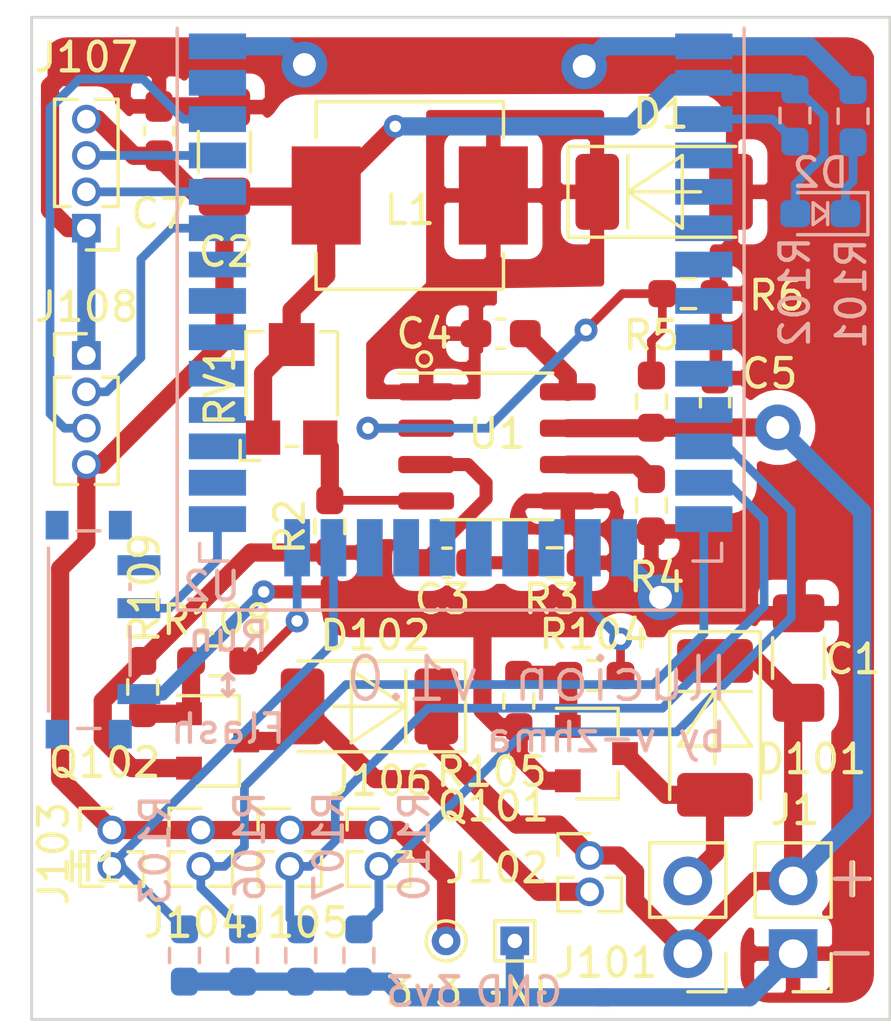
<source format=kicad_pcb>
(kicad_pcb (version 20171130) (host pcbnew "(5.1.9)-1")

  (general
    (thickness 1.6)
    (drawings 18)
    (tracks 228)
    (zones 0)
    (modules 44)
    (nets 28)
  )

  (page A4)
  (layers
    (0 F.Cu signal)
    (31 B.Cu signal)
    (32 B.Adhes user hide)
    (33 F.Adhes user hide)
    (34 B.Paste user hide)
    (35 F.Paste user hide)
    (36 B.SilkS user)
    (37 F.SilkS user)
    (38 B.Mask user hide)
    (39 F.Mask user hide)
    (40 Dwgs.User user hide)
    (41 Cmts.User user hide)
    (42 Eco1.User user hide)
    (43 Eco2.User user hide)
    (44 Edge.Cuts user)
    (45 Margin user hide)
    (46 B.CrtYd user)
    (47 F.CrtYd user)
    (48 B.Fab user hide)
    (49 F.Fab user hide)
  )

  (setup
    (last_trace_width 0.25)
    (user_trace_width 0.2032)
    (user_trace_width 0.3048)
    (user_trace_width 0.4572)
    (user_trace_width 0.635)
    (trace_clearance 0.2)
    (zone_clearance 0.508)
    (zone_45_only yes)
    (trace_min 0.2)
    (via_size 0.8)
    (via_drill 0.4)
    (via_min_size 0.4)
    (via_min_drill 0.3)
    (user_via 1.6 0.8)
    (uvia_size 0.3)
    (uvia_drill 0.1)
    (uvias_allowed no)
    (uvia_min_size 0.2)
    (uvia_min_drill 0.1)
    (edge_width 0.05)
    (segment_width 0.2)
    (pcb_text_width 0.3)
    (pcb_text_size 1.5 1.5)
    (mod_edge_width 0.12)
    (mod_text_size 1 1)
    (mod_text_width 0.15)
    (pad_size 1.524 1.524)
    (pad_drill 0.762)
    (pad_to_mask_clearance 0)
    (aux_axis_origin 0 0)
    (visible_elements 7FFFFFFF)
    (pcbplotparams
      (layerselection 0x010f0_ffffffff)
      (usegerberextensions false)
      (usegerberattributes true)
      (usegerberadvancedattributes true)
      (creategerberjobfile true)
      (excludeedgelayer true)
      (linewidth 0.100000)
      (plotframeref false)
      (viasonmask false)
      (mode 1)
      (useauxorigin false)
      (hpglpennumber 1)
      (hpglpenspeed 20)
      (hpglpendiameter 15.000000)
      (psnegative false)
      (psa4output false)
      (plotreference true)
      (plotvalue true)
      (plotinvisibletext false)
      (padsonsilk false)
      (subtractmaskfromsilk false)
      (outputformat 1)
      (mirror false)
      (drillshape 0)
      (scaleselection 1)
      (outputdirectory "gerber/"))
  )

  (net 0 "")
  (net 1 GND)
  (net 2 +3V3)
  (net 3 IO0)
  (net 4 RXD0)
  (net 5 TXD0)
  (net 6 +12V)
  (net 7 SDA)
  (net 8 SCL)
  (net 9 "Net-(C3-Pad2)")
  (net 10 "Net-(C3-Pad1)")
  (net 11 "Net-(C4-Pad2)")
  (net 12 "Net-(C4-Pad1)")
  (net 13 "Net-(R4-Pad1)")
  (net 14 "Net-(D102-Pad2)")
  (net 15 "Net-(Q101-Pad1)")
  (net 16 "Net-(Q102-Pad1)")
  (net 17 "Net-(R5-Pad2)")
  (net 18 "Net-(D2-Pad1)")
  (net 19 "Net-(D101-Pad2)")
  (net 20 bolt_catch)
  (net 21 valve)
  (net 22 sw_fire)
  (net 23 sw_selector)
  (net 24 sw_mag)
  (net 25 sw_bolt)
  (net 26 "Net-(R2-Pad1)")
  (net 27 "Net-(R102-Pad2)")

  (net_class Default "This is the default net class."
    (clearance 0.2)
    (trace_width 0.25)
    (via_dia 0.8)
    (via_drill 0.4)
    (uvia_dia 0.3)
    (uvia_drill 0.1)
    (add_net +12V)
    (add_net +3V3)
    (add_net GND)
    (add_net IO0)
    (add_net "Net-(C3-Pad1)")
    (add_net "Net-(C3-Pad2)")
    (add_net "Net-(C4-Pad1)")
    (add_net "Net-(C4-Pad2)")
    (add_net "Net-(D101-Pad2)")
    (add_net "Net-(D102-Pad2)")
    (add_net "Net-(D2-Pad1)")
    (add_net "Net-(Q101-Pad1)")
    (add_net "Net-(Q102-Pad1)")
    (add_net "Net-(R102-Pad2)")
    (add_net "Net-(R2-Pad1)")
    (add_net "Net-(R4-Pad1)")
    (add_net "Net-(R5-Pad2)")
    (add_net RXD0)
    (add_net SCL)
    (add_net SDA)
    (add_net TXD0)
    (add_net bolt_catch)
    (add_net sw_bolt)
    (add_net sw_fire)
    (add_net sw_mag)
    (add_net sw_selector)
    (add_net valve)
  )

  (module lib:MountingHole_M2 (layer F.Cu) (tedit 6196E210) (tstamp 61857E35)
    (at 89.281 117.475)
    (descr "Mounting Hole 2.2mm, no annular, M2")
    (tags "mounting hole 2.2mm no annular m2")
    (path /61A2C588)
    (attr virtual)
    (fp_text reference H1 (at 0 -3.2) (layer F.SilkS)
      (effects (font (size 1 1) (thickness 0.15)))
    )
    (fp_text value MountingHole (at 0 3.2) (layer F.Fab)
      (effects (font (size 1 1) (thickness 0.15)))
    )
    (fp_circle (center 0 0) (end 2.2 0) (layer Cmts.User) (width 0.15))
    (fp_circle (center 0 0) (end 2 0) (layer F.CrtYd) (width 0.05))
    (fp_text user %R (at 0.3 0) (layer F.Fab)
      (effects (font (size 1 1) (thickness 0.15)))
    )
    (pad 1 np_thru_hole circle (at 0 0) (size 2.2 2.2) (drill 2.2) (layers *.Cu *.Mask))
  )

  (module Connector_PinHeader_1.27mm:PinHeader_1x04_P1.27mm_Vertical (layer F.Cu) (tedit 59FED6E3) (tstamp 61856A4D)
    (at 89.027 91.948 180)
    (descr "Through hole straight pin header, 1x04, 1.27mm pitch, single row")
    (tags "Through hole pin header THT 1x04 1.27mm single row")
    (path /619F1E68)
    (fp_text reference J107 (at 0 5.969) (layer F.SilkS)
      (effects (font (size 1 1) (thickness 0.15)))
    )
    (fp_text value UART (at 0 5.505) (layer F.Fab)
      (effects (font (size 1 1) (thickness 0.15)))
    )
    (fp_line (start -0.525 -0.635) (end 1.05 -0.635) (layer F.Fab) (width 0.1))
    (fp_line (start 1.05 -0.635) (end 1.05 4.445) (layer F.Fab) (width 0.1))
    (fp_line (start 1.05 4.445) (end -1.05 4.445) (layer F.Fab) (width 0.1))
    (fp_line (start -1.05 4.445) (end -1.05 -0.11) (layer F.Fab) (width 0.1))
    (fp_line (start -1.05 -0.11) (end -0.525 -0.635) (layer F.Fab) (width 0.1))
    (fp_line (start -1.11 4.505) (end -0.30753 4.505) (layer F.SilkS) (width 0.12))
    (fp_line (start 0.30753 4.505) (end 1.11 4.505) (layer F.SilkS) (width 0.12))
    (fp_line (start -1.11 0.76) (end -1.11 4.505) (layer F.SilkS) (width 0.12))
    (fp_line (start 1.11 0.76) (end 1.11 4.505) (layer F.SilkS) (width 0.12))
    (fp_line (start -1.11 0.76) (end -0.563471 0.76) (layer F.SilkS) (width 0.12))
    (fp_line (start 0.563471 0.76) (end 1.11 0.76) (layer F.SilkS) (width 0.12))
    (fp_line (start -1.11 0) (end -1.11 -0.76) (layer F.SilkS) (width 0.12))
    (fp_line (start -1.11 -0.76) (end 0 -0.76) (layer F.SilkS) (width 0.12))
    (fp_line (start -1.55 -1.15) (end -1.55 4.95) (layer F.CrtYd) (width 0.05))
    (fp_line (start -1.55 4.95) (end 1.55 4.95) (layer F.CrtYd) (width 0.05))
    (fp_line (start 1.55 4.95) (end 1.55 -1.15) (layer F.CrtYd) (width 0.05))
    (fp_line (start 1.55 -1.15) (end -1.55 -1.15) (layer F.CrtYd) (width 0.05))
    (fp_text user %R (at 0 1.905 90) (layer F.Fab)
      (effects (font (size 1 1) (thickness 0.15)))
    )
    (pad 4 thru_hole oval (at 0 3.81 180) (size 1 1) (drill 0.65) (layers *.Cu *.Mask)
      (net 2 +3V3))
    (pad 3 thru_hole oval (at 0 2.54 180) (size 1 1) (drill 0.65) (layers *.Cu *.Mask)
      (net 5 TXD0))
    (pad 2 thru_hole oval (at 0 1.27 180) (size 1 1) (drill 0.65) (layers *.Cu *.Mask)
      (net 4 RXD0))
    (pad 1 thru_hole rect (at 0 0 180) (size 1 1) (drill 0.65) (layers *.Cu *.Mask)
      (net 1 GND))
    (model ${KISYS3DMOD}/Connector_PinHeader_1.27mm.3dshapes/PinHeader_1x04_P1.27mm_Vertical.wrl
      (at (xyz 0 0 0))
      (scale (xyz 1 1 1))
      (rotate (xyz 0 0 0))
    )
  )

  (module lib:SW_SPDT_PCM12 (layer B.Cu) (tedit 61847770) (tstamp 6184CA59)
    (at 89.4334 105.9688 90)
    (descr "Ultraminiature Surface Mount Slide Switch, right-angle, https://www.ckswitches.com/media/1424/pcm.pdf")
    (path /6184D3A9)
    (attr smd)
    (fp_text reference SW101 (at -0.0312 -1.4334 90) (layer B.SilkS) hide
      (effects (font (size 1 1) (thickness 0.15)) (justify mirror))
    )
    (fp_text value SW_SPDT (at 0 -4.25 90) (layer B.Fab)
      (effects (font (size 1 1) (thickness 0.15)) (justify mirror))
    )
    (fp_line (start -1.4 -1.65) (end -1.4 -2.95) (layer B.Fab) (width 0.1))
    (fp_line (start -1.4 -2.95) (end -1.2 -3.15) (layer B.Fab) (width 0.1))
    (fp_line (start -1.2 -3.15) (end -0.35 -3.15) (layer B.Fab) (width 0.1))
    (fp_line (start -0.35 -3.15) (end -0.15 -2.95) (layer B.Fab) (width 0.1))
    (fp_line (start -0.15 -2.95) (end -0.1 -2.9) (layer B.Fab) (width 0.1))
    (fp_line (start -0.1 -2.9) (end -0.1 -1.6) (layer B.Fab) (width 0.1))
    (fp_line (start -3.35 1) (end -3.35 -1.6) (layer B.Fab) (width 0.1))
    (fp_line (start -3.35 -1.6) (end 3.35 -1.6) (layer B.Fab) (width 0.1))
    (fp_line (start 3.35 -1.6) (end 3.35 1) (layer B.Fab) (width 0.1))
    (fp_line (start 3.35 1) (end -3.35 1) (layer B.Fab) (width 0.1))
    (fp_line (start 1.4 1.12) (end 1.6 1.12) (layer B.SilkS) (width 0.12))
    (fp_line (start -4.4 2.45) (end 4.4 2.45) (layer B.CrtYd) (width 0.05))
    (fp_line (start 4.4 2.45) (end 4.4 -2.1) (layer B.CrtYd) (width 0.05))
    (fp_line (start 4.4 -2.1) (end 1.65 -2.1) (layer B.CrtYd) (width 0.05))
    (fp_line (start 1.65 -2.1) (end 1.65 -3.4) (layer B.CrtYd) (width 0.05))
    (fp_line (start 1.65 -3.4) (end -1.65 -3.4) (layer B.CrtYd) (width 0.05))
    (fp_line (start -1.65 -3.4) (end -1.65 -2.1) (layer B.CrtYd) (width 0.05))
    (fp_line (start -1.65 -2.1) (end -4.4 -2.1) (layer B.CrtYd) (width 0.05))
    (fp_line (start -4.4 -2.1) (end -4.4 2.45) (layer B.CrtYd) (width 0.05))
    (fp_line (start -2.85 -1.73) (end 2.85 -1.73) (layer B.SilkS) (width 0.12))
    (fp_line (start -1.6 1.12) (end 0.1 1.12) (layer B.SilkS) (width 0.12))
    (fp_line (start -3.45 0.07) (end -3.45 -0.72) (layer B.SilkS) (width 0.12))
    (fp_line (start 3.45 -0.72) (end 3.45 0.07) (layer B.SilkS) (width 0.12))
    (fp_text user %R (at 0 3.2 90) (layer B.Fab)
      (effects (font (size 1 1) (thickness 0.15)) (justify mirror))
    )
    (pad "" smd rect (at -3.65 0.78 90) (size 1 0.8) (layers B.Cu B.Paste B.Mask))
    (pad "" smd rect (at 3.65 0.78 90) (size 1 0.8) (layers B.Cu B.Paste B.Mask))
    (pad "" smd rect (at 3.65 -1.43 90) (size 1 0.8) (layers B.Cu B.Paste B.Mask))
    (pad "" smd rect (at -3.65 -1.43 90) (size 1 0.8) (layers B.Cu B.Paste B.Mask))
    (pad 3 smd rect (at 2.25 1.43 90) (size 0.7 1.5) (layers B.Cu B.Paste B.Mask))
    (pad 2 smd rect (at 0.75 1.43 90) (size 0.7 1.5) (layers B.Cu B.Paste B.Mask)
      (net 3 IO0))
    (pad 1 smd rect (at -2.25 1.43 90) (size 0.7 1.5) (layers B.Cu B.Paste B.Mask)
      (net 1 GND))
    (pad "" np_thru_hole circle (at 1.5 -0.33 90) (size 0.9 0.9) (drill 0.9) (layers *.Cu *.Mask))
    (pad "" np_thru_hole circle (at -1.5 -0.33 90) (size 0.9 0.9) (drill 0.9) (layers *.Cu *.Mask))
    (model ${KISYS3DMOD}/Button_Switch_SMD.3dshapes/SW_SPDT_PCM12.wrl
      (at (xyz 0 0 0))
      (scale (xyz 1 1 1))
      (rotate (xyz 0 0 0))
    )
  )

  (module TestPoint:TestPoint_THTPad_1.0x1.0mm_Drill0.5mm (layer F.Cu) (tedit 5A0F774F) (tstamp 6184FE97)
    (at 104 116.84)
    (descr "THT rectangular pad as test Point, square 1.0mm side length, hole diameter 0.5mm")
    (tags "test point THT pad rectangle square")
    (path /61936A52)
    (attr virtual)
    (fp_text reference TP2 (at 0 3.66) (layer F.SilkS) hide
      (effects (font (size 1 1) (thickness 0.15)))
    )
    (fp_text value TestPoint (at 0 1.55) (layer F.Fab)
      (effects (font (size 1 1) (thickness 0.15)))
    )
    (fp_line (start -0.7 -0.7) (end 0.7 -0.7) (layer F.SilkS) (width 0.12))
    (fp_line (start 0.7 -0.7) (end 0.7 0.7) (layer F.SilkS) (width 0.12))
    (fp_line (start 0.7 0.7) (end -0.7 0.7) (layer F.SilkS) (width 0.12))
    (fp_line (start -0.7 0.7) (end -0.7 -0.7) (layer F.SilkS) (width 0.12))
    (fp_line (start -1 -1) (end 1 -1) (layer F.CrtYd) (width 0.05))
    (fp_line (start -1 -1) (end -1 1) (layer F.CrtYd) (width 0.05))
    (fp_line (start 1 1) (end 1 -1) (layer F.CrtYd) (width 0.05))
    (fp_line (start 1 1) (end -1 1) (layer F.CrtYd) (width 0.05))
    (fp_text user %R (at 0 -1.45) (layer F.Fab)
      (effects (font (size 1 1) (thickness 0.15)))
    )
    (pad 1 thru_hole rect (at 0 0) (size 1 1) (drill 0.5) (layers *.Cu *.Mask)
      (net 1 GND))
  )

  (module TestPoint:TestPoint_THTPad_D1.0mm_Drill0.5mm (layer F.Cu) (tedit 5A0F774F) (tstamp 6184FE89)
    (at 101.6 116.84)
    (descr "THT pad as test Point, diameter 1.0mm, hole diameter 0.5mm")
    (tags "test point THT pad")
    (path /61931F25)
    (attr virtual)
    (fp_text reference TP1 (at -0.6 3.66) (layer F.SilkS) hide
      (effects (font (size 1 1) (thickness 0.15)))
    )
    (fp_text value TestPoint (at 0 1.55) (layer F.Fab)
      (effects (font (size 1 1) (thickness 0.15)))
    )
    (fp_circle (center 0 0) (end 1 0) (layer F.CrtYd) (width 0.05))
    (fp_circle (center 0 0) (end 0 0.7) (layer F.SilkS) (width 0.12))
    (fp_text user %R (at 0 -1.45) (layer F.Fab)
      (effects (font (size 1 1) (thickness 0.15)))
    )
    (pad 1 thru_hole circle (at 0 0) (size 1 1) (drill 0.5) (layers *.Cu *.Mask)
      (net 2 +3V3))
  )

  (module Potentiometer_SMD:Potentiometer_Bourns_TC33X_Vertical (layer F.Cu) (tedit 5C165D15) (tstamp 6184CA2F)
    (at 96.2025 97.462 90)
    (descr "Potentiometer, Bourns, TC33X, Vertical, https://www.bourns.com/pdfs/TC33.pdf")
    (tags "Potentiometer Bourns TC33X Vertical")
    (path /618B0A66)
    (attr smd)
    (fp_text reference RV1 (at 0 -2.5 90) (layer F.SilkS)
      (effects (font (size 1 1) (thickness 0.15)))
    )
    (fp_text value R_POT=24.9k (at 0 2.5 90) (layer F.Fab)
      (effects (font (size 1 1) (thickness 0.15)))
    )
    (fp_circle (center 0 0) (end 1.5 0) (layer F.Fab) (width 0.1))
    (fp_line (start -2 -0.75) (end -2 1.5) (layer F.Fab) (width 0.1))
    (fp_line (start -2 1.5) (end 1.8 1.5) (layer F.Fab) (width 0.1))
    (fp_line (start 1.8 1.5) (end 1.8 -1.5) (layer F.Fab) (width 0.1))
    (fp_line (start 1.8 -1.5) (end -1.25 -1.5) (layer F.Fab) (width 0.1))
    (fp_line (start -1.25 -1.5) (end -2 -0.75) (layer F.Fab) (width 0.1))
    (fp_line (start -2.1 -0.2) (end -2.1 0.2) (layer F.SilkS) (width 0.12))
    (fp_line (start -1 -1.6) (end 1.9 -1.6) (layer F.SilkS) (width 0.12))
    (fp_line (start 1.9 -1.6) (end 1.9 -1) (layer F.SilkS) (width 0.12))
    (fp_line (start -1 1.6) (end 1.9 1.6) (layer F.SilkS) (width 0.12))
    (fp_line (start 1.9 1.6) (end 1.9 1) (layer F.SilkS) (width 0.12))
    (fp_line (start -1.9 -1.8) (end -2.6 -1.8) (layer F.SilkS) (width 0.12))
    (fp_line (start -2.6 -1.8) (end -2.6 -1.1) (layer F.SilkS) (width 0.12))
    (fp_line (start -2.65 -1.85) (end 2.45 -1.85) (layer F.CrtYd) (width 0.05))
    (fp_line (start 2.45 -1.85) (end 2.45 1.85) (layer F.CrtYd) (width 0.05))
    (fp_line (start 2.45 1.85) (end -2.65 1.85) (layer F.CrtYd) (width 0.05))
    (fp_line (start -2.65 1.85) (end -2.65 -1.85) (layer F.CrtYd) (width 0.05))
    (fp_circle (center 0 0) (end 1.8 0) (layer Dwgs.User) (width 0.05))
    (fp_text user "Wiper may be\nanywhere within\ncircle shown" (at -0.15 -0.8 90) (layer Cmts.User)
      (effects (font (size 0.15 0.15) (thickness 0.02)))
    )
    (fp_text user %R (at 0 0 90) (layer F.Fab)
      (effects (font (size 0.7 0.7) (thickness 0.105)))
    )
    (pad 2 smd rect (at 1.45 0 90) (size 1.5 1.6) (layers F.Cu F.Paste F.Mask)
      (net 2 +3V3))
    (pad 3 smd rect (at -1.8 1 90) (size 1.2 1.2) (layers F.Cu F.Paste F.Mask)
      (net 26 "Net-(R2-Pad1)"))
    (pad 1 smd rect (at -1.8 -1 90) (size 1.2 1.2) (layers F.Cu F.Paste F.Mask)
      (net 2 +3V3))
    (model ${KISYS3DMOD}/Potentiometer_SMD.3dshapes/Potentiometer_Bourns_TC33X_Vertical.wrl
      (at (xyz 0 0 0))
      (scale (xyz 1 1 1))
      (rotate (xyz 0 0 0))
    )
  )

  (module lib:LED_0603_1608Metric_Pad1.05x0.95mm_HandSolder (layer B.Cu) (tedit 617F54A5) (tstamp 617166F2)
    (at 114.681 91.44 180)
    (descr "LED SMD 0603 (1608 Metric), square (rectangular) end terminal, IPC_7351 nominal, (Body size source: http://www.tortai-tech.com/upload/download/2011102023233369053.pdf), generated with kicad-footprint-generator")
    (tags "LED handsolder")
    (path /619C6518)
    (attr smd)
    (fp_text reference D2 (at 0 1.43) (layer B.SilkS)
      (effects (font (size 1 1) (thickness 0.15)) (justify mirror))
    )
    (fp_text value LED (at 0 -1.43) (layer B.Fab)
      (effects (font (size 1 1) (thickness 0.15)) (justify mirror))
    )
    (fp_line (start 0.254 -0.381) (end -0.254 0) (layer B.SilkS) (width 0.12))
    (fp_line (start 0.254 0.381) (end 0.254 -0.381) (layer B.SilkS) (width 0.12))
    (fp_line (start 0.254 -0.381) (end 0.254 0.381) (layer B.SilkS) (width 0.12))
    (fp_line (start -0.254 0) (end 0.254 0.381) (layer B.SilkS) (width 0.12))
    (fp_line (start -0.254 -0.381) (end -0.254 0.381) (layer B.SilkS) (width 0.12))
    (fp_line (start 0.8 0.4) (end -0.5 0.4) (layer B.Fab) (width 0.1))
    (fp_line (start -0.5 0.4) (end -0.8 0.1) (layer B.Fab) (width 0.1))
    (fp_line (start -0.8 0.1) (end -0.8 -0.4) (layer B.Fab) (width 0.1))
    (fp_line (start -0.8 -0.4) (end 0.8 -0.4) (layer B.Fab) (width 0.1))
    (fp_line (start 0.8 -0.4) (end 0.8 0.4) (layer B.Fab) (width 0.1))
    (fp_line (start 0.8 0.735) (end -1.66 0.735) (layer B.SilkS) (width 0.12))
    (fp_line (start -1.66 0.735) (end -1.66 -0.735) (layer B.SilkS) (width 0.12))
    (fp_line (start -1.66 -0.735) (end 0.8 -0.735) (layer B.SilkS) (width 0.12))
    (fp_line (start -1.65 -0.73) (end -1.65 0.73) (layer B.CrtYd) (width 0.05))
    (fp_line (start -1.65 0.73) (end 1.65 0.73) (layer B.CrtYd) (width 0.05))
    (fp_line (start 1.65 0.73) (end 1.65 -0.73) (layer B.CrtYd) (width 0.05))
    (fp_line (start 1.65 -0.73) (end -1.65 -0.73) (layer B.CrtYd) (width 0.05))
    (fp_text user %R (at 0 0) (layer B.Fab)
      (effects (font (size 0.4 0.4) (thickness 0.06)) (justify mirror))
    )
    (pad 2 smd roundrect (at 0.875 0 180) (size 1.05 0.95) (layers B.Cu B.Paste B.Mask) (roundrect_rratio 0.25)
      (net 2 +3V3))
    (pad 1 smd roundrect (at -0.875 0 180) (size 1.05 0.95) (layers B.Cu B.Paste B.Mask) (roundrect_rratio 0.25)
      (net 18 "Net-(D2-Pad1)"))
    (model ${KISYS3DMOD}/LED_SMD.3dshapes/LED_0603_1608Metric.wrl
      (at (xyz 0 0 0))
      (scale (xyz 1 1 1))
      (rotate (xyz 0 0 0))
    )
  )

  (module lib:SOIC-8_3.9x4.9mm_P1.27mm (layer F.Cu) (tedit 617E9506) (tstamp 61715073)
    (at 103.378 99.568)
    (descr "SOIC, 8 Pin (JEDEC MS-012AA, https://www.analog.com/media/en/package-pcb-resources/package/pkg_pdf/soic_narrow-r/r_8.pdf), generated with kicad-footprint-generator ipc_gullwing_generator.py")
    (tags "SOIC SO")
    (path /616F9EE2)
    (attr smd)
    (fp_text reference U1 (at 0 -0.4445) (layer F.SilkS)
      (effects (font (size 1 1) (thickness 0.15)))
    )
    (fp_text value MP1584 (at 0 3.4) (layer F.Fab)
      (effects (font (size 1 1) (thickness 0.15)))
    )
    (fp_line (start 3.7 -2.7) (end -3.7 -2.7) (layer F.CrtYd) (width 0.05))
    (fp_line (start 3.7 2.7) (end 3.7 -2.7) (layer F.CrtYd) (width 0.05))
    (fp_line (start -3.7 2.7) (end 3.7 2.7) (layer F.CrtYd) (width 0.05))
    (fp_line (start -3.7 -2.7) (end -3.7 2.7) (layer F.CrtYd) (width 0.05))
    (fp_line (start -1.95 -1.475) (end -0.975 -2.45) (layer F.Fab) (width 0.1))
    (fp_line (start -1.95 2.45) (end -1.95 -1.475) (layer F.Fab) (width 0.1))
    (fp_line (start 1.95 2.45) (end -1.95 2.45) (layer F.Fab) (width 0.1))
    (fp_line (start 1.95 -2.45) (end 1.95 2.45) (layer F.Fab) (width 0.1))
    (fp_line (start -0.975 -2.45) (end 1.95 -2.45) (layer F.Fab) (width 0.1))
    (fp_line (start 0 -2.56) (end -3.45 -2.56) (layer F.SilkS) (width 0.12))
    (fp_line (start 0 -2.56) (end 1.95 -2.56) (layer F.SilkS) (width 0.12))
    (fp_line (start 0 2.56) (end -1.95 2.56) (layer F.SilkS) (width 0.12))
    (fp_line (start 0 2.56) (end 1.95 2.56) (layer F.SilkS) (width 0.12))
    (fp_circle (center -2.54 -3.048) (end -2.54 -2.794) (layer F.SilkS) (width 0.12))
    (fp_text user %R (at 0 0) (layer F.Fab)
      (effects (font (size 0.98 0.98) (thickness 0.15)))
    )
    (pad 8 smd roundrect (at 2.475 -1.905) (size 1.95 0.6) (layers F.Cu F.Paste F.Mask) (roundrect_rratio 0.25)
      (net 12 "Net-(C4-Pad1)"))
    (pad 7 smd roundrect (at 2.475 -0.635) (size 1.95 0.6) (layers F.Cu F.Paste F.Mask) (roundrect_rratio 0.25)
      (net 6 +12V))
    (pad 6 smd roundrect (at 2.475 0.635) (size 1.95 0.6) (layers F.Cu F.Paste F.Mask) (roundrect_rratio 0.25)
      (net 13 "Net-(R4-Pad1)"))
    (pad 5 smd roundrect (at 2.475 1.905) (size 1.95 0.6) (layers F.Cu F.Paste F.Mask) (roundrect_rratio 0.25)
      (net 1 GND))
    (pad 4 smd roundrect (at -2.475 1.905) (size 1.95 0.6) (layers F.Cu F.Paste F.Mask) (roundrect_rratio 0.25)
      (net 26 "Net-(R2-Pad1)"))
    (pad 3 smd roundrect (at -2.475 0.635) (size 1.95 0.6) (layers F.Cu F.Paste F.Mask) (roundrect_rratio 0.25)
      (net 10 "Net-(C3-Pad1)"))
    (pad 2 smd roundrect (at -2.475 -0.635) (size 1.95 0.6) (layers F.Cu F.Paste F.Mask) (roundrect_rratio 0.25)
      (net 17 "Net-(R5-Pad2)"))
    (pad 1 smd roundrect (at -2.475 -1.905) (size 1.95 0.6) (layers F.Cu F.Paste F.Mask) (roundrect_rratio 0.25)
      (net 11 "Net-(C4-Pad2)"))
    (model ${KISYS3DMOD}/Package_SO.3dshapes/SOIC-8_3.9x4.9mm_P1.27mm.wrl
      (at (xyz 0 0 0))
      (scale (xyz 1 1 1))
      (rotate (xyz 0 0 0))
    )
  )

  (module lib:D_2010_5025Metric_Pad1.52x2.65mm_HandSolder (layer F.Cu) (tedit 617DD2E4) (tstamp 6032E157)
    (at 98.921 108.6485 180)
    (descr "Diode SMD 2010 (5025 Metric), square (rectangular) end terminal, IPC_7351 nominal, (Body size source: http://www.tortai-tech.com/upload/download/2011102023233369053.pdf), generated with kicad-footprint-generator")
    (tags "diode handsolder")
    (path /6031F4F0)
    (attr smd)
    (fp_text reference D102 (at -0.2025 2.4765) (layer F.SilkS)
      (effects (font (size 1 1) (thickness 0.15)))
    )
    (fp_text value 1N4007 (at 0 2.28) (layer F.Fab)
      (effects (font (size 1 1) (thickness 0.15)))
    )
    (fp_line (start -1.27 0) (end 1.27 0) (layer F.SilkS) (width 0.12))
    (fp_line (start 0.635 1.27) (end -1.27 0) (layer F.SilkS) (width 0.12))
    (fp_line (start 0.635 -1.27) (end 0.635 1.27) (layer F.SilkS) (width 0.12))
    (fp_line (start -1.27 0) (end 0.635 -1.27) (layer F.SilkS) (width 0.12))
    (fp_line (start -1.27 1.27) (end -1.27 -1.27) (layer F.SilkS) (width 0.12))
    (fp_line (start 2.5 -1.25) (end -1.875 -1.25) (layer F.Fab) (width 0.1))
    (fp_line (start -1.875 -1.25) (end -2.5 -0.625) (layer F.Fab) (width 0.1))
    (fp_line (start -2.5 -0.625) (end -2.5 1.25) (layer F.Fab) (width 0.1))
    (fp_line (start -2.5 1.25) (end 2.5 1.25) (layer F.Fab) (width 0.1))
    (fp_line (start 2.5 1.25) (end 2.5 -1.25) (layer F.Fab) (width 0.1))
    (fp_line (start 2.5 -1.585) (end -3.36 -1.585) (layer F.SilkS) (width 0.12))
    (fp_line (start -3.36 -1.585) (end -3.36 1.585) (layer F.SilkS) (width 0.12))
    (fp_line (start -3.36 1.585) (end 2.5 1.585) (layer F.SilkS) (width 0.12))
    (fp_line (start -3.35 1.58) (end -3.35 -1.58) (layer F.CrtYd) (width 0.05))
    (fp_line (start -3.35 -1.58) (end 3.35 -1.58) (layer F.CrtYd) (width 0.05))
    (fp_line (start 3.35 -1.58) (end 3.35 1.58) (layer F.CrtYd) (width 0.05))
    (fp_line (start 3.35 1.58) (end -3.35 1.58) (layer F.CrtYd) (width 0.05))
    (fp_text user %R (at 0 0) (layer F.Fab)
      (effects (font (size 1 1) (thickness 0.15)))
    )
    (pad 2 smd roundrect (at 2.3375 0 180) (size 1.525 2.65) (layers F.Cu F.Paste F.Mask) (roundrect_rratio 0.1639337704918033)
      (net 14 "Net-(D102-Pad2)"))
    (pad 1 smd roundrect (at -2.3375 0 180) (size 1.525 2.65) (layers F.Cu F.Paste F.Mask) (roundrect_rratio 0.1639337704918033)
      (net 6 +12V))
    (model ${KISYS3DMOD}/Diode_SMD.3dshapes/D_2010_5025Metric.wrl
      (at (xyz 0 0 0))
      (scale (xyz 1 1 1))
      (rotate (xyz 0 0 0))
    )
  )

  (module lib:D_2010_5025Metric_Pad1.52x2.65mm_HandSolder (layer F.Cu) (tedit 617DD2E4) (tstamp 6032E138)
    (at 110.998 109.3985 270)
    (descr "Diode SMD 2010 (5025 Metric), square (rectangular) end terminal, IPC_7351 nominal, (Body size source: http://www.tortai-tech.com/upload/download/2011102023233369053.pdf), generated with kicad-footprint-generator")
    (tags "diode handsolder")
    (path /6031E8AB)
    (attr smd)
    (fp_text reference D101 (at 1.0915 -3.3655 180) (layer F.SilkS)
      (effects (font (size 1 1) (thickness 0.15)))
    )
    (fp_text value 1N4007 (at 0 2.28 90) (layer F.Fab)
      (effects (font (size 1 1) (thickness 0.15)))
    )
    (fp_line (start -1.27 0) (end 1.27 0) (layer F.SilkS) (width 0.12))
    (fp_line (start 0.635 1.27) (end -1.27 0) (layer F.SilkS) (width 0.12))
    (fp_line (start 0.635 -1.27) (end 0.635 1.27) (layer F.SilkS) (width 0.12))
    (fp_line (start -1.27 0) (end 0.635 -1.27) (layer F.SilkS) (width 0.12))
    (fp_line (start -1.27 1.27) (end -1.27 -1.27) (layer F.SilkS) (width 0.12))
    (fp_line (start 2.5 -1.25) (end -1.875 -1.25) (layer F.Fab) (width 0.1))
    (fp_line (start -1.875 -1.25) (end -2.5 -0.625) (layer F.Fab) (width 0.1))
    (fp_line (start -2.5 -0.625) (end -2.5 1.25) (layer F.Fab) (width 0.1))
    (fp_line (start -2.5 1.25) (end 2.5 1.25) (layer F.Fab) (width 0.1))
    (fp_line (start 2.5 1.25) (end 2.5 -1.25) (layer F.Fab) (width 0.1))
    (fp_line (start 2.5 -1.585) (end -3.36 -1.585) (layer F.SilkS) (width 0.12))
    (fp_line (start -3.36 -1.585) (end -3.36 1.585) (layer F.SilkS) (width 0.12))
    (fp_line (start -3.36 1.585) (end 2.5 1.585) (layer F.SilkS) (width 0.12))
    (fp_line (start -3.35 1.58) (end -3.35 -1.58) (layer F.CrtYd) (width 0.05))
    (fp_line (start -3.35 -1.58) (end 3.35 -1.58) (layer F.CrtYd) (width 0.05))
    (fp_line (start 3.35 -1.58) (end 3.35 1.58) (layer F.CrtYd) (width 0.05))
    (fp_line (start 3.35 1.58) (end -3.35 1.58) (layer F.CrtYd) (width 0.05))
    (fp_text user %R (at 0 0 90) (layer F.Fab)
      (effects (font (size 1 1) (thickness 0.15)))
    )
    (pad 2 smd roundrect (at 2.3375 0 270) (size 1.525 2.65) (layers F.Cu F.Paste F.Mask) (roundrect_rratio 0.1639337704918033)
      (net 19 "Net-(D101-Pad2)"))
    (pad 1 smd roundrect (at -2.3375 0 270) (size 1.525 2.65) (layers F.Cu F.Paste F.Mask) (roundrect_rratio 0.1639337704918033)
      (net 6 +12V))
    (model ${KISYS3DMOD}/Diode_SMD.3dshapes/D_2010_5025Metric.wrl
      (at (xyz 0 0 0))
      (scale (xyz 1 1 1))
      (rotate (xyz 0 0 0))
    )
  )

  (module lib:D_2010_5025Metric_Pad1.52x2.65mm_HandSolder (layer F.Cu) (tedit 617DD2E4) (tstamp 61714E13)
    (at 109.22 90.678)
    (descr "Diode SMD 2010 (5025 Metric), square (rectangular) end terminal, IPC_7351 nominal, (Body size source: http://www.tortai-tech.com/upload/download/2011102023233369053.pdf), generated with kicad-footprint-generator")
    (tags "diode handsolder")
    (path /617A2989)
    (attr smd)
    (fp_text reference D1 (at -0.115 -2.7305) (layer F.SilkS)
      (effects (font (size 1 1) (thickness 0.15)))
    )
    (fp_text value SS14 (at 0 2.28) (layer F.Fab)
      (effects (font (size 1 1) (thickness 0.15)))
    )
    (fp_line (start -1.27 0) (end 1.27 0) (layer F.SilkS) (width 0.12))
    (fp_line (start 0.635 1.27) (end -1.27 0) (layer F.SilkS) (width 0.12))
    (fp_line (start 0.635 -1.27) (end 0.635 1.27) (layer F.SilkS) (width 0.12))
    (fp_line (start -1.27 0) (end 0.635 -1.27) (layer F.SilkS) (width 0.12))
    (fp_line (start -1.27 1.27) (end -1.27 -1.27) (layer F.SilkS) (width 0.12))
    (fp_line (start 2.5 -1.25) (end -1.875 -1.25) (layer F.Fab) (width 0.1))
    (fp_line (start -1.875 -1.25) (end -2.5 -0.625) (layer F.Fab) (width 0.1))
    (fp_line (start -2.5 -0.625) (end -2.5 1.25) (layer F.Fab) (width 0.1))
    (fp_line (start -2.5 1.25) (end 2.5 1.25) (layer F.Fab) (width 0.1))
    (fp_line (start 2.5 1.25) (end 2.5 -1.25) (layer F.Fab) (width 0.1))
    (fp_line (start 2.5 -1.585) (end -3.36 -1.585) (layer F.SilkS) (width 0.12))
    (fp_line (start -3.36 -1.585) (end -3.36 1.585) (layer F.SilkS) (width 0.12))
    (fp_line (start -3.36 1.585) (end 2.5 1.585) (layer F.SilkS) (width 0.12))
    (fp_line (start -3.35 1.58) (end -3.35 -1.58) (layer F.CrtYd) (width 0.05))
    (fp_line (start -3.35 -1.58) (end 3.35 -1.58) (layer F.CrtYd) (width 0.05))
    (fp_line (start 3.35 -1.58) (end 3.35 1.58) (layer F.CrtYd) (width 0.05))
    (fp_line (start 3.35 1.58) (end -3.35 1.58) (layer F.CrtYd) (width 0.05))
    (fp_text user %R (at 0 0) (layer F.Fab)
      (effects (font (size 1 1) (thickness 0.15)))
    )
    (pad 2 smd roundrect (at 2.3375 0) (size 1.525 2.65) (layers F.Cu F.Paste F.Mask) (roundrect_rratio 0.1639337704918033)
      (net 1 GND))
    (pad 1 smd roundrect (at -2.3375 0) (size 1.525 2.65) (layers F.Cu F.Paste F.Mask) (roundrect_rratio 0.1639337704918033)
      (net 11 "Net-(C4-Pad2)"))
    (model ${KISYS3DMOD}/Diode_SMD.3dshapes/D_2010_5025Metric.wrl
      (at (xyz 0 0 0))
      (scale (xyz 1 1 1))
      (rotate (xyz 0 0 0))
    )
  )

  (module lib:PinHeader_1x02_P2.54mm_signal (layer F.Cu) (tedit 617DC6EB) (tstamp 61714E7D)
    (at 110.0455 117.2845 180)
    (descr "Through hole straight pin header, 1x02, 2.54mm pitch, single row")
    (tags "Through hole pin header THT 1x02 2.54mm single row")
    (path /6032BD44)
    (fp_text reference J101 (at 2.8575 -0.3175 180) (layer F.SilkS)
      (effects (font (size 1 1) (thickness 0.15)))
    )
    (fp_text value valve (at 0 4.87) (layer F.Fab)
      (effects (font (size 1 1) (thickness 0.15)))
    )
    (fp_line (start -0.635 -1.27) (end 1.27 -1.27) (layer F.Fab) (width 0.1))
    (fp_line (start 1.27 -1.27) (end 1.27 3.81) (layer F.Fab) (width 0.1))
    (fp_line (start 1.27 3.81) (end -1.27 3.81) (layer F.Fab) (width 0.1))
    (fp_line (start -1.27 3.81) (end -1.27 -0.635) (layer F.Fab) (width 0.1))
    (fp_line (start -1.27 -0.635) (end -0.635 -1.27) (layer F.Fab) (width 0.1))
    (fp_line (start -1.33 3.87) (end 1.33 3.87) (layer F.SilkS) (width 0.12))
    (fp_line (start -1.33 1.27) (end -1.33 3.87) (layer F.SilkS) (width 0.12))
    (fp_line (start 1.33 1.27) (end 1.33 3.87) (layer F.SilkS) (width 0.12))
    (fp_line (start -1.33 1.27) (end 1.33 1.27) (layer F.SilkS) (width 0.12))
    (fp_line (start -1.33 0) (end -1.33 -1.33) (layer F.SilkS) (width 0.12))
    (fp_line (start -1.33 -1.33) (end 0 -1.33) (layer F.SilkS) (width 0.12))
    (fp_line (start -1.8 -1.8) (end -1.8 4.35) (layer F.CrtYd) (width 0.05))
    (fp_line (start -1.8 4.35) (end 1.8 4.35) (layer F.CrtYd) (width 0.05))
    (fp_line (start 1.8 4.35) (end 1.8 -1.8) (layer F.CrtYd) (width 0.05))
    (fp_line (start 1.8 -1.8) (end -1.8 -1.8) (layer F.CrtYd) (width 0.05))
    (fp_text user %R (at 0 1.27 90) (layer F.Fab)
      (effects (font (size 1 1) (thickness 0.15)))
    )
    (pad 2 thru_hole oval (at 0 2.54 180) (size 1.7 1.7) (drill 1) (layers *.Cu *.Mask)
      (net 19 "Net-(D101-Pad2)"))
    (pad 1 thru_hole oval (at 0 0 180) (size 1.7 1.7) (drill 1) (layers *.Cu *.Mask)
      (net 6 +12V))
    (model ${KISYS3DMOD}/Connector_PinHeader_2.54mm.3dshapes/PinHeader_1x02_P2.54mm_Vertical.wrl
      (at (xyz 0 0 0))
      (scale (xyz 1 1 1))
      (rotate (xyz 0 0 0))
    )
  )

  (module lib:PinHeader_1x02_P1.27mm_signal (layer F.Cu) (tedit 617DB5F9) (tstamp 61714EE1)
    (at 106.6165 113.8555)
    (descr "Through hole straight pin header, 1x02, 1.27mm pitch, single row")
    (tags "Through hole pin header THT 1x02 1.27mm single row")
    (path /6032CD19)
    (fp_text reference J102 (at -3.2385 0.4445) (layer F.SilkS)
      (effects (font (size 1 1) (thickness 0.15)))
    )
    (fp_text value bolt_catch (at 0 2.965) (layer F.Fab)
      (effects (font (size 1 1) (thickness 0.15)))
    )
    (fp_line (start -0.525 -0.635) (end 1.05 -0.635) (layer F.Fab) (width 0.1))
    (fp_line (start 1.05 -0.635) (end 1.05 1.905) (layer F.Fab) (width 0.1))
    (fp_line (start 1.05 1.905) (end -1.05 1.905) (layer F.Fab) (width 0.1))
    (fp_line (start -1.05 1.905) (end -1.05 -0.11) (layer F.Fab) (width 0.1))
    (fp_line (start -1.05 -0.11) (end -0.525 -0.635) (layer F.Fab) (width 0.1))
    (fp_line (start -1.11 1.965) (end -0.30753 1.965) (layer F.SilkS) (width 0.12))
    (fp_line (start 0.30753 1.965) (end 1.11 1.965) (layer F.SilkS) (width 0.12))
    (fp_line (start -1.11 0.76) (end -1.11 1.965) (layer F.SilkS) (width 0.12))
    (fp_line (start 1.11 0.76) (end 1.11 1.965) (layer F.SilkS) (width 0.12))
    (fp_line (start -1.11 0.76) (end -0.563471 0.76) (layer F.SilkS) (width 0.12))
    (fp_line (start 0.563471 0.76) (end 1.11 0.76) (layer F.SilkS) (width 0.12))
    (fp_line (start -1.11 0) (end -1.11 -0.76) (layer F.SilkS) (width 0.12))
    (fp_line (start -1.11 -0.76) (end 0 -0.76) (layer F.SilkS) (width 0.12))
    (fp_line (start -1.55 -1.15) (end -1.55 2.45) (layer F.CrtYd) (width 0.05))
    (fp_line (start -1.55 2.45) (end 1.55 2.45) (layer F.CrtYd) (width 0.05))
    (fp_line (start 1.55 2.45) (end 1.55 -1.15) (layer F.CrtYd) (width 0.05))
    (fp_line (start 1.55 -1.15) (end -1.55 -1.15) (layer F.CrtYd) (width 0.05))
    (fp_text user %R (at 0 0.635 90) (layer F.Fab)
      (effects (font (size 1 1) (thickness 0.15)))
    )
    (pad 2 thru_hole oval (at 0 1.27) (size 1 1) (drill 0.65) (layers *.Cu *.Mask)
      (net 14 "Net-(D102-Pad2)"))
    (pad 1 thru_hole oval (at 0 0) (size 1 1) (drill 0.65) (layers *.Cu *.Mask)
      (net 6 +12V))
    (model ${KISYS3DMOD}/Connector_PinHeader_1.27mm.3dshapes/PinHeader_1x02_P1.27mm_Vertical.wrl
      (at (xyz 0 0 0))
      (scale (xyz 1 1 1))
      (rotate (xyz 0 0 0))
    )
  )

  (module lib:PinHeader_1x02_P1.27mm_signal (layer F.Cu) (tedit 617DB5F9) (tstamp 61714EF9)
    (at 99.2505 112.9665)
    (descr "Through hole straight pin header, 1x02, 1.27mm pitch, single row")
    (tags "Through hole pin header THT 1x02 1.27mm single row")
    (path /616FC213)
    (fp_text reference J106 (at 0.0635 -1.7145) (layer F.SilkS)
      (effects (font (size 1 1) (thickness 0.15)))
    )
    (fp_text value sw_bolt (at 0 2.965) (layer F.Fab)
      (effects (font (size 1 1) (thickness 0.15)))
    )
    (fp_line (start -0.525 -0.635) (end 1.05 -0.635) (layer F.Fab) (width 0.1))
    (fp_line (start 1.05 -0.635) (end 1.05 1.905) (layer F.Fab) (width 0.1))
    (fp_line (start 1.05 1.905) (end -1.05 1.905) (layer F.Fab) (width 0.1))
    (fp_line (start -1.05 1.905) (end -1.05 -0.11) (layer F.Fab) (width 0.1))
    (fp_line (start -1.05 -0.11) (end -0.525 -0.635) (layer F.Fab) (width 0.1))
    (fp_line (start -1.11 1.965) (end -0.30753 1.965) (layer F.SilkS) (width 0.12))
    (fp_line (start 0.30753 1.965) (end 1.11 1.965) (layer F.SilkS) (width 0.12))
    (fp_line (start -1.11 0.76) (end -1.11 1.965) (layer F.SilkS) (width 0.12))
    (fp_line (start 1.11 0.76) (end 1.11 1.965) (layer F.SilkS) (width 0.12))
    (fp_line (start -1.11 0.76) (end -0.563471 0.76) (layer F.SilkS) (width 0.12))
    (fp_line (start 0.563471 0.76) (end 1.11 0.76) (layer F.SilkS) (width 0.12))
    (fp_line (start -1.11 0) (end -1.11 -0.76) (layer F.SilkS) (width 0.12))
    (fp_line (start -1.11 -0.76) (end 0 -0.76) (layer F.SilkS) (width 0.12))
    (fp_line (start -1.55 -1.15) (end -1.55 2.45) (layer F.CrtYd) (width 0.05))
    (fp_line (start -1.55 2.45) (end 1.55 2.45) (layer F.CrtYd) (width 0.05))
    (fp_line (start 1.55 2.45) (end 1.55 -1.15) (layer F.CrtYd) (width 0.05))
    (fp_line (start 1.55 -1.15) (end -1.55 -1.15) (layer F.CrtYd) (width 0.05))
    (fp_text user %R (at 0 0.635 90) (layer F.Fab)
      (effects (font (size 1 1) (thickness 0.15)))
    )
    (pad 2 thru_hole oval (at 0 1.27) (size 1 1) (drill 0.65) (layers *.Cu *.Mask)
      (net 25 sw_bolt))
    (pad 1 thru_hole oval (at 0 0) (size 1 1) (drill 0.65) (layers *.Cu *.Mask)
      (net 2 +3V3))
    (model ${KISYS3DMOD}/Connector_PinHeader_1.27mm.3dshapes/PinHeader_1x02_P1.27mm_Vertical.wrl
      (at (xyz 0 0 0))
      (scale (xyz 1 1 1))
      (rotate (xyz 0 0 0))
    )
  )

  (module lib:PinHeader_1x02_P1.27mm_signal (layer F.Cu) (tedit 617DB5F9) (tstamp 61714EC9)
    (at 96.139 112.9665)
    (descr "Through hole straight pin header, 1x02, 1.27mm pitch, single row")
    (tags "Through hole pin header THT 1x02 1.27mm single row")
    (path /6035DE35)
    (fp_text reference J105 (at 0.254 3.2385) (layer F.SilkS)
      (effects (font (size 1 1) (thickness 0.15)))
    )
    (fp_text value switch_mag (at 0 2.965) (layer F.Fab)
      (effects (font (size 1 1) (thickness 0.15)))
    )
    (fp_line (start -0.525 -0.635) (end 1.05 -0.635) (layer F.Fab) (width 0.1))
    (fp_line (start 1.05 -0.635) (end 1.05 1.905) (layer F.Fab) (width 0.1))
    (fp_line (start 1.05 1.905) (end -1.05 1.905) (layer F.Fab) (width 0.1))
    (fp_line (start -1.05 1.905) (end -1.05 -0.11) (layer F.Fab) (width 0.1))
    (fp_line (start -1.05 -0.11) (end -0.525 -0.635) (layer F.Fab) (width 0.1))
    (fp_line (start -1.11 1.965) (end -0.30753 1.965) (layer F.SilkS) (width 0.12))
    (fp_line (start 0.30753 1.965) (end 1.11 1.965) (layer F.SilkS) (width 0.12))
    (fp_line (start -1.11 0.76) (end -1.11 1.965) (layer F.SilkS) (width 0.12))
    (fp_line (start 1.11 0.76) (end 1.11 1.965) (layer F.SilkS) (width 0.12))
    (fp_line (start -1.11 0.76) (end -0.563471 0.76) (layer F.SilkS) (width 0.12))
    (fp_line (start 0.563471 0.76) (end 1.11 0.76) (layer F.SilkS) (width 0.12))
    (fp_line (start -1.11 0) (end -1.11 -0.76) (layer F.SilkS) (width 0.12))
    (fp_line (start -1.11 -0.76) (end 0 -0.76) (layer F.SilkS) (width 0.12))
    (fp_line (start -1.55 -1.15) (end -1.55 2.45) (layer F.CrtYd) (width 0.05))
    (fp_line (start -1.55 2.45) (end 1.55 2.45) (layer F.CrtYd) (width 0.05))
    (fp_line (start 1.55 2.45) (end 1.55 -1.15) (layer F.CrtYd) (width 0.05))
    (fp_line (start 1.55 -1.15) (end -1.55 -1.15) (layer F.CrtYd) (width 0.05))
    (fp_text user %R (at 0 0.635 90) (layer F.Fab)
      (effects (font (size 1 1) (thickness 0.15)))
    )
    (pad 2 thru_hole oval (at 0 1.27) (size 1 1) (drill 0.65) (layers *.Cu *.Mask)
      (net 24 sw_mag))
    (pad 1 thru_hole oval (at 0 0) (size 1 1) (drill 0.65) (layers *.Cu *.Mask)
      (net 2 +3V3))
    (model ${KISYS3DMOD}/Connector_PinHeader_1.27mm.3dshapes/PinHeader_1x02_P1.27mm_Vertical.wrl
      (at (xyz 0 0 0))
      (scale (xyz 1 1 1))
      (rotate (xyz 0 0 0))
    )
  )

  (module lib:PinHeader_1x02_P1.27mm_signal (layer F.Cu) (tedit 617DB5F9) (tstamp 61714E67)
    (at 93.0275 112.9665)
    (descr "Through hole straight pin header, 1x02, 1.27mm pitch, single row")
    (tags "Through hole pin header THT 1x02 1.27mm single row")
    (path /6032E645)
    (fp_text reference J104 (at -0.1905 3.2385) (layer F.SilkS)
      (effects (font (size 1 1) (thickness 0.15)))
    )
    (fp_text value switch_selector (at 0 2.965) (layer F.Fab)
      (effects (font (size 1 1) (thickness 0.15)))
    )
    (fp_line (start -0.525 -0.635) (end 1.05 -0.635) (layer F.Fab) (width 0.1))
    (fp_line (start 1.05 -0.635) (end 1.05 1.905) (layer F.Fab) (width 0.1))
    (fp_line (start 1.05 1.905) (end -1.05 1.905) (layer F.Fab) (width 0.1))
    (fp_line (start -1.05 1.905) (end -1.05 -0.11) (layer F.Fab) (width 0.1))
    (fp_line (start -1.05 -0.11) (end -0.525 -0.635) (layer F.Fab) (width 0.1))
    (fp_line (start -1.11 1.965) (end -0.30753 1.965) (layer F.SilkS) (width 0.12))
    (fp_line (start 0.30753 1.965) (end 1.11 1.965) (layer F.SilkS) (width 0.12))
    (fp_line (start -1.11 0.76) (end -1.11 1.965) (layer F.SilkS) (width 0.12))
    (fp_line (start 1.11 0.76) (end 1.11 1.965) (layer F.SilkS) (width 0.12))
    (fp_line (start -1.11 0.76) (end -0.563471 0.76) (layer F.SilkS) (width 0.12))
    (fp_line (start 0.563471 0.76) (end 1.11 0.76) (layer F.SilkS) (width 0.12))
    (fp_line (start -1.11 0) (end -1.11 -0.76) (layer F.SilkS) (width 0.12))
    (fp_line (start -1.11 -0.76) (end 0 -0.76) (layer F.SilkS) (width 0.12))
    (fp_line (start -1.55 -1.15) (end -1.55 2.45) (layer F.CrtYd) (width 0.05))
    (fp_line (start -1.55 2.45) (end 1.55 2.45) (layer F.CrtYd) (width 0.05))
    (fp_line (start 1.55 2.45) (end 1.55 -1.15) (layer F.CrtYd) (width 0.05))
    (fp_line (start 1.55 -1.15) (end -1.55 -1.15) (layer F.CrtYd) (width 0.05))
    (fp_text user %R (at 0 0.635 90) (layer F.Fab)
      (effects (font (size 1 1) (thickness 0.15)))
    )
    (pad 2 thru_hole oval (at 0 1.27) (size 1 1) (drill 0.65) (layers *.Cu *.Mask)
      (net 23 sw_selector))
    (pad 1 thru_hole oval (at 0 0) (size 1 1) (drill 0.65) (layers *.Cu *.Mask)
      (net 2 +3V3))
    (model ${KISYS3DMOD}/Connector_PinHeader_1.27mm.3dshapes/PinHeader_1x02_P1.27mm_Vertical.wrl
      (at (xyz 0 0 0))
      (scale (xyz 1 1 1))
      (rotate (xyz 0 0 0))
    )
  )

  (module lib:PinHeader_1x02_P1.27mm_signal (layer F.Cu) (tedit 617DB5F9) (tstamp 61714E4F)
    (at 89.916 112.9665)
    (descr "Through hole straight pin header, 1x02, 1.27mm pitch, single row")
    (tags "Through hole pin header THT 1x02 1.27mm single row")
    (path /60324219)
    (fp_text reference J103 (at -2.032 0.8255 90) (layer F.SilkS)
      (effects (font (size 1 1) (thickness 0.15)))
    )
    (fp_text value switch_fire (at 0 2.965) (layer F.Fab)
      (effects (font (size 1 1) (thickness 0.15)))
    )
    (fp_line (start -0.525 -0.635) (end 1.05 -0.635) (layer F.Fab) (width 0.1))
    (fp_line (start 1.05 -0.635) (end 1.05 1.905) (layer F.Fab) (width 0.1))
    (fp_line (start 1.05 1.905) (end -1.05 1.905) (layer F.Fab) (width 0.1))
    (fp_line (start -1.05 1.905) (end -1.05 -0.11) (layer F.Fab) (width 0.1))
    (fp_line (start -1.05 -0.11) (end -0.525 -0.635) (layer F.Fab) (width 0.1))
    (fp_line (start -1.11 1.965) (end -0.30753 1.965) (layer F.SilkS) (width 0.12))
    (fp_line (start 0.30753 1.965) (end 1.11 1.965) (layer F.SilkS) (width 0.12))
    (fp_line (start -1.11 0.76) (end -1.11 1.965) (layer F.SilkS) (width 0.12))
    (fp_line (start 1.11 0.76) (end 1.11 1.965) (layer F.SilkS) (width 0.12))
    (fp_line (start -1.11 0.76) (end -0.563471 0.76) (layer F.SilkS) (width 0.12))
    (fp_line (start 0.563471 0.76) (end 1.11 0.76) (layer F.SilkS) (width 0.12))
    (fp_line (start -1.11 0) (end -1.11 -0.76) (layer F.SilkS) (width 0.12))
    (fp_line (start -1.11 -0.76) (end 0 -0.76) (layer F.SilkS) (width 0.12))
    (fp_line (start -1.55 -1.15) (end -1.55 2.45) (layer F.CrtYd) (width 0.05))
    (fp_line (start -1.55 2.45) (end 1.55 2.45) (layer F.CrtYd) (width 0.05))
    (fp_line (start 1.55 2.45) (end 1.55 -1.15) (layer F.CrtYd) (width 0.05))
    (fp_line (start 1.55 -1.15) (end -1.55 -1.15) (layer F.CrtYd) (width 0.05))
    (fp_text user %R (at 0 0.635 90) (layer F.Fab)
      (effects (font (size 1 1) (thickness 0.15)))
    )
    (pad 2 thru_hole oval (at 0 1.27) (size 1 1) (drill 0.65) (layers *.Cu *.Mask)
      (net 22 sw_fire))
    (pad 1 thru_hole oval (at 0 0) (size 1 1) (drill 0.65) (layers *.Cu *.Mask)
      (net 2 +3V3))
    (model ${KISYS3DMOD}/Connector_PinHeader_1.27mm.3dshapes/PinHeader_1x02_P1.27mm_Vertical.wrl
      (at (xyz 0 0 0))
      (scale (xyz 1 1 1))
      (rotate (xyz 0 0 0))
    )
  )

  (module lib:ESP32-WROOM-32U-simple (layer B.Cu) (tedit 6172022C) (tstamp 6032E1C6)
    (at 102.108 93.853 180)
    (descr "Single 2.4 GHz Wi-Fi and Bluetooth combo chip with U.FL connector, https://www.espressif.com/sites/default/files/documentation/esp32-wroom-32d_esp32-wroom-32u_datasheet_en.pdf")
    (tags "Single 2.4 GHz Wi-Fi and Bluetooth combo  chip")
    (path /6031B6EE)
    (attr smd)
    (fp_text reference U2 (at 8.6995 -10.6045 180) (layer B.SilkS)
      (effects (font (size 1 1) (thickness 0.15)) (justify mirror))
    )
    (fp_text value ESP32-WROOM-32 (at 0 -11.5) (layer B.Fab)
      (effects (font (size 1 1) (thickness 0.15)) (justify mirror))
    )
    (fp_line (start 9.12 -9.72) (end 8.12 -9.72) (layer B.SilkS) (width 0.12))
    (fp_line (start 9.12 -9.1) (end 9.12 -9.72) (layer B.SilkS) (width 0.12))
    (fp_line (start -9.12 -9.72) (end -8.12 -9.72) (layer B.SilkS) (width 0.12))
    (fp_line (start -9.12 -9.1) (end -9.12 -9.72) (layer B.SilkS) (width 0.12))
    (fp_line (start 9.75 9.85) (end -9.75 9.85) (layer B.CrtYd) (width 0.05))
    (fp_line (start -9 8) (end -8.5 8.5) (layer B.Fab) (width 0.1))
    (fp_line (start -8.5 8.5) (end -9 9) (layer B.Fab) (width 0.1))
    (fp_line (start -9 8) (end -9 -9.6) (layer B.Fab) (width 0.1))
    (fp_line (start 9.75 9.85) (end 9.75 -10.5) (layer B.CrtYd) (width 0.05))
    (fp_line (start -9.75 -10.5) (end 9.75 -10.5) (layer B.CrtYd) (width 0.05))
    (fp_line (start -9.75 -10.5) (end -9.75 9.85) (layer B.CrtYd) (width 0.05))
    (fp_line (start -9 9.6) (end 9 9.6) (layer B.Fab) (width 0.1))
    (fp_line (start -9 9.6) (end -9 9) (layer B.Fab) (width 0.1))
    (fp_line (start -9 -9.6) (end 9 -9.6) (layer B.Fab) (width 0.1))
    (fp_line (start 9 -9.6) (end 9 9.6) (layer B.Fab) (width 0.1))
    (fp_text user %R (at 0 0) (layer B.Fab)
      (effects (font (size 1 1) (thickness 0.15)) (justify mirror))
    )
    (pad 38 smd rect (at 8.5 8.255 180) (size 2 0.9) (layers B.Cu B.Paste B.Mask)
      (net 1 GND))
    (pad 37 smd rect (at 8.5 6.985 180) (size 2 0.9) (layers B.Cu B.Paste B.Mask))
    (pad 36 smd rect (at 8.5 5.715 180) (size 2 0.9) (layers B.Cu B.Paste B.Mask)
      (net 8 SCL))
    (pad 35 smd rect (at 8.5 4.445 180) (size 2 0.9) (layers B.Cu B.Paste B.Mask)
      (net 5 TXD0))
    (pad 34 smd rect (at 8.5 3.175 180) (size 2 0.9) (layers B.Cu B.Paste B.Mask)
      (net 4 RXD0))
    (pad 33 smd rect (at 8.5 1.905 180) (size 2 0.9) (layers B.Cu B.Paste B.Mask)
      (net 7 SDA))
    (pad 32 smd rect (at 8.5 0.635 180) (size 2 0.9) (layers B.Cu B.Paste B.Mask))
    (pad 31 smd rect (at 8.5 -0.635 180) (size 2 0.9) (layers B.Cu B.Paste B.Mask))
    (pad 30 smd rect (at 8.5 -1.905 180) (size 2 0.9) (layers B.Cu B.Paste B.Mask))
    (pad 29 smd rect (at 8.5 -3.175 180) (size 2 0.9) (layers B.Cu B.Paste B.Mask))
    (pad 28 smd rect (at 8.5 -4.445 180) (size 2 0.9) (layers B.Cu B.Paste B.Mask))
    (pad 27 smd rect (at 8.5 -5.715 180) (size 2 0.9) (layers B.Cu B.Paste B.Mask))
    (pad 26 smd rect (at 8.5 -6.985 180) (size 2 0.9) (layers B.Cu B.Paste B.Mask))
    (pad 25 smd rect (at 8.5 -8.255 180) (size 2 0.9) (layers B.Cu B.Paste B.Mask)
      (net 3 IO0))
    (pad 24 smd rect (at 5.715 -9.255 90) (size 2 0.9) (layers B.Cu B.Paste B.Mask)
      (net 20 bolt_catch))
    (pad 23 smd rect (at 4.445 -9.255 90) (size 2 0.9) (layers B.Cu B.Paste B.Mask)
      (net 22 sw_fire))
    (pad 22 smd rect (at 3.175 -9.255 90) (size 2 0.9) (layers B.Cu B.Paste B.Mask))
    (pad 21 smd rect (at 1.905 -9.255 90) (size 2 0.9) (layers B.Cu B.Paste B.Mask))
    (pad 20 smd rect (at 0.635 -9.255 90) (size 2 0.9) (layers B.Cu B.Paste B.Mask))
    (pad 19 smd rect (at -0.635 -9.255 90) (size 2 0.9) (layers B.Cu B.Paste B.Mask))
    (pad 18 smd rect (at -1.905 -9.255 90) (size 2 0.9) (layers B.Cu B.Paste B.Mask))
    (pad 17 smd rect (at -3.175 -9.255 90) (size 2 0.9) (layers B.Cu B.Paste B.Mask))
    (pad 16 smd rect (at -4.445 -9.255 90) (size 2 0.9) (layers B.Cu B.Paste B.Mask)
      (net 21 valve))
    (pad 15 smd rect (at -5.715 -9.255 270) (size 2 0.9) (layers B.Cu B.Paste B.Mask)
      (net 1 GND))
    (pad 14 smd rect (at -8.5 -8.255 180) (size 2 0.9) (layers B.Cu B.Paste B.Mask)
      (net 23 sw_selector))
    (pad 13 smd rect (at -8.5 -6.985 180) (size 2 0.9) (layers B.Cu B.Paste B.Mask)
      (net 24 sw_mag))
    (pad 12 smd rect (at -8.5 -5.715 180) (size 2 0.9) (layers B.Cu B.Paste B.Mask)
      (net 25 sw_bolt))
    (pad 11 smd rect (at -8.5 -4.445 180) (size 2 0.9) (layers B.Cu B.Paste B.Mask))
    (pad 10 smd rect (at -8.5 -3.175 180) (size 2 0.9) (layers B.Cu B.Paste B.Mask))
    (pad 9 smd rect (at -8.5 -1.905 180) (size 2 0.9) (layers B.Cu B.Paste B.Mask))
    (pad 8 smd rect (at -8.5 -0.635 180) (size 2 0.9) (layers B.Cu B.Paste B.Mask))
    (pad 7 smd rect (at -8.5 0.635 180) (size 2 0.9) (layers B.Cu B.Paste B.Mask))
    (pad 6 smd rect (at -8.5 1.905 180) (size 2 0.9) (layers B.Cu B.Paste B.Mask))
    (pad 5 smd rect (at -8.5 3.175 180) (size 2 0.9) (layers B.Cu B.Paste B.Mask))
    (pad 4 smd rect (at -8.5 4.445 180) (size 2 0.9) (layers B.Cu B.Paste B.Mask))
    (pad 3 smd rect (at -8.5 5.715 180) (size 2 0.9) (layers B.Cu B.Paste B.Mask)
      (net 27 "Net-(R102-Pad2)"))
    (pad 2 smd rect (at -8.5 6.985 180) (size 2 0.9) (layers B.Cu B.Paste B.Mask)
      (net 2 +3V3))
    (pad 1 smd rect (at -8.5 8.255 180) (size 2 0.9) (layers B.Cu B.Paste B.Mask)
      (net 1 GND))
    (model ${KISYS3DMOD}/RF_Module.3dshapes/ESP32-WROOM-32U.wrl
      (at (xyz 0 0 0))
      (scale (xyz 1 1 1))
      (rotate (xyz 0 0 0))
    )
  )

  (module Inductor_SMD:L_Vishay_IHLP-2525 (layer F.Cu) (tedit 5990349D) (tstamp 61714F12)
    (at 100.33 90.805 180)
    (descr "Inductor, Vishay, IHLP series, 6.3mmx6.3mm")
    (tags "inductor vishay ihlp smd")
    (path /61794745)
    (attr smd)
    (fp_text reference L1 (at 0 -0.508) (layer F.SilkS)
      (effects (font (size 1 1) (thickness 0.15)))
    )
    (fp_text value 10uH (at 0 4.675) (layer F.Fab)
      (effects (font (size 1 1) (thickness 0.15)))
    )
    (fp_line (start 4.4 -3.45) (end -4.4 -3.45) (layer F.CrtYd) (width 0.05))
    (fp_line (start 4.4 3.45) (end 4.4 -3.45) (layer F.CrtYd) (width 0.05))
    (fp_line (start -4.4 3.45) (end 4.4 3.45) (layer F.CrtYd) (width 0.05))
    (fp_line (start -4.4 -3.45) (end -4.4 3.45) (layer F.CrtYd) (width 0.05))
    (fp_line (start 3.275 3.275) (end 3.275 2.0145) (layer F.SilkS) (width 0.12))
    (fp_line (start -3.275 3.275) (end 3.275 3.275) (layer F.SilkS) (width 0.12))
    (fp_line (start -3.275 2.0145) (end -3.275 3.275) (layer F.SilkS) (width 0.12))
    (fp_line (start 3.275 -3.275) (end 3.275 -2.0145) (layer F.SilkS) (width 0.12))
    (fp_line (start -3.275 -3.275) (end 3.275 -3.275) (layer F.SilkS) (width 0.12))
    (fp_line (start -3.275 -2.0145) (end -3.275 -3.275) (layer F.SilkS) (width 0.12))
    (fp_line (start 3.175 -3.175) (end -3.175 -3.175) (layer F.Fab) (width 0.1))
    (fp_line (start 3.175 3.175) (end 3.175 -3.175) (layer F.Fab) (width 0.1))
    (fp_line (start -3.175 3.175) (end 3.175 3.175) (layer F.Fab) (width 0.1))
    (fp_line (start -3.175 -3.175) (end -3.175 3.175) (layer F.Fab) (width 0.1))
    (fp_text user %R (at 0 0) (layer F.Fab)
      (effects (font (size 1 1) (thickness 0.15)))
    )
    (pad 2 smd rect (at 2.921 0 180) (size 2.413 3.429) (layers F.Cu F.Paste F.Mask)
      (net 2 +3V3))
    (pad 1 smd rect (at -2.921 0 180) (size 2.413 3.429) (layers F.Cu F.Paste F.Mask)
      (net 11 "Net-(C4-Pad2)"))
    (model ${KISYS3DMOD}/Inductor_SMD.3dshapes/L_Vishay_IHLP-2525.wrl
      (at (xyz 0 0 0))
      (scale (xyz 1 1 1))
      (rotate (xyz 0 0 0))
    )
  )

  (module Resistor_SMD:R_0603_1608Metric_Pad0.98x0.95mm_HandSolder (layer B.Cu) (tedit 5F68FEEE) (tstamp 61716888)
    (at 115.824 88.0345 90)
    (descr "Resistor SMD 0603 (1608 Metric), square (rectangular) end terminal, IPC_7351 nominal with elongated pad for handsoldering. (Body size source: IPC-SM-782 page 72, https://www.pcb-3d.com/wordpress/wp-content/uploads/ipc-sm-782a_amendment_1_and_2.pdf), generated with kicad-footprint-generator")
    (tags "resistor handsolder")
    (path /619C717A)
    (attr smd)
    (fp_text reference R101 (at -6.1995 -0.0635 90) (layer B.SilkS)
      (effects (font (size 1 1) (thickness 0.15)) (justify mirror))
    )
    (fp_text value 330 (at 0 -1.43 90) (layer B.Fab)
      (effects (font (size 1 1) (thickness 0.15)) (justify mirror))
    )
    (fp_line (start 1.65 -0.73) (end -1.65 -0.73) (layer B.CrtYd) (width 0.05))
    (fp_line (start 1.65 0.73) (end 1.65 -0.73) (layer B.CrtYd) (width 0.05))
    (fp_line (start -1.65 0.73) (end 1.65 0.73) (layer B.CrtYd) (width 0.05))
    (fp_line (start -1.65 -0.73) (end -1.65 0.73) (layer B.CrtYd) (width 0.05))
    (fp_line (start -0.254724 -0.5225) (end 0.254724 -0.5225) (layer B.SilkS) (width 0.12))
    (fp_line (start -0.254724 0.5225) (end 0.254724 0.5225) (layer B.SilkS) (width 0.12))
    (fp_line (start 0.8 -0.4125) (end -0.8 -0.4125) (layer B.Fab) (width 0.1))
    (fp_line (start 0.8 0.4125) (end 0.8 -0.4125) (layer B.Fab) (width 0.1))
    (fp_line (start -0.8 0.4125) (end 0.8 0.4125) (layer B.Fab) (width 0.1))
    (fp_line (start -0.8 -0.4125) (end -0.8 0.4125) (layer B.Fab) (width 0.1))
    (fp_text user %R (at 0 0 90) (layer B.Fab)
      (effects (font (size 0.4 0.4) (thickness 0.06)) (justify mirror))
    )
    (pad 2 smd roundrect (at 0.9125 0 90) (size 0.975 0.95) (layers B.Cu B.Paste B.Mask) (roundrect_rratio 0.25)
      (net 1 GND))
    (pad 1 smd roundrect (at -0.9125 0 90) (size 0.975 0.95) (layers B.Cu B.Paste B.Mask) (roundrect_rratio 0.25)
      (net 18 "Net-(D2-Pad1)"))
    (model ${KISYS3DMOD}/Resistor_SMD.3dshapes/R_0603_1608Metric.wrl
      (at (xyz 0 0 0))
      (scale (xyz 1 1 1))
      (rotate (xyz 0 0 0))
    )
  )

  (module Connector_PinHeader_2.54mm:PinHeader_1x02_P2.54mm_Vertical (layer F.Cu) (tedit 59FED5CC) (tstamp 61715BD7)
    (at 113.7285 117.2845 180)
    (descr "Through hole straight pin header, 1x02, 2.54mm pitch, single row")
    (tags "Through hole pin header THT 1x02 2.54mm single row")
    (path /6190B801)
    (fp_text reference J1 (at -0.0635 5.0165) (layer F.SilkS)
      (effects (font (size 1 1) (thickness 0.15)))
    )
    (fp_text value valve (at 0 4.87) (layer F.Fab)
      (effects (font (size 1 1) (thickness 0.15)))
    )
    (fp_line (start 1.8 -1.8) (end -1.8 -1.8) (layer F.CrtYd) (width 0.05))
    (fp_line (start 1.8 4.35) (end 1.8 -1.8) (layer F.CrtYd) (width 0.05))
    (fp_line (start -1.8 4.35) (end 1.8 4.35) (layer F.CrtYd) (width 0.05))
    (fp_line (start -1.8 -1.8) (end -1.8 4.35) (layer F.CrtYd) (width 0.05))
    (fp_line (start -1.33 -1.33) (end 0 -1.33) (layer F.SilkS) (width 0.12))
    (fp_line (start -1.33 0) (end -1.33 -1.33) (layer F.SilkS) (width 0.12))
    (fp_line (start -1.33 1.27) (end 1.33 1.27) (layer F.SilkS) (width 0.12))
    (fp_line (start 1.33 1.27) (end 1.33 3.87) (layer F.SilkS) (width 0.12))
    (fp_line (start -1.33 1.27) (end -1.33 3.87) (layer F.SilkS) (width 0.12))
    (fp_line (start -1.33 3.87) (end 1.33 3.87) (layer F.SilkS) (width 0.12))
    (fp_line (start -1.27 -0.635) (end -0.635 -1.27) (layer F.Fab) (width 0.1))
    (fp_line (start -1.27 3.81) (end -1.27 -0.635) (layer F.Fab) (width 0.1))
    (fp_line (start 1.27 3.81) (end -1.27 3.81) (layer F.Fab) (width 0.1))
    (fp_line (start 1.27 -1.27) (end 1.27 3.81) (layer F.Fab) (width 0.1))
    (fp_line (start -0.635 -1.27) (end 1.27 -1.27) (layer F.Fab) (width 0.1))
    (fp_text user %R (at 0 1.27 90) (layer F.Fab)
      (effects (font (size 1 1) (thickness 0.15)))
    )
    (pad 2 thru_hole oval (at 0 2.54 180) (size 1.7 1.7) (drill 1) (layers *.Cu *.Mask)
      (net 6 +12V))
    (pad 1 thru_hole rect (at 0 0 180) (size 1.7 1.7) (drill 1) (layers *.Cu *.Mask)
      (net 1 GND))
    (model ${KISYS3DMOD}/Connector_PinHeader_2.54mm.3dshapes/PinHeader_1x02_P2.54mm_Vertical.wrl
      (at (xyz 0 0 0))
      (scale (xyz 1 1 1))
      (rotate (xyz 0 0 0))
    )
  )

  (module Resistor_SMD:R_0603_1608Metric_Pad0.98x0.95mm_HandSolder (layer B.Cu) (tedit 5F68FEEE) (tstamp 61715059)
    (at 98.552 117.348 270)
    (descr "Resistor SMD 0603 (1608 Metric), square (rectangular) end terminal, IPC_7351 nominal with elongated pad for handsoldering. (Body size source: IPC-SM-782 page 72, https://www.pcb-3d.com/wordpress/wp-content/uploads/ipc-sm-782a_amendment_1_and_2.pdf), generated with kicad-footprint-generator")
    (tags "resistor handsolder")
    (path /616FC20D)
    (attr smd)
    (fp_text reference R110 (at -3.81 -1.948 270) (layer B.SilkS)
      (effects (font (size 1 1) (thickness 0.15)) (justify mirror))
    )
    (fp_text value 10k (at 0 -1.43 270) (layer B.Fab)
      (effects (font (size 1 1) (thickness 0.15)) (justify mirror))
    )
    (fp_line (start 1.65 -0.73) (end -1.65 -0.73) (layer B.CrtYd) (width 0.05))
    (fp_line (start 1.65 0.73) (end 1.65 -0.73) (layer B.CrtYd) (width 0.05))
    (fp_line (start -1.65 0.73) (end 1.65 0.73) (layer B.CrtYd) (width 0.05))
    (fp_line (start -1.65 -0.73) (end -1.65 0.73) (layer B.CrtYd) (width 0.05))
    (fp_line (start -0.254724 -0.5225) (end 0.254724 -0.5225) (layer B.SilkS) (width 0.12))
    (fp_line (start -0.254724 0.5225) (end 0.254724 0.5225) (layer B.SilkS) (width 0.12))
    (fp_line (start 0.8 -0.4125) (end -0.8 -0.4125) (layer B.Fab) (width 0.1))
    (fp_line (start 0.8 0.4125) (end 0.8 -0.4125) (layer B.Fab) (width 0.1))
    (fp_line (start -0.8 0.4125) (end 0.8 0.4125) (layer B.Fab) (width 0.1))
    (fp_line (start -0.8 -0.4125) (end -0.8 0.4125) (layer B.Fab) (width 0.1))
    (fp_text user %R (at 0 0 270) (layer B.Fab)
      (effects (font (size 0.4 0.4) (thickness 0.06)) (justify mirror))
    )
    (pad 2 smd roundrect (at 0.9125 0 270) (size 0.975 0.95) (layers B.Cu B.Paste B.Mask) (roundrect_rratio 0.25)
      (net 1 GND))
    (pad 1 smd roundrect (at -0.9125 0 270) (size 0.975 0.95) (layers B.Cu B.Paste B.Mask) (roundrect_rratio 0.25)
      (net 25 sw_bolt))
    (model ${KISYS3DMOD}/Resistor_SMD.3dshapes/R_0603_1608Metric.wrl
      (at (xyz 0 0 0))
      (scale (xyz 1 1 1))
      (rotate (xyz 0 0 0))
    )
  )

  (module Resistor_SMD:R_0603_1608Metric_Pad0.98x0.95mm_HandSolder (layer F.Cu) (tedit 5F68FEEE) (tstamp 61714FB7)
    (at 105.3865 103.632)
    (descr "Resistor SMD 0603 (1608 Metric), square (rectangular) end terminal, IPC_7351 nominal with elongated pad for handsoldering. (Body size source: IPC-SM-782 page 72, https://www.pcb-3d.com/wordpress/wp-content/uploads/ipc-sm-782a_amendment_1_and_2.pdf), generated with kicad-footprint-generator")
    (tags "resistor handsolder")
    (path /6170FF17)
    (attr smd)
    (fp_text reference R3 (at -0.1035 1.27) (layer F.SilkS)
      (effects (font (size 1 1) (thickness 0.15)))
    )
    (fp_text value 100k (at 0 1.43) (layer F.Fab)
      (effects (font (size 1 1) (thickness 0.15)))
    )
    (fp_line (start 1.65 0.73) (end -1.65 0.73) (layer F.CrtYd) (width 0.05))
    (fp_line (start 1.65 -0.73) (end 1.65 0.73) (layer F.CrtYd) (width 0.05))
    (fp_line (start -1.65 -0.73) (end 1.65 -0.73) (layer F.CrtYd) (width 0.05))
    (fp_line (start -1.65 0.73) (end -1.65 -0.73) (layer F.CrtYd) (width 0.05))
    (fp_line (start -0.254724 0.5225) (end 0.254724 0.5225) (layer F.SilkS) (width 0.12))
    (fp_line (start -0.254724 -0.5225) (end 0.254724 -0.5225) (layer F.SilkS) (width 0.12))
    (fp_line (start 0.8 0.4125) (end -0.8 0.4125) (layer F.Fab) (width 0.1))
    (fp_line (start 0.8 -0.4125) (end 0.8 0.4125) (layer F.Fab) (width 0.1))
    (fp_line (start -0.8 -0.4125) (end 0.8 -0.4125) (layer F.Fab) (width 0.1))
    (fp_line (start -0.8 0.4125) (end -0.8 -0.4125) (layer F.Fab) (width 0.1))
    (fp_text user %R (at 0 0) (layer F.Fab)
      (effects (font (size 0.4 0.4) (thickness 0.06)))
    )
    (pad 2 smd roundrect (at 0.9125 0) (size 0.975 0.95) (layers F.Cu F.Paste F.Mask) (roundrect_rratio 0.25)
      (net 1 GND))
    (pad 1 smd roundrect (at -0.9125 0) (size 0.975 0.95) (layers F.Cu F.Paste F.Mask) (roundrect_rratio 0.25)
      (net 9 "Net-(C3-Pad2)"))
    (model ${KISYS3DMOD}/Resistor_SMD.3dshapes/R_0603_1608Metric.wrl
      (at (xyz 0 0 0))
      (scale (xyz 1 1 1))
      (rotate (xyz 0 0 0))
    )
  )

  (module Resistor_SMD:R_0603_1608Metric_Pad0.98x0.95mm_HandSolder (layer F.Cu) (tedit 5F68FEEE) (tstamp 61714FA6)
    (at 97.536 102.362 270)
    (descr "Resistor SMD 0603 (1608 Metric), square (rectangular) end terminal, IPC_7351 nominal with elongated pad for handsoldering. (Body size source: IPC-SM-782 page 72, https://www.pcb-3d.com/wordpress/wp-content/uploads/ipc-sm-782a_amendment_1_and_2.pdf), generated with kicad-footprint-generator")
    (tags "resistor handsolder")
    (path /617D5EE7)
    (attr smd)
    (fp_text reference R2 (at 0 1.397 90) (layer F.SilkS)
      (effects (font (size 1 1) (thickness 0.15)))
    )
    (fp_text value 8.2k (at 0 1.43 90) (layer F.Fab)
      (effects (font (size 1 1) (thickness 0.15)))
    )
    (fp_line (start 1.65 0.73) (end -1.65 0.73) (layer F.CrtYd) (width 0.05))
    (fp_line (start 1.65 -0.73) (end 1.65 0.73) (layer F.CrtYd) (width 0.05))
    (fp_line (start -1.65 -0.73) (end 1.65 -0.73) (layer F.CrtYd) (width 0.05))
    (fp_line (start -1.65 0.73) (end -1.65 -0.73) (layer F.CrtYd) (width 0.05))
    (fp_line (start -0.254724 0.5225) (end 0.254724 0.5225) (layer F.SilkS) (width 0.12))
    (fp_line (start -0.254724 -0.5225) (end 0.254724 -0.5225) (layer F.SilkS) (width 0.12))
    (fp_line (start 0.8 0.4125) (end -0.8 0.4125) (layer F.Fab) (width 0.1))
    (fp_line (start 0.8 -0.4125) (end 0.8 0.4125) (layer F.Fab) (width 0.1))
    (fp_line (start -0.8 -0.4125) (end 0.8 -0.4125) (layer F.Fab) (width 0.1))
    (fp_line (start -0.8 0.4125) (end -0.8 -0.4125) (layer F.Fab) (width 0.1))
    (fp_text user %R (at 0 0 90) (layer F.Fab)
      (effects (font (size 0.4 0.4) (thickness 0.06)))
    )
    (pad 2 smd roundrect (at 0.9125 0 270) (size 0.975 0.95) (layers F.Cu F.Paste F.Mask) (roundrect_rratio 0.25)
      (net 1 GND))
    (pad 1 smd roundrect (at -0.9125 0 270) (size 0.975 0.95) (layers F.Cu F.Paste F.Mask) (roundrect_rratio 0.25)
      (net 26 "Net-(R2-Pad1)"))
    (model ${KISYS3DMOD}/Resistor_SMD.3dshapes/R_0603_1608Metric.wrl
      (at (xyz 0 0 0))
      (scale (xyz 1 1 1))
      (rotate (xyz 0 0 0))
    )
  )

  (module Resistor_SMD:R_0603_1608Metric_Pad0.98x0.95mm_HandSolder (layer F.Cu) (tedit 5F68FEEE) (tstamp 61714F95)
    (at 108.7755 101.6235 270)
    (descr "Resistor SMD 0603 (1608 Metric), square (rectangular) end terminal, IPC_7351 nominal with elongated pad for handsoldering. (Body size source: IPC-SM-782 page 72, https://www.pcb-3d.com/wordpress/wp-content/uploads/ipc-sm-782a_amendment_1_and_2.pdf), generated with kicad-footprint-generator")
    (tags "resistor handsolder")
    (path /6170FA20)
    (attr smd)
    (fp_text reference R4 (at 2.5165 -0.1905) (layer F.SilkS)
      (effects (font (size 1 1) (thickness 0.15)))
    )
    (fp_text value 100k (at 0 1.43 270) (layer F.Fab)
      (effects (font (size 1 1) (thickness 0.15)))
    )
    (fp_line (start 1.65 0.73) (end -1.65 0.73) (layer F.CrtYd) (width 0.05))
    (fp_line (start 1.65 -0.73) (end 1.65 0.73) (layer F.CrtYd) (width 0.05))
    (fp_line (start -1.65 -0.73) (end 1.65 -0.73) (layer F.CrtYd) (width 0.05))
    (fp_line (start -1.65 0.73) (end -1.65 -0.73) (layer F.CrtYd) (width 0.05))
    (fp_line (start -0.254724 0.5225) (end 0.254724 0.5225) (layer F.SilkS) (width 0.12))
    (fp_line (start -0.254724 -0.5225) (end 0.254724 -0.5225) (layer F.SilkS) (width 0.12))
    (fp_line (start 0.8 0.4125) (end -0.8 0.4125) (layer F.Fab) (width 0.1))
    (fp_line (start 0.8 -0.4125) (end 0.8 0.4125) (layer F.Fab) (width 0.1))
    (fp_line (start -0.8 -0.4125) (end 0.8 -0.4125) (layer F.Fab) (width 0.1))
    (fp_line (start -0.8 0.4125) (end -0.8 -0.4125) (layer F.Fab) (width 0.1))
    (fp_text user %R (at 0 0 270) (layer F.Fab)
      (effects (font (size 0.4 0.4) (thickness 0.06)))
    )
    (pad 2 smd roundrect (at 0.9125 0 270) (size 0.975 0.95) (layers F.Cu F.Paste F.Mask) (roundrect_rratio 0.25)
      (net 1 GND))
    (pad 1 smd roundrect (at -0.9125 0 270) (size 0.975 0.95) (layers F.Cu F.Paste F.Mask) (roundrect_rratio 0.25)
      (net 13 "Net-(R4-Pad1)"))
    (model ${KISYS3DMOD}/Resistor_SMD.3dshapes/R_0603_1608Metric.wrl
      (at (xyz 0 0 0))
      (scale (xyz 1 1 1))
      (rotate (xyz 0 0 0))
    )
  )

  (module Resistor_SMD:R_0603_1608Metric_Pad0.98x0.95mm_HandSolder (layer F.Cu) (tedit 5F68FEEE) (tstamp 61714F84)
    (at 110.069 94.234)
    (descr "Resistor SMD 0603 (1608 Metric), square (rectangular) end terminal, IPC_7351 nominal with elongated pad for handsoldering. (Body size source: IPC-SM-782 page 72, https://www.pcb-3d.com/wordpress/wp-content/uploads/ipc-sm-782a_amendment_1_and_2.pdf), generated with kicad-footprint-generator")
    (tags "resistor handsolder")
    (path /6170F589)
    (attr smd)
    (fp_text reference R6 (at 3.088 0.0635 -180) (layer F.SilkS)
      (effects (font (size 1 1) (thickness 0.15)))
    )
    (fp_text value 51k (at 0 1.43 180) (layer F.Fab)
      (effects (font (size 1 1) (thickness 0.15)))
    )
    (fp_line (start 1.65 0.73) (end -1.65 0.73) (layer F.CrtYd) (width 0.05))
    (fp_line (start 1.65 -0.73) (end 1.65 0.73) (layer F.CrtYd) (width 0.05))
    (fp_line (start -1.65 -0.73) (end 1.65 -0.73) (layer F.CrtYd) (width 0.05))
    (fp_line (start -1.65 0.73) (end -1.65 -0.73) (layer F.CrtYd) (width 0.05))
    (fp_line (start -0.254724 0.5225) (end 0.254724 0.5225) (layer F.SilkS) (width 0.12))
    (fp_line (start -0.254724 -0.5225) (end 0.254724 -0.5225) (layer F.SilkS) (width 0.12))
    (fp_line (start 0.8 0.4125) (end -0.8 0.4125) (layer F.Fab) (width 0.1))
    (fp_line (start 0.8 -0.4125) (end 0.8 0.4125) (layer F.Fab) (width 0.1))
    (fp_line (start -0.8 -0.4125) (end 0.8 -0.4125) (layer F.Fab) (width 0.1))
    (fp_line (start -0.8 0.4125) (end -0.8 -0.4125) (layer F.Fab) (width 0.1))
    (fp_text user %R (at 0 0 180) (layer F.Fab)
      (effects (font (size 0.4 0.4) (thickness 0.06)))
    )
    (pad 2 smd roundrect (at 0.9125 0) (size 0.975 0.95) (layers F.Cu F.Paste F.Mask) (roundrect_rratio 0.25)
      (net 1 GND))
    (pad 1 smd roundrect (at -0.9125 0) (size 0.975 0.95) (layers F.Cu F.Paste F.Mask) (roundrect_rratio 0.25)
      (net 17 "Net-(R5-Pad2)"))
    (model ${KISYS3DMOD}/Resistor_SMD.3dshapes/R_0603_1608Metric.wrl
      (at (xyz 0 0 0))
      (scale (xyz 1 1 1))
      (rotate (xyz 0 0 0))
    )
  )

  (module Resistor_SMD:R_0603_1608Metric_Pad0.98x0.95mm_HandSolder (layer F.Cu) (tedit 5F68FEEE) (tstamp 61714F73)
    (at 108.7755 98.004 90)
    (descr "Resistor SMD 0603 (1608 Metric), square (rectangular) end terminal, IPC_7351 nominal with elongated pad for handsoldering. (Body size source: IPC-SM-782 page 72, https://www.pcb-3d.com/wordpress/wp-content/uploads/ipc-sm-782a_amendment_1_and_2.pdf), generated with kicad-footprint-generator")
    (tags "resistor handsolder")
    (path /6170D796)
    (attr smd)
    (fp_text reference R5 (at 2.3095 0 180) (layer F.SilkS)
      (effects (font (size 1 1) (thickness 0.15)))
    )
    (fp_text value 100k (at 0 1.43 270) (layer F.Fab)
      (effects (font (size 1 1) (thickness 0.15)))
    )
    (fp_line (start 1.65 0.73) (end -1.65 0.73) (layer F.CrtYd) (width 0.05))
    (fp_line (start 1.65 -0.73) (end 1.65 0.73) (layer F.CrtYd) (width 0.05))
    (fp_line (start -1.65 -0.73) (end 1.65 -0.73) (layer F.CrtYd) (width 0.05))
    (fp_line (start -1.65 0.73) (end -1.65 -0.73) (layer F.CrtYd) (width 0.05))
    (fp_line (start -0.254724 0.5225) (end 0.254724 0.5225) (layer F.SilkS) (width 0.12))
    (fp_line (start -0.254724 -0.5225) (end 0.254724 -0.5225) (layer F.SilkS) (width 0.12))
    (fp_line (start 0.8 0.4125) (end -0.8 0.4125) (layer F.Fab) (width 0.1))
    (fp_line (start 0.8 -0.4125) (end 0.8 0.4125) (layer F.Fab) (width 0.1))
    (fp_line (start -0.8 -0.4125) (end 0.8 -0.4125) (layer F.Fab) (width 0.1))
    (fp_line (start -0.8 0.4125) (end -0.8 -0.4125) (layer F.Fab) (width 0.1))
    (fp_text user %R (at 0 0 270) (layer F.Fab)
      (effects (font (size 0.4 0.4) (thickness 0.06)))
    )
    (pad 2 smd roundrect (at 0.9125 0 90) (size 0.975 0.95) (layers F.Cu F.Paste F.Mask) (roundrect_rratio 0.25)
      (net 17 "Net-(R5-Pad2)"))
    (pad 1 smd roundrect (at -0.9125 0 90) (size 0.975 0.95) (layers F.Cu F.Paste F.Mask) (roundrect_rratio 0.25)
      (net 6 +12V))
    (model ${KISYS3DMOD}/Resistor_SMD.3dshapes/R_0603_1608Metric.wrl
      (at (xyz 0 0 0))
      (scale (xyz 1 1 1))
      (rotate (xyz 0 0 0))
    )
  )

  (module Connector_PinHeader_1.27mm:PinHeader_1x04_P1.27mm_Vertical (layer F.Cu) (tedit 59FED6E3) (tstamp 61714EB1)
    (at 89.027 96.393)
    (descr "Through hole straight pin header, 1x04, 1.27mm pitch, single row")
    (tags "Through hole pin header THT 1x04 1.27mm single row")
    (path /6062AB78)
    (fp_text reference J108 (at 0 -1.695) (layer F.SilkS)
      (effects (font (size 1 1) (thickness 0.15)))
    )
    (fp_text value VL6180X (at 0 5.505) (layer F.Fab)
      (effects (font (size 1 1) (thickness 0.15)))
    )
    (fp_line (start 1.55 -1.15) (end -1.55 -1.15) (layer F.CrtYd) (width 0.05))
    (fp_line (start 1.55 4.95) (end 1.55 -1.15) (layer F.CrtYd) (width 0.05))
    (fp_line (start -1.55 4.95) (end 1.55 4.95) (layer F.CrtYd) (width 0.05))
    (fp_line (start -1.55 -1.15) (end -1.55 4.95) (layer F.CrtYd) (width 0.05))
    (fp_line (start -1.11 -0.76) (end 0 -0.76) (layer F.SilkS) (width 0.12))
    (fp_line (start -1.11 0) (end -1.11 -0.76) (layer F.SilkS) (width 0.12))
    (fp_line (start 0.563471 0.76) (end 1.11 0.76) (layer F.SilkS) (width 0.12))
    (fp_line (start -1.11 0.76) (end -0.563471 0.76) (layer F.SilkS) (width 0.12))
    (fp_line (start 1.11 0.76) (end 1.11 4.505) (layer F.SilkS) (width 0.12))
    (fp_line (start -1.11 0.76) (end -1.11 4.505) (layer F.SilkS) (width 0.12))
    (fp_line (start 0.30753 4.505) (end 1.11 4.505) (layer F.SilkS) (width 0.12))
    (fp_line (start -1.11 4.505) (end -0.30753 4.505) (layer F.SilkS) (width 0.12))
    (fp_line (start -1.05 -0.11) (end -0.525 -0.635) (layer F.Fab) (width 0.1))
    (fp_line (start -1.05 4.445) (end -1.05 -0.11) (layer F.Fab) (width 0.1))
    (fp_line (start 1.05 4.445) (end -1.05 4.445) (layer F.Fab) (width 0.1))
    (fp_line (start 1.05 -0.635) (end 1.05 4.445) (layer F.Fab) (width 0.1))
    (fp_line (start -0.525 -0.635) (end 1.05 -0.635) (layer F.Fab) (width 0.1))
    (fp_text user %R (at 0 1.905 90) (layer F.Fab)
      (effects (font (size 1 1) (thickness 0.15)))
    )
    (pad 4 thru_hole oval (at 0 3.81) (size 1 1) (drill 0.65) (layers *.Cu *.Mask)
      (net 2 +3V3))
    (pad 3 thru_hole oval (at 0 2.54) (size 1 1) (drill 0.65) (layers *.Cu *.Mask)
      (net 8 SCL))
    (pad 2 thru_hole oval (at 0 1.27) (size 1 1) (drill 0.65) (layers *.Cu *.Mask)
      (net 7 SDA))
    (pad 1 thru_hole rect (at 0 0) (size 1 1) (drill 0.65) (layers *.Cu *.Mask)
      (net 1 GND))
    (model ${KISYS3DMOD}/Connector_PinHeader_1.27mm.3dshapes/PinHeader_1x04_P1.27mm_Vertical.wrl
      (at (xyz 0 0 0))
      (scale (xyz 1 1 1))
      (rotate (xyz 0 0 0))
    )
  )

  (module Capacitor_SMD:C_0603_1608Metric_Pad1.08x0.95mm_HandSolder (layer F.Cu) (tedit 5F68FEEF) (tstamp 61714E00)
    (at 91.567 88.556 90)
    (descr "Capacitor SMD 0603 (1608 Metric), square (rectangular) end terminal, IPC_7351 nominal with elongated pad for handsoldering. (Body size source: IPC-SM-782 page 76, https://www.pcb-3d.com/wordpress/wp-content/uploads/ipc-sm-782a_amendment_1_and_2.pdf), generated with kicad-footprint-generator")
    (tags "capacitor handsolder")
    (path /6185B439)
    (attr smd)
    (fp_text reference C7 (at -2.884 0 180) (layer F.SilkS)
      (effects (font (size 1 1) (thickness 0.15)))
    )
    (fp_text value 0.1uF (at 0 1.43 270) (layer F.Fab)
      (effects (font (size 1 1) (thickness 0.15)))
    )
    (fp_line (start 1.65 0.73) (end -1.65 0.73) (layer F.CrtYd) (width 0.05))
    (fp_line (start 1.65 -0.73) (end 1.65 0.73) (layer F.CrtYd) (width 0.05))
    (fp_line (start -1.65 -0.73) (end 1.65 -0.73) (layer F.CrtYd) (width 0.05))
    (fp_line (start -1.65 0.73) (end -1.65 -0.73) (layer F.CrtYd) (width 0.05))
    (fp_line (start -0.146267 0.51) (end 0.146267 0.51) (layer F.SilkS) (width 0.12))
    (fp_line (start -0.146267 -0.51) (end 0.146267 -0.51) (layer F.SilkS) (width 0.12))
    (fp_line (start 0.8 0.4) (end -0.8 0.4) (layer F.Fab) (width 0.1))
    (fp_line (start 0.8 -0.4) (end 0.8 0.4) (layer F.Fab) (width 0.1))
    (fp_line (start -0.8 -0.4) (end 0.8 -0.4) (layer F.Fab) (width 0.1))
    (fp_line (start -0.8 0.4) (end -0.8 -0.4) (layer F.Fab) (width 0.1))
    (fp_text user %R (at 0 0 270) (layer F.Fab)
      (effects (font (size 0.4 0.4) (thickness 0.06)))
    )
    (pad 2 smd roundrect (at 0.8625 0 90) (size 1.075 0.95) (layers F.Cu F.Paste F.Mask) (roundrect_rratio 0.25)
      (net 1 GND))
    (pad 1 smd roundrect (at -0.8625 0 90) (size 1.075 0.95) (layers F.Cu F.Paste F.Mask) (roundrect_rratio 0.25)
      (net 2 +3V3))
    (model ${KISYS3DMOD}/Capacitor_SMD.3dshapes/C_0603_1608Metric.wrl
      (at (xyz 0 0 0))
      (scale (xyz 1 1 1))
      (rotate (xyz 0 0 0))
    )
  )

  (module Capacitor_SMD:C_1206_3216Metric_Pad1.33x1.80mm_HandSolder (layer F.Cu) (tedit 5F68FEEF) (tstamp 61714DEF)
    (at 93.853 89.281 90)
    (descr "Capacitor SMD 1206 (3216 Metric), square (rectangular) end terminal, IPC_7351 nominal with elongated pad for handsoldering. (Body size source: IPC-SM-782 page 76, https://www.pcb-3d.com/wordpress/wp-content/uploads/ipc-sm-782a_amendment_1_and_2.pdf), generated with kicad-footprint-generator")
    (tags "capacitor handsolder")
    (path /61711ED4)
    (attr smd)
    (fp_text reference C2 (at -3.4925 0.0635) (layer F.SilkS)
      (effects (font (size 1 1) (thickness 0.15)))
    )
    (fp_text value 22uF (at 0 1.85 90) (layer F.Fab)
      (effects (font (size 1 1) (thickness 0.15)))
    )
    (fp_line (start 2.48 1.15) (end -2.48 1.15) (layer F.CrtYd) (width 0.05))
    (fp_line (start 2.48 -1.15) (end 2.48 1.15) (layer F.CrtYd) (width 0.05))
    (fp_line (start -2.48 -1.15) (end 2.48 -1.15) (layer F.CrtYd) (width 0.05))
    (fp_line (start -2.48 1.15) (end -2.48 -1.15) (layer F.CrtYd) (width 0.05))
    (fp_line (start -0.711252 0.91) (end 0.711252 0.91) (layer F.SilkS) (width 0.12))
    (fp_line (start -0.711252 -0.91) (end 0.711252 -0.91) (layer F.SilkS) (width 0.12))
    (fp_line (start 1.6 0.8) (end -1.6 0.8) (layer F.Fab) (width 0.1))
    (fp_line (start 1.6 -0.8) (end 1.6 0.8) (layer F.Fab) (width 0.1))
    (fp_line (start -1.6 -0.8) (end 1.6 -0.8) (layer F.Fab) (width 0.1))
    (fp_line (start -1.6 0.8) (end -1.6 -0.8) (layer F.Fab) (width 0.1))
    (fp_text user %R (at 0 0 90) (layer F.Fab)
      (effects (font (size 0.8 0.8) (thickness 0.12)))
    )
    (pad 2 smd roundrect (at 1.5625 0 90) (size 1.325 1.8) (layers F.Cu F.Paste F.Mask) (roundrect_rratio 0.1886784905660377)
      (net 1 GND))
    (pad 1 smd roundrect (at -1.5625 0 90) (size 1.325 1.8) (layers F.Cu F.Paste F.Mask) (roundrect_rratio 0.1886784905660377)
      (net 2 +3V3))
    (model ${KISYS3DMOD}/Capacitor_SMD.3dshapes/C_1206_3216Metric.wrl
      (at (xyz 0 0 0))
      (scale (xyz 1 1 1))
      (rotate (xyz 0 0 0))
    )
  )

  (module Capacitor_SMD:C_0603_1608Metric_Pad1.08x0.95mm_HandSolder (layer F.Cu) (tedit 5F68FEEF) (tstamp 61714DCD)
    (at 101.6265 103.632)
    (descr "Capacitor SMD 0603 (1608 Metric), square (rectangular) end terminal, IPC_7351 nominal with elongated pad for handsoldering. (Body size source: IPC-SM-782 page 76, https://www.pcb-3d.com/wordpress/wp-content/uploads/ipc-sm-782a_amendment_1_and_2.pdf), generated with kicad-footprint-generator")
    (tags "capacitor handsolder")
    (path /61712DB8)
    (attr smd)
    (fp_text reference C3 (at -0.1535 1.27) (layer F.SilkS)
      (effects (font (size 1 1) (thickness 0.15)))
    )
    (fp_text value 10uF (at 0 1.43) (layer F.Fab)
      (effects (font (size 1 1) (thickness 0.15)))
    )
    (fp_line (start 1.65 0.73) (end -1.65 0.73) (layer F.CrtYd) (width 0.05))
    (fp_line (start 1.65 -0.73) (end 1.65 0.73) (layer F.CrtYd) (width 0.05))
    (fp_line (start -1.65 -0.73) (end 1.65 -0.73) (layer F.CrtYd) (width 0.05))
    (fp_line (start -1.65 0.73) (end -1.65 -0.73) (layer F.CrtYd) (width 0.05))
    (fp_line (start -0.146267 0.51) (end 0.146267 0.51) (layer F.SilkS) (width 0.12))
    (fp_line (start -0.146267 -0.51) (end 0.146267 -0.51) (layer F.SilkS) (width 0.12))
    (fp_line (start 0.8 0.4) (end -0.8 0.4) (layer F.Fab) (width 0.1))
    (fp_line (start 0.8 -0.4) (end 0.8 0.4) (layer F.Fab) (width 0.1))
    (fp_line (start -0.8 -0.4) (end 0.8 -0.4) (layer F.Fab) (width 0.1))
    (fp_line (start -0.8 0.4) (end -0.8 -0.4) (layer F.Fab) (width 0.1))
    (fp_text user %R (at 0 0) (layer F.Fab)
      (effects (font (size 0.4 0.4) (thickness 0.06)))
    )
    (pad 2 smd roundrect (at 0.8625 0) (size 1.075 0.95) (layers F.Cu F.Paste F.Mask) (roundrect_rratio 0.25)
      (net 9 "Net-(C3-Pad2)"))
    (pad 1 smd roundrect (at -0.8625 0) (size 1.075 0.95) (layers F.Cu F.Paste F.Mask) (roundrect_rratio 0.25)
      (net 10 "Net-(C3-Pad1)"))
    (model ${KISYS3DMOD}/Capacitor_SMD.3dshapes/C_0603_1608Metric.wrl
      (at (xyz 0 0 0))
      (scale (xyz 1 1 1))
      (rotate (xyz 0 0 0))
    )
  )

  (module Capacitor_SMD:C_0603_1608Metric_Pad1.08x0.95mm_HandSolder (layer F.Cu) (tedit 5F68FEEF) (tstamp 61714DBC)
    (at 103.505 95.631 180)
    (descr "Capacitor SMD 0603 (1608 Metric), square (rectangular) end terminal, IPC_7351 nominal with elongated pad for handsoldering. (Body size source: IPC-SM-782 page 76, https://www.pcb-3d.com/wordpress/wp-content/uploads/ipc-sm-782a_amendment_1_and_2.pdf), generated with kicad-footprint-generator")
    (tags "capacitor handsolder")
    (path /617112C5)
    (attr smd)
    (fp_text reference C4 (at 2.667 0 180) (layer F.SilkS)
      (effects (font (size 1 1) (thickness 0.15)))
    )
    (fp_text value 100nF (at 0 1.43 180) (layer F.Fab)
      (effects (font (size 1 1) (thickness 0.15)))
    )
    (fp_line (start 1.65 0.73) (end -1.65 0.73) (layer F.CrtYd) (width 0.05))
    (fp_line (start 1.65 -0.73) (end 1.65 0.73) (layer F.CrtYd) (width 0.05))
    (fp_line (start -1.65 -0.73) (end 1.65 -0.73) (layer F.CrtYd) (width 0.05))
    (fp_line (start -1.65 0.73) (end -1.65 -0.73) (layer F.CrtYd) (width 0.05))
    (fp_line (start -0.146267 0.51) (end 0.146267 0.51) (layer F.SilkS) (width 0.12))
    (fp_line (start -0.146267 -0.51) (end 0.146267 -0.51) (layer F.SilkS) (width 0.12))
    (fp_line (start 0.8 0.4) (end -0.8 0.4) (layer F.Fab) (width 0.1))
    (fp_line (start 0.8 -0.4) (end 0.8 0.4) (layer F.Fab) (width 0.1))
    (fp_line (start -0.8 -0.4) (end 0.8 -0.4) (layer F.Fab) (width 0.1))
    (fp_line (start -0.8 0.4) (end -0.8 -0.4) (layer F.Fab) (width 0.1))
    (fp_text user %R (at 0 0 180) (layer F.Fab)
      (effects (font (size 0.4 0.4) (thickness 0.06)))
    )
    (pad 2 smd roundrect (at 0.8625 0 180) (size 1.075 0.95) (layers F.Cu F.Paste F.Mask) (roundrect_rratio 0.25)
      (net 11 "Net-(C4-Pad2)"))
    (pad 1 smd roundrect (at -0.8625 0 180) (size 1.075 0.95) (layers F.Cu F.Paste F.Mask) (roundrect_rratio 0.25)
      (net 12 "Net-(C4-Pad1)"))
    (model ${KISYS3DMOD}/Capacitor_SMD.3dshapes/C_0603_1608Metric.wrl
      (at (xyz 0 0 0))
      (scale (xyz 1 1 1))
      (rotate (xyz 0 0 0))
    )
  )

  (module Capacitor_SMD:C_1206_3216Metric_Pad1.33x1.80mm_HandSolder (layer F.Cu) (tedit 5F68FEEF) (tstamp 61714DAB)
    (at 113.919 106.959 90)
    (descr "Capacitor SMD 1206 (3216 Metric), square (rectangular) end terminal, IPC_7351 nominal with elongated pad for handsoldering. (Body size source: IPC-SM-782 page 76, https://www.pcb-3d.com/wordpress/wp-content/uploads/ipc-sm-782a_amendment_1_and_2.pdf), generated with kicad-footprint-generator")
    (tags "capacitor handsolder")
    (path /61713CB4)
    (attr smd)
    (fp_text reference C1 (at -0.0385 1.905 180) (layer F.SilkS)
      (effects (font (size 1 1) (thickness 0.15)))
    )
    (fp_text value 10uF (at 0 1.85 90) (layer F.Fab)
      (effects (font (size 1 1) (thickness 0.15)))
    )
    (fp_line (start 2.48 1.15) (end -2.48 1.15) (layer F.CrtYd) (width 0.05))
    (fp_line (start 2.48 -1.15) (end 2.48 1.15) (layer F.CrtYd) (width 0.05))
    (fp_line (start -2.48 -1.15) (end 2.48 -1.15) (layer F.CrtYd) (width 0.05))
    (fp_line (start -2.48 1.15) (end -2.48 -1.15) (layer F.CrtYd) (width 0.05))
    (fp_line (start -0.711252 0.91) (end 0.711252 0.91) (layer F.SilkS) (width 0.12))
    (fp_line (start -0.711252 -0.91) (end 0.711252 -0.91) (layer F.SilkS) (width 0.12))
    (fp_line (start 1.6 0.8) (end -1.6 0.8) (layer F.Fab) (width 0.1))
    (fp_line (start 1.6 -0.8) (end 1.6 0.8) (layer F.Fab) (width 0.1))
    (fp_line (start -1.6 -0.8) (end 1.6 -0.8) (layer F.Fab) (width 0.1))
    (fp_line (start -1.6 0.8) (end -1.6 -0.8) (layer F.Fab) (width 0.1))
    (fp_text user %R (at 0 0 90) (layer F.Fab)
      (effects (font (size 0.8 0.8) (thickness 0.12)))
    )
    (pad 2 smd roundrect (at 1.5625 0 90) (size 1.325 1.8) (layers F.Cu F.Paste F.Mask) (roundrect_rratio 0.1886784905660377)
      (net 1 GND))
    (pad 1 smd roundrect (at -1.5625 0 90) (size 1.325 1.8) (layers F.Cu F.Paste F.Mask) (roundrect_rratio 0.1886784905660377)
      (net 6 +12V))
    (model ${KISYS3DMOD}/Capacitor_SMD.3dshapes/C_1206_3216Metric.wrl
      (at (xyz 0 0 0))
      (scale (xyz 1 1 1))
      (rotate (xyz 0 0 0))
    )
  )

  (module Capacitor_SMD:C_0603_1608Metric_Pad1.08x0.95mm_HandSolder (layer F.Cu) (tedit 5F68FEEF) (tstamp 61714D9A)
    (at 110.998 98.044 90)
    (descr "Capacitor SMD 0603 (1608 Metric), square (rectangular) end terminal, IPC_7351 nominal with elongated pad for handsoldering. (Body size source: IPC-SM-782 page 76, https://www.pcb-3d.com/wordpress/wp-content/uploads/ipc-sm-782a_amendment_1_and_2.pdf), generated with kicad-footprint-generator")
    (tags "capacitor handsolder")
    (path /6171073B)
    (attr smd)
    (fp_text reference C5 (at 1.016 1.905) (layer F.SilkS)
      (effects (font (size 1 1) (thickness 0.15)))
    )
    (fp_text value 0.1uF (at 0 1.43 270) (layer F.Fab)
      (effects (font (size 1 1) (thickness 0.15)))
    )
    (fp_line (start 1.65 0.73) (end -1.65 0.73) (layer F.CrtYd) (width 0.05))
    (fp_line (start 1.65 -0.73) (end 1.65 0.73) (layer F.CrtYd) (width 0.05))
    (fp_line (start -1.65 -0.73) (end 1.65 -0.73) (layer F.CrtYd) (width 0.05))
    (fp_line (start -1.65 0.73) (end -1.65 -0.73) (layer F.CrtYd) (width 0.05))
    (fp_line (start -0.146267 0.51) (end 0.146267 0.51) (layer F.SilkS) (width 0.12))
    (fp_line (start -0.146267 -0.51) (end 0.146267 -0.51) (layer F.SilkS) (width 0.12))
    (fp_line (start 0.8 0.4) (end -0.8 0.4) (layer F.Fab) (width 0.1))
    (fp_line (start 0.8 -0.4) (end 0.8 0.4) (layer F.Fab) (width 0.1))
    (fp_line (start -0.8 -0.4) (end 0.8 -0.4) (layer F.Fab) (width 0.1))
    (fp_line (start -0.8 0.4) (end -0.8 -0.4) (layer F.Fab) (width 0.1))
    (fp_text user %R (at 0 0 270) (layer F.Fab)
      (effects (font (size 0.4 0.4) (thickness 0.06)))
    )
    (pad 2 smd roundrect (at 0.8625 0 90) (size 1.075 0.95) (layers F.Cu F.Paste F.Mask) (roundrect_rratio 0.25)
      (net 1 GND))
    (pad 1 smd roundrect (at -0.8625 0 90) (size 1.075 0.95) (layers F.Cu F.Paste F.Mask) (roundrect_rratio 0.25)
      (net 6 +12V))
    (model ${KISYS3DMOD}/Capacitor_SMD.3dshapes/C_0603_1608Metric.wrl
      (at (xyz 0 0 0))
      (scale (xyz 1 1 1))
      (rotate (xyz 0 0 0))
    )
  )

  (module Resistor_SMD:R_0603_1608Metric_Pad0.98x0.95mm_HandSolder (layer F.Cu) (tedit 5F68FEEE) (tstamp 60E649DA)
    (at 93.599 107.061)
    (descr "Resistor SMD 0603 (1608 Metric), square (rectangular) end terminal, IPC_7351 nominal with elongated pad for handsoldering. (Body size source: IPC-SM-782 page 72, https://www.pcb-3d.com/wordpress/wp-content/uploads/ipc-sm-782a_amendment_1_and_2.pdf), generated with kicad-footprint-generator")
    (tags "resistor handsolder")
    (path /6061ABDD)
    (attr smd)
    (fp_text reference R108 (at 0 -1.43) (layer F.SilkS)
      (effects (font (size 1 1) (thickness 0.15)))
    )
    (fp_text value 100R (at 0 1.43) (layer F.Fab)
      (effects (font (size 1 1) (thickness 0.15)))
    )
    (fp_line (start 1.65 0.73) (end -1.65 0.73) (layer F.CrtYd) (width 0.05))
    (fp_line (start 1.65 -0.73) (end 1.65 0.73) (layer F.CrtYd) (width 0.05))
    (fp_line (start -1.65 -0.73) (end 1.65 -0.73) (layer F.CrtYd) (width 0.05))
    (fp_line (start -1.65 0.73) (end -1.65 -0.73) (layer F.CrtYd) (width 0.05))
    (fp_line (start -0.254724 0.5225) (end 0.254724 0.5225) (layer F.SilkS) (width 0.12))
    (fp_line (start -0.254724 -0.5225) (end 0.254724 -0.5225) (layer F.SilkS) (width 0.12))
    (fp_line (start 0.8 0.4125) (end -0.8 0.4125) (layer F.Fab) (width 0.1))
    (fp_line (start 0.8 -0.4125) (end 0.8 0.4125) (layer F.Fab) (width 0.1))
    (fp_line (start -0.8 -0.4125) (end 0.8 -0.4125) (layer F.Fab) (width 0.1))
    (fp_line (start -0.8 0.4125) (end -0.8 -0.4125) (layer F.Fab) (width 0.1))
    (fp_text user %R (at 0 0) (layer F.Fab)
      (effects (font (size 0.4 0.4) (thickness 0.06)))
    )
    (pad 2 smd roundrect (at 0.9125 0) (size 0.975 0.95) (layers F.Cu F.Paste F.Mask) (roundrect_rratio 0.25)
      (net 20 bolt_catch))
    (pad 1 smd roundrect (at -0.9125 0) (size 0.975 0.95) (layers F.Cu F.Paste F.Mask) (roundrect_rratio 0.25)
      (net 16 "Net-(Q102-Pad1)"))
    (model ${KISYS3DMOD}/Resistor_SMD.3dshapes/R_0603_1608Metric.wrl
      (at (xyz 0 0 0))
      (scale (xyz 1 1 1))
      (rotate (xyz 0 0 0))
    )
  )

  (module Resistor_SMD:R_0603_1608Metric_Pad0.98x0.95mm_HandSolder (layer F.Cu) (tedit 5F68FEEE) (tstamp 60E649C9)
    (at 106.7835 107.569)
    (descr "Resistor SMD 0603 (1608 Metric), square (rectangular) end terminal, IPC_7351 nominal with elongated pad for handsoldering. (Body size source: IPC-SM-782 page 72, https://www.pcb-3d.com/wordpress/wp-content/uploads/ipc-sm-782a_amendment_1_and_2.pdf), generated with kicad-footprint-generator")
    (tags "resistor handsolder")
    (path /605ECED0)
    (attr smd)
    (fp_text reference R104 (at 0 -1.43) (layer F.SilkS)
      (effects (font (size 1 1) (thickness 0.15)))
    )
    (fp_text value 100R (at 0 1.43) (layer F.Fab)
      (effects (font (size 1 1) (thickness 0.15)))
    )
    (fp_line (start 1.65 0.73) (end -1.65 0.73) (layer F.CrtYd) (width 0.05))
    (fp_line (start 1.65 -0.73) (end 1.65 0.73) (layer F.CrtYd) (width 0.05))
    (fp_line (start -1.65 -0.73) (end 1.65 -0.73) (layer F.CrtYd) (width 0.05))
    (fp_line (start -1.65 0.73) (end -1.65 -0.73) (layer F.CrtYd) (width 0.05))
    (fp_line (start -0.254724 0.5225) (end 0.254724 0.5225) (layer F.SilkS) (width 0.12))
    (fp_line (start -0.254724 -0.5225) (end 0.254724 -0.5225) (layer F.SilkS) (width 0.12))
    (fp_line (start 0.8 0.4125) (end -0.8 0.4125) (layer F.Fab) (width 0.1))
    (fp_line (start 0.8 -0.4125) (end 0.8 0.4125) (layer F.Fab) (width 0.1))
    (fp_line (start -0.8 -0.4125) (end 0.8 -0.4125) (layer F.Fab) (width 0.1))
    (fp_line (start -0.8 0.4125) (end -0.8 -0.4125) (layer F.Fab) (width 0.1))
    (fp_text user %R (at 0 0) (layer F.Fab)
      (effects (font (size 0.4 0.4) (thickness 0.06)))
    )
    (pad 2 smd roundrect (at 0.9125 0) (size 0.975 0.95) (layers F.Cu F.Paste F.Mask) (roundrect_rratio 0.25)
      (net 21 valve))
    (pad 1 smd roundrect (at -0.9125 0) (size 0.975 0.95) (layers F.Cu F.Paste F.Mask) (roundrect_rratio 0.25)
      (net 15 "Net-(Q101-Pad1)"))
    (model ${KISYS3DMOD}/Resistor_SMD.3dshapes/R_0603_1608Metric.wrl
      (at (xyz 0 0 0))
      (scale (xyz 1 1 1))
      (rotate (xyz 0 0 0))
    )
  )

  (module Resistor_SMD:R_0603_1608Metric_Pad0.98x0.95mm_HandSolder (layer B.Cu) (tedit 5F68FEEE) (tstamp 60E649B8)
    (at 96.52 117.348 270)
    (descr "Resistor SMD 0603 (1608 Metric), square (rectangular) end terminal, IPC_7351 nominal with elongated pad for handsoldering. (Body size source: IPC-SM-782 page 72, https://www.pcb-3d.com/wordpress/wp-content/uploads/ipc-sm-782a_amendment_1_and_2.pdf), generated with kicad-footprint-generator")
    (tags "resistor handsolder")
    (path /6035DE2F)
    (attr smd)
    (fp_text reference R107 (at -3.81 -0.98 270) (layer B.SilkS)
      (effects (font (size 1 1) (thickness 0.15)) (justify mirror))
    )
    (fp_text value 10k (at 0 -1.43 270) (layer B.Fab)
      (effects (font (size 1 1) (thickness 0.15)) (justify mirror))
    )
    (fp_line (start 1.65 -0.73) (end -1.65 -0.73) (layer B.CrtYd) (width 0.05))
    (fp_line (start 1.65 0.73) (end 1.65 -0.73) (layer B.CrtYd) (width 0.05))
    (fp_line (start -1.65 0.73) (end 1.65 0.73) (layer B.CrtYd) (width 0.05))
    (fp_line (start -1.65 -0.73) (end -1.65 0.73) (layer B.CrtYd) (width 0.05))
    (fp_line (start -0.254724 -0.5225) (end 0.254724 -0.5225) (layer B.SilkS) (width 0.12))
    (fp_line (start -0.254724 0.5225) (end 0.254724 0.5225) (layer B.SilkS) (width 0.12))
    (fp_line (start 0.8 -0.4125) (end -0.8 -0.4125) (layer B.Fab) (width 0.1))
    (fp_line (start 0.8 0.4125) (end 0.8 -0.4125) (layer B.Fab) (width 0.1))
    (fp_line (start -0.8 0.4125) (end 0.8 0.4125) (layer B.Fab) (width 0.1))
    (fp_line (start -0.8 -0.4125) (end -0.8 0.4125) (layer B.Fab) (width 0.1))
    (fp_text user %R (at 0 0 270) (layer B.Fab)
      (effects (font (size 0.4 0.4) (thickness 0.06)) (justify mirror))
    )
    (pad 2 smd roundrect (at 0.9125 0 270) (size 0.975 0.95) (layers B.Cu B.Paste B.Mask) (roundrect_rratio 0.25)
      (net 1 GND))
    (pad 1 smd roundrect (at -0.9125 0 270) (size 0.975 0.95) (layers B.Cu B.Paste B.Mask) (roundrect_rratio 0.25)
      (net 24 sw_mag))
    (model ${KISYS3DMOD}/Resistor_SMD.3dshapes/R_0603_1608Metric.wrl
      (at (xyz 0 0 0))
      (scale (xyz 1 1 1))
      (rotate (xyz 0 0 0))
    )
  )

  (module Resistor_SMD:R_0603_1608Metric_Pad0.98x0.95mm_HandSolder (layer F.Cu) (tedit 5F68FEEE) (tstamp 60E649A7)
    (at 90.9955 107.9735 90)
    (descr "Resistor SMD 0603 (1608 Metric), square (rectangular) end terminal, IPC_7351 nominal with elongated pad for handsoldering. (Body size source: IPC-SM-782 page 72, https://www.pcb-3d.com/wordpress/wp-content/uploads/ipc-sm-782a_amendment_1_and_2.pdf), generated with kicad-footprint-generator")
    (tags "resistor handsolder")
    (path /6031CF71)
    (attr smd)
    (fp_text reference R109 (at 3.4525 0.0635 90) (layer F.SilkS)
      (effects (font (size 1 1) (thickness 0.15)))
    )
    (fp_text value 10k (at 0 1.43 90) (layer F.Fab)
      (effects (font (size 1 1) (thickness 0.15)))
    )
    (fp_line (start 1.65 0.73) (end -1.65 0.73) (layer F.CrtYd) (width 0.05))
    (fp_line (start 1.65 -0.73) (end 1.65 0.73) (layer F.CrtYd) (width 0.05))
    (fp_line (start -1.65 -0.73) (end 1.65 -0.73) (layer F.CrtYd) (width 0.05))
    (fp_line (start -1.65 0.73) (end -1.65 -0.73) (layer F.CrtYd) (width 0.05))
    (fp_line (start -0.254724 0.5225) (end 0.254724 0.5225) (layer F.SilkS) (width 0.12))
    (fp_line (start -0.254724 -0.5225) (end 0.254724 -0.5225) (layer F.SilkS) (width 0.12))
    (fp_line (start 0.8 0.4125) (end -0.8 0.4125) (layer F.Fab) (width 0.1))
    (fp_line (start 0.8 -0.4125) (end 0.8 0.4125) (layer F.Fab) (width 0.1))
    (fp_line (start -0.8 -0.4125) (end 0.8 -0.4125) (layer F.Fab) (width 0.1))
    (fp_line (start -0.8 0.4125) (end -0.8 -0.4125) (layer F.Fab) (width 0.1))
    (fp_text user %R (at 0 0 90) (layer F.Fab)
      (effects (font (size 0.4 0.4) (thickness 0.06)))
    )
    (pad 2 smd roundrect (at 0.9125 0 90) (size 0.975 0.95) (layers F.Cu F.Paste F.Mask) (roundrect_rratio 0.25)
      (net 1 GND))
    (pad 1 smd roundrect (at -0.9125 0 90) (size 0.975 0.95) (layers F.Cu F.Paste F.Mask) (roundrect_rratio 0.25)
      (net 16 "Net-(Q102-Pad1)"))
    (model ${KISYS3DMOD}/Resistor_SMD.3dshapes/R_0603_1608Metric.wrl
      (at (xyz 0 0 0))
      (scale (xyz 1 1 1))
      (rotate (xyz 0 0 0))
    )
  )

  (module Resistor_SMD:R_0603_1608Metric_Pad0.98x0.95mm_HandSolder (layer B.Cu) (tedit 5F68FEEE) (tstamp 60E64996)
    (at 94.488 117.348 270)
    (descr "Resistor SMD 0603 (1608 Metric), square (rectangular) end terminal, IPC_7351 nominal with elongated pad for handsoldering. (Body size source: IPC-SM-782 page 72, https://www.pcb-3d.com/wordpress/wp-content/uploads/ipc-sm-782a_amendment_1_and_2.pdf), generated with kicad-footprint-generator")
    (tags "resistor handsolder")
    (path /6031DD74)
    (attr smd)
    (fp_text reference R106 (at -3.81 -0.254 270) (layer B.SilkS)
      (effects (font (size 1 1) (thickness 0.15)) (justify mirror))
    )
    (fp_text value 10k (at 0 -1.43 270) (layer B.Fab)
      (effects (font (size 1 1) (thickness 0.15)) (justify mirror))
    )
    (fp_line (start 1.65 -0.73) (end -1.65 -0.73) (layer B.CrtYd) (width 0.05))
    (fp_line (start 1.65 0.73) (end 1.65 -0.73) (layer B.CrtYd) (width 0.05))
    (fp_line (start -1.65 0.73) (end 1.65 0.73) (layer B.CrtYd) (width 0.05))
    (fp_line (start -1.65 -0.73) (end -1.65 0.73) (layer B.CrtYd) (width 0.05))
    (fp_line (start -0.254724 -0.5225) (end 0.254724 -0.5225) (layer B.SilkS) (width 0.12))
    (fp_line (start -0.254724 0.5225) (end 0.254724 0.5225) (layer B.SilkS) (width 0.12))
    (fp_line (start 0.8 -0.4125) (end -0.8 -0.4125) (layer B.Fab) (width 0.1))
    (fp_line (start 0.8 0.4125) (end 0.8 -0.4125) (layer B.Fab) (width 0.1))
    (fp_line (start -0.8 0.4125) (end 0.8 0.4125) (layer B.Fab) (width 0.1))
    (fp_line (start -0.8 -0.4125) (end -0.8 0.4125) (layer B.Fab) (width 0.1))
    (fp_text user %R (at 0 0 270) (layer B.Fab)
      (effects (font (size 0.4 0.4) (thickness 0.06)) (justify mirror))
    )
    (pad 2 smd roundrect (at 0.9125 0 270) (size 0.975 0.95) (layers B.Cu B.Paste B.Mask) (roundrect_rratio 0.25)
      (net 1 GND))
    (pad 1 smd roundrect (at -0.9125 0 270) (size 0.975 0.95) (layers B.Cu B.Paste B.Mask) (roundrect_rratio 0.25)
      (net 23 sw_selector))
    (model ${KISYS3DMOD}/Resistor_SMD.3dshapes/R_0603_1608Metric.wrl
      (at (xyz 0 0 0))
      (scale (xyz 1 1 1))
      (rotate (xyz 0 0 0))
    )
  )

  (module Resistor_SMD:R_0603_1608Metric_Pad0.98x0.95mm_HandSolder (layer B.Cu) (tedit 5F68FEEE) (tstamp 60E64985)
    (at 92.456 117.348 270)
    (descr "Resistor SMD 0603 (1608 Metric), square (rectangular) end terminal, IPC_7351 nominal with elongated pad for handsoldering. (Body size source: IPC-SM-782 page 72, https://www.pcb-3d.com/wordpress/wp-content/uploads/ipc-sm-782a_amendment_1_and_2.pdf), generated with kicad-footprint-generator")
    (tags "resistor handsolder")
    (path /6031DD6E)
    (attr smd)
    (fp_text reference R103 (at -3.683 1.016 270) (layer B.SilkS)
      (effects (font (size 1 1) (thickness 0.15)) (justify mirror))
    )
    (fp_text value 10k (at 0 -1.43 270) (layer B.Fab)
      (effects (font (size 1 1) (thickness 0.15)) (justify mirror))
    )
    (fp_line (start 1.65 -0.73) (end -1.65 -0.73) (layer B.CrtYd) (width 0.05))
    (fp_line (start 1.65 0.73) (end 1.65 -0.73) (layer B.CrtYd) (width 0.05))
    (fp_line (start -1.65 0.73) (end 1.65 0.73) (layer B.CrtYd) (width 0.05))
    (fp_line (start -1.65 -0.73) (end -1.65 0.73) (layer B.CrtYd) (width 0.05))
    (fp_line (start -0.254724 -0.5225) (end 0.254724 -0.5225) (layer B.SilkS) (width 0.12))
    (fp_line (start -0.254724 0.5225) (end 0.254724 0.5225) (layer B.SilkS) (width 0.12))
    (fp_line (start 0.8 -0.4125) (end -0.8 -0.4125) (layer B.Fab) (width 0.1))
    (fp_line (start 0.8 0.4125) (end 0.8 -0.4125) (layer B.Fab) (width 0.1))
    (fp_line (start -0.8 0.4125) (end 0.8 0.4125) (layer B.Fab) (width 0.1))
    (fp_line (start -0.8 -0.4125) (end -0.8 0.4125) (layer B.Fab) (width 0.1))
    (fp_text user %R (at 0 0 270) (layer B.Fab)
      (effects (font (size 0.4 0.4) (thickness 0.06)) (justify mirror))
    )
    (pad 2 smd roundrect (at 0.9125 0 270) (size 0.975 0.95) (layers B.Cu B.Paste B.Mask) (roundrect_rratio 0.25)
      (net 1 GND))
    (pad 1 smd roundrect (at -0.9125 0 270) (size 0.975 0.95) (layers B.Cu B.Paste B.Mask) (roundrect_rratio 0.25)
      (net 22 sw_fire))
    (model ${KISYS3DMOD}/Resistor_SMD.3dshapes/R_0603_1608Metric.wrl
      (at (xyz 0 0 0))
      (scale (xyz 1 1 1))
      (rotate (xyz 0 0 0))
    )
  )

  (module Resistor_SMD:R_0603_1608Metric_Pad0.98x0.95mm_HandSolder (layer F.Cu) (tedit 5F68FEEE) (tstamp 60E64974)
    (at 104.14 108.458 270)
    (descr "Resistor SMD 0603 (1608 Metric), square (rectangular) end terminal, IPC_7351 nominal with elongated pad for handsoldering. (Body size source: IPC-SM-782 page 72, https://www.pcb-3d.com/wordpress/wp-content/uploads/ipc-sm-782a_amendment_1_and_2.pdf), generated with kicad-footprint-generator")
    (tags "resistor handsolder")
    (path /6031CA08)
    (attr smd)
    (fp_text reference R105 (at 2.4765 0.9525 180) (layer F.SilkS)
      (effects (font (size 1 1) (thickness 0.15)))
    )
    (fp_text value 10k (at 0 1.43 90) (layer F.Fab)
      (effects (font (size 1 1) (thickness 0.15)))
    )
    (fp_line (start 1.65 0.73) (end -1.65 0.73) (layer F.CrtYd) (width 0.05))
    (fp_line (start 1.65 -0.73) (end 1.65 0.73) (layer F.CrtYd) (width 0.05))
    (fp_line (start -1.65 -0.73) (end 1.65 -0.73) (layer F.CrtYd) (width 0.05))
    (fp_line (start -1.65 0.73) (end -1.65 -0.73) (layer F.CrtYd) (width 0.05))
    (fp_line (start -0.254724 0.5225) (end 0.254724 0.5225) (layer F.SilkS) (width 0.12))
    (fp_line (start -0.254724 -0.5225) (end 0.254724 -0.5225) (layer F.SilkS) (width 0.12))
    (fp_line (start 0.8 0.4125) (end -0.8 0.4125) (layer F.Fab) (width 0.1))
    (fp_line (start 0.8 -0.4125) (end 0.8 0.4125) (layer F.Fab) (width 0.1))
    (fp_line (start -0.8 -0.4125) (end 0.8 -0.4125) (layer F.Fab) (width 0.1))
    (fp_line (start -0.8 0.4125) (end -0.8 -0.4125) (layer F.Fab) (width 0.1))
    (fp_text user %R (at 0 0 90) (layer F.Fab)
      (effects (font (size 0.4 0.4) (thickness 0.06)))
    )
    (pad 2 smd roundrect (at 0.9125 0 270) (size 0.975 0.95) (layers F.Cu F.Paste F.Mask) (roundrect_rratio 0.25)
      (net 1 GND))
    (pad 1 smd roundrect (at -0.9125 0 270) (size 0.975 0.95) (layers F.Cu F.Paste F.Mask) (roundrect_rratio 0.25)
      (net 15 "Net-(Q101-Pad1)"))
    (model ${KISYS3DMOD}/Resistor_SMD.3dshapes/R_0603_1608Metric.wrl
      (at (xyz 0 0 0))
      (scale (xyz 1 1 1))
      (rotate (xyz 0 0 0))
    )
  )

  (module Resistor_SMD:R_0603_1608Metric_Pad0.98x0.95mm_HandSolder (layer B.Cu) (tedit 5F68FEEE) (tstamp 60E64963)
    (at 113.792 88.011 270)
    (descr "Resistor SMD 0603 (1608 Metric), square (rectangular) end terminal, IPC_7351 nominal with elongated pad for handsoldering. (Body size source: IPC-SM-782 page 72, https://www.pcb-3d.com/wordpress/wp-content/uploads/ipc-sm-782a_amendment_1_and_2.pdf), generated with kicad-footprint-generator")
    (tags "resistor handsolder")
    (path /603295B8)
    (attr smd)
    (fp_text reference R102 (at 6.1595 0 90) (layer B.SilkS)
      (effects (font (size 1 1) (thickness 0.15)) (justify mirror))
    )
    (fp_text value 1k (at 0 -1.43 90) (layer B.Fab)
      (effects (font (size 1 1) (thickness 0.15)) (justify mirror))
    )
    (fp_line (start 1.65 -0.73) (end -1.65 -0.73) (layer B.CrtYd) (width 0.05))
    (fp_line (start 1.65 0.73) (end 1.65 -0.73) (layer B.CrtYd) (width 0.05))
    (fp_line (start -1.65 0.73) (end 1.65 0.73) (layer B.CrtYd) (width 0.05))
    (fp_line (start -1.65 -0.73) (end -1.65 0.73) (layer B.CrtYd) (width 0.05))
    (fp_line (start -0.254724 -0.5225) (end 0.254724 -0.5225) (layer B.SilkS) (width 0.12))
    (fp_line (start -0.254724 0.5225) (end 0.254724 0.5225) (layer B.SilkS) (width 0.12))
    (fp_line (start 0.8 -0.4125) (end -0.8 -0.4125) (layer B.Fab) (width 0.1))
    (fp_line (start 0.8 0.4125) (end 0.8 -0.4125) (layer B.Fab) (width 0.1))
    (fp_line (start -0.8 0.4125) (end 0.8 0.4125) (layer B.Fab) (width 0.1))
    (fp_line (start -0.8 -0.4125) (end -0.8 0.4125) (layer B.Fab) (width 0.1))
    (fp_text user %R (at 0 0 90) (layer B.Fab)
      (effects (font (size 0.4 0.4) (thickness 0.06)) (justify mirror))
    )
    (pad 2 smd roundrect (at 0.9125 0 270) (size 0.975 0.95) (layers B.Cu B.Paste B.Mask) (roundrect_rratio 0.25)
      (net 27 "Net-(R102-Pad2)"))
    (pad 1 smd roundrect (at -0.9125 0 270) (size 0.975 0.95) (layers B.Cu B.Paste B.Mask) (roundrect_rratio 0.25)
      (net 2 +3V3))
    (model ${KISYS3DMOD}/Resistor_SMD.3dshapes/R_0603_1608Metric.wrl
      (at (xyz 0 0 0))
      (scale (xyz 1 1 1))
      (rotate (xyz 0 0 0))
    )
  )

  (module Package_TO_SOT_SMD:SOT-23 (layer F.Cu) (tedit 5A02FF57) (tstamp 60E64952)
    (at 93.615 109.855)
    (descr "SOT-23, Standard")
    (tags SOT-23)
    (path /60323415)
    (attr smd)
    (fp_text reference Q102 (at -3.953 0.762) (layer F.SilkS)
      (effects (font (size 1 1) (thickness 0.15)))
    )
    (fp_text value SI2302 (at 0 2.5) (layer F.Fab)
      (effects (font (size 1 1) (thickness 0.15)))
    )
    (fp_line (start 0.76 1.58) (end -0.7 1.58) (layer F.SilkS) (width 0.12))
    (fp_line (start 0.76 -1.58) (end -1.4 -1.58) (layer F.SilkS) (width 0.12))
    (fp_line (start -1.7 1.75) (end -1.7 -1.75) (layer F.CrtYd) (width 0.05))
    (fp_line (start 1.7 1.75) (end -1.7 1.75) (layer F.CrtYd) (width 0.05))
    (fp_line (start 1.7 -1.75) (end 1.7 1.75) (layer F.CrtYd) (width 0.05))
    (fp_line (start -1.7 -1.75) (end 1.7 -1.75) (layer F.CrtYd) (width 0.05))
    (fp_line (start 0.76 -1.58) (end 0.76 -0.65) (layer F.SilkS) (width 0.12))
    (fp_line (start 0.76 1.58) (end 0.76 0.65) (layer F.SilkS) (width 0.12))
    (fp_line (start -0.7 1.52) (end 0.7 1.52) (layer F.Fab) (width 0.1))
    (fp_line (start 0.7 -1.52) (end 0.7 1.52) (layer F.Fab) (width 0.1))
    (fp_line (start -0.7 -0.95) (end -0.15 -1.52) (layer F.Fab) (width 0.1))
    (fp_line (start -0.15 -1.52) (end 0.7 -1.52) (layer F.Fab) (width 0.1))
    (fp_line (start -0.7 -0.95) (end -0.7 1.5) (layer F.Fab) (width 0.1))
    (fp_text user %R (at 0 0 90) (layer F.Fab)
      (effects (font (size 0.5 0.5) (thickness 0.075)))
    )
    (pad 3 smd rect (at 1 0) (size 0.9 0.8) (layers F.Cu F.Paste F.Mask)
      (net 14 "Net-(D102-Pad2)"))
    (pad 2 smd rect (at -1 0.95) (size 0.9 0.8) (layers F.Cu F.Paste F.Mask)
      (net 1 GND))
    (pad 1 smd rect (at -1 -0.95) (size 0.9 0.8) (layers F.Cu F.Paste F.Mask)
      (net 16 "Net-(Q102-Pad1)"))
    (model ${KISYS3DMOD}/Package_TO_SOT_SMD.3dshapes/SOT-23.wrl
      (at (xyz 0 0 0))
      (scale (xyz 1 1 1))
      (rotate (xyz 0 0 0))
    )
  )

  (module Package_TO_SOT_SMD:SOT-23 (layer F.Cu) (tedit 5A02FF57) (tstamp 60E6493D)
    (at 106.8545 110.297)
    (descr "SOT-23, Standard")
    (tags SOT-23)
    (path /60321B8E)
    (attr smd)
    (fp_text reference Q101 (at -3.6035 1.844) (layer F.SilkS)
      (effects (font (size 1 1) (thickness 0.15)))
    )
    (fp_text value SI2302 (at 0 2.5) (layer F.Fab)
      (effects (font (size 1 1) (thickness 0.15)))
    )
    (fp_line (start 0.76 1.58) (end -0.7 1.58) (layer F.SilkS) (width 0.12))
    (fp_line (start 0.76 -1.58) (end -1.4 -1.58) (layer F.SilkS) (width 0.12))
    (fp_line (start -1.7 1.75) (end -1.7 -1.75) (layer F.CrtYd) (width 0.05))
    (fp_line (start 1.7 1.75) (end -1.7 1.75) (layer F.CrtYd) (width 0.05))
    (fp_line (start 1.7 -1.75) (end 1.7 1.75) (layer F.CrtYd) (width 0.05))
    (fp_line (start -1.7 -1.75) (end 1.7 -1.75) (layer F.CrtYd) (width 0.05))
    (fp_line (start 0.76 -1.58) (end 0.76 -0.65) (layer F.SilkS) (width 0.12))
    (fp_line (start 0.76 1.58) (end 0.76 0.65) (layer F.SilkS) (width 0.12))
    (fp_line (start -0.7 1.52) (end 0.7 1.52) (layer F.Fab) (width 0.1))
    (fp_line (start 0.7 -1.52) (end 0.7 1.52) (layer F.Fab) (width 0.1))
    (fp_line (start -0.7 -0.95) (end -0.15 -1.52) (layer F.Fab) (width 0.1))
    (fp_line (start -0.15 -1.52) (end 0.7 -1.52) (layer F.Fab) (width 0.1))
    (fp_line (start -0.7 -0.95) (end -0.7 1.5) (layer F.Fab) (width 0.1))
    (fp_text user %R (at 0 0 90) (layer F.Fab)
      (effects (font (size 0.5 0.5) (thickness 0.075)))
    )
    (pad 3 smd rect (at 1 0) (size 0.9 0.8) (layers F.Cu F.Paste F.Mask)
      (net 19 "Net-(D101-Pad2)"))
    (pad 2 smd rect (at -1 0.95) (size 0.9 0.8) (layers F.Cu F.Paste F.Mask)
      (net 1 GND))
    (pad 1 smd rect (at -1 -0.95) (size 0.9 0.8) (layers F.Cu F.Paste F.Mask)
      (net 15 "Net-(Q101-Pad1)"))
    (model ${KISYS3DMOD}/Package_TO_SOT_SMD.3dshapes/SOT-23.wrl
      (at (xyz 0 0 0))
      (scale (xyz 1 1 1))
      (rotate (xyz 0 0 0))
    )
  )

  (gr_text 3v3 (at 100.838 118.618) (layer B.SilkS) (tstamp 61855FDD)
    (effects (font (size 1 1) (thickness 0.15)) (justify mirror))
  )
  (gr_text 3v3 (at 100.838 118.618) (layer F.SilkS) (tstamp 61855FD0)
    (effects (font (size 1 1) (thickness 0.15)))
  )
  (gr_text GND (at 104.14 118.618) (layer B.SilkS) (tstamp 61855FCB)
    (effects (font (size 1 1) (thickness 0.15)) (justify mirror))
  )
  (gr_text GND (at 104.14 118.618) (layer F.SilkS)
    (effects (font (size 1 1) (thickness 0.15)))
  )
  (gr_text "Run\n↕\nFlash" (at 93.98 107.823) (layer B.SilkS)
    (effects (font (size 1 1) (thickness 0.15)) (justify mirror))
  )
  (gr_text - (at 115.7605 117.1575) (layer B.SilkS)
    (effects (font (size 1.5 1.5) (thickness 0.15)) (justify mirror))
  )
  (gr_text + (at 115.7605 114.554) (layer B.SilkS)
    (effects (font (size 1.5 1.5) (thickness 0.15)) (justify mirror))
  )
  (gr_text - (at 115.7605 117.1575) (layer F.SilkS)
    (effects (font (size 1.5 1.5) (thickness 0.15)))
  )
  (gr_text + (at 115.824 114.554) (layer F.SilkS)
    (effects (font (size 1.5 1.5) (thickness 0.15)))
  )
  (gr_text "by v-zhma" (at 107.188 109.728) (layer B.SilkS)
    (effects (font (size 1 1) (thickness 0.15)) (justify mirror))
  )
  (gr_text "Ilucion v1.0" (at 104.775 107.696) (layer B.SilkS)
    (effects (font (size 1.5 1.5) (thickness 0.15)) (justify mirror))
  )
  (gr_line (start 112.014 105.283) (end 112.014 84.963) (layer B.SilkS) (width 0.12))
  (gr_line (start 92.202 105.283) (end 112.014 105.283) (layer B.SilkS) (width 0.12))
  (gr_line (start 92.202 84.963) (end 92.202 105.283) (layer B.SilkS) (width 0.12))
  (gr_line (start 117.112 84.581) (end 117.112 119.581) (layer Edge.Cuts) (width 0.1))
  (gr_line (start 87.112 84.581) (end 117.112 84.581) (layer Edge.Cuts) (width 0.1))
  (gr_line (start 87.112 119.581) (end 87.112 84.581) (layer Edge.Cuts) (width 0.1))
  (gr_line (start 117.112 119.581) (end 87.112 119.581) (layer Edge.Cuts) (width 0.1))

  (segment (start 93.853 87.7185) (end 93.8145 87.7185) (width 0.635) (layer F.Cu) (net 1))
  (segment (start 93.7895 87.6935) (end 91.567 87.6935) (width 0.635) (layer F.Cu) (net 1))
  (segment (start 93.8145 87.7185) (end 93.7895 87.6935) (width 0.635) (layer F.Cu) (net 1))
  (segment (start 114.3 85.598) (end 115.824 87.122) (width 0.635) (layer B.Cu) (net 1))
  (segment (start 110.608 85.598) (end 114.3 85.598) (width 0.635) (layer B.Cu) (net 1))
  (segment (start 104.14 109.3705) (end 103.465 109.3705) (width 0.635) (layer F.Cu) (net 1))
  (segment (start 103.465 109.3705) (end 102.87 108.7755) (width 0.635) (layer F.Cu) (net 1))
  (segment (start 102.87 108.7755) (end 102.87 107.260254) (width 0.635) (layer F.Cu) (net 1))
  (segment (start 102.87 107.260254) (end 102.87 105.6005) (width 0.635) (layer F.Cu) (net 1))
  (segment (start 104.14 109.3705) (end 104.14 110.363) (width 0.635) (layer F.Cu) (net 1))
  (segment (start 105.024 111.247) (end 105.8545 111.247) (width 0.635) (layer F.Cu) (net 1))
  (segment (start 104.14 110.363) (end 105.024 111.247) (width 0.635) (layer F.Cu) (net 1))
  (segment (start 94.782 103.2745) (end 97.536 103.2745) (width 0.635) (layer F.Cu) (net 1))
  (segment (start 90.9955 107.061) (end 94.782 103.2745) (width 0.635) (layer F.Cu) (net 1))
  (segment (start 92.615 110.805) (end 90.617 110.805) (width 0.635) (layer F.Cu) (net 1))
  (segment (start 90.617 110.805) (end 89.5985 109.7865) (width 0.635) (layer F.Cu) (net 1))
  (segment (start 89.5985 108.458) (end 90.9955 107.061) (width 0.635) (layer F.Cu) (net 1))
  (segment (start 89.5985 109.7865) (end 89.5985 108.458) (width 0.635) (layer F.Cu) (net 1))
  (segment (start 107.823 103.5685) (end 109.093 104.8385) (width 0.635) (layer B.Cu) (net 1))
  (segment (start 107.823 103.108) (end 107.823 103.5685) (width 0.635) (layer B.Cu) (net 1))
  (via (at 109.093 104.8385) (size 1.6) (drill 0.8) (layers F.Cu B.Cu) (net 1))
  (via (at 96.647 86.232996) (size 1.6) (drill 0.8) (layers F.Cu B.Cu) (net 1))
  (segment (start 93.608 85.598) (end 96.012004 85.598) (width 0.635) (layer B.Cu) (net 1))
  (segment (start 96.012004 85.598) (end 96.647 86.232996) (width 0.635) (layer B.Cu) (net 1))
  (via (at 106.426 86.2965) (size 1.6) (drill 0.8) (layers F.Cu B.Cu) (net 1))
  (segment (start 110.608 85.598) (end 107.1245 85.598) (width 0.635) (layer B.Cu) (net 1))
  (segment (start 107.1245 85.598) (end 106.426 86.2965) (width 0.635) (layer B.Cu) (net 1))
  (segment (start 89.027 91.948) (end 89.027 96.393) (width 0.635) (layer B.Cu) (net 1))
  (via (at 95.2246 104.648) (size 0.8) (drill 0.4) (layers F.Cu B.Cu) (net 1))
  (segment (start 97.301198 104.648) (end 95.790285 104.648) (width 0.4572) (layer F.Cu) (net 1))
  (segment (start 95.790285 104.648) (end 95.2246 104.648) (width 0.4572) (layer F.Cu) (net 1))
  (segment (start 97.304299 104.644899) (end 97.301198 104.648) (width 0.4572) (layer F.Cu) (net 1))
  (segment (start 95.2246 104.6734) (end 95.2246 104.648) (width 0.4572) (layer B.Cu) (net 1))
  (segment (start 91.6792 108.2188) (end 95.2246 104.6734) (width 0.4572) (layer B.Cu) (net 1))
  (segment (start 90.8634 108.2188) (end 91.6792 108.2188) (width 0.4572) (layer B.Cu) (net 1))
  (segment (start 113.7285 117.2845) (end 112.2045 118.8085) (width 0.635) (layer B.Cu) (net 1))
  (segment (start 100.116 118.8085) (end 99.568 118.2605) (width 0.635) (layer B.Cu) (net 1))
  (segment (start 112.2045 118.8085) (end 107.2515 118.8085) (width 0.635) (layer B.Cu) (net 1))
  (segment (start 107.2515 118.8085) (end 106.8705 118.8085) (width 0.635) (layer B.Cu) (net 1))
  (segment (start 99.568 118.2605) (end 97.536 118.2605) (width 0.635) (layer B.Cu) (net 1))
  (segment (start 97.536 118.2605) (end 94.488 118.2605) (width 0.635) (layer B.Cu) (net 1))
  (segment (start 94.488 118.2605) (end 92.456 118.2605) (width 0.635) (layer B.Cu) (net 1))
  (segment (start 104 118.732) (end 104.0765 118.8085) (width 0.635) (layer B.Cu) (net 1))
  (segment (start 104 116.84) (end 104 118.732) (width 0.635) (layer B.Cu) (net 1))
  (segment (start 104.0765 118.8085) (end 100.116 118.8085) (width 0.635) (layer B.Cu) (net 1))
  (segment (start 107.2515 118.8085) (end 104.0765 118.8085) (width 0.635) (layer B.Cu) (net 1))
  (segment (start 87.757 86.995) (end 88.138 86.614) (width 0.635) (layer F.Cu) (net 1))
  (segment (start 87.757 91.313) (end 87.757 86.995) (width 0.635) (layer F.Cu) (net 1))
  (segment (start 88.392 91.948) (end 87.757 91.313) (width 0.635) (layer F.Cu) (net 1))
  (segment (start 89.027 91.948) (end 88.392 91.948) (width 0.635) (layer F.Cu) (net 1))
  (segment (start 97.536 90.932) (end 97.409 90.805) (width 0.3048) (layer F.Cu) (net 2))
  (segment (start 93.853 90.8435) (end 93.8915 90.8435) (width 0.635) (layer F.Cu) (net 2))
  (segment (start 93.853 90.8435) (end 92.939 90.8435) (width 0.635) (layer F.Cu) (net 2))
  (segment (start 91.567 89.4715) (end 91.567 89.4185) (width 0.635) (layer F.Cu) (net 2))
  (segment (start 92.939 90.8435) (end 91.567 89.4715) (width 0.635) (layer F.Cu) (net 2))
  (segment (start 97.3705 90.8435) (end 97.409 90.805) (width 0.635) (layer F.Cu) (net 2))
  (segment (start 93.853 90.8435) (end 97.3705 90.8435) (width 0.635) (layer F.Cu) (net 2))
  (segment (start 113.5615 86.868) (end 113.792 87.0985) (width 0.635) (layer B.Cu) (net 2))
  (segment (start 110.608 86.868) (end 113.5615 86.868) (width 0.635) (layer B.Cu) (net 2))
  (segment (start 113.792 87.0985) (end 113.8955 87.0985) (width 0.2032) (layer B.Cu) (net 2))
  (segment (start 113.8955 87.0985) (end 114.808 88.011) (width 0.3048) (layer B.Cu) (net 2))
  (segment (start 114.808 88.011) (end 114.808 89.408) (width 0.3048) (layer B.Cu) (net 2))
  (segment (start 113.806 90.41) (end 113.806 91.44) (width 0.3048) (layer B.Cu) (net 2))
  (segment (start 114.808 89.408) (end 113.806 90.41) (width 0.3048) (layer B.Cu) (net 2))
  (segment (start 99.822 88.392) (end 97.409 90.805) (width 0.635) (layer F.Cu) (net 2))
  (via (at 99.822 88.392) (size 0.8) (drill 0.4) (layers F.Cu B.Cu) (net 2))
  (segment (start 99.2505 112.9665) (end 89.916 112.9665) (width 0.635) (layer F.Cu) (net 2))
  (segment (start 99.822 88.392) (end 108.061002 88.392) (width 0.635) (layer B.Cu) (net 2))
  (segment (start 108.061002 88.392) (end 109.585002 86.868) (width 0.635) (layer B.Cu) (net 2))
  (segment (start 109.585002 86.868) (end 110.608 86.868) (width 0.635) (layer B.Cu) (net 2))
  (segment (start 96.2025 96.012) (end 96.2025 94.8055) (width 0.635) (layer F.Cu) (net 2))
  (segment (start 97.409 93.599) (end 97.409 90.805) (width 0.635) (layer F.Cu) (net 2))
  (segment (start 96.2025 94.8055) (end 97.409 93.599) (width 0.635) (layer F.Cu) (net 2))
  (segment (start 95.2025 97.012) (end 96.2025 96.012) (width 0.635) (layer F.Cu) (net 2))
  (segment (start 95.2025 99.262) (end 95.2025 97.012) (width 0.635) (layer F.Cu) (net 2))
  (segment (start 93.853 95.885) (end 93.853 90.8435) (width 0.635) (layer F.Cu) (net 2))
  (segment (start 93.853 95.885) (end 89.535 100.203) (width 0.635) (layer F.Cu) (net 2))
  (segment (start 89.535 100.203) (end 89.027 100.203) (width 0.635) (layer F.Cu) (net 2))
  (segment (start 89.916 112.9665) (end 88.110499 111.160999) (width 0.635) (layer F.Cu) (net 2))
  (segment (start 88.110499 111.160999) (end 88.110499 103.837301) (width 0.635) (layer F.Cu) (net 2))
  (segment (start 88.110499 103.837301) (end 89.027 102.9208) (width 0.635) (layer F.Cu) (net 2))
  (segment (start 89.027 102.9208) (end 89.027 100.203) (width 0.635) (layer F.Cu) (net 2))
  (segment (start 99.957606 112.9665) (end 99.2505 112.9665) (width 0.635) (layer F.Cu) (net 2))
  (segment (start 101.6 114.608894) (end 99.957606 112.9665) (width 0.635) (layer F.Cu) (net 2))
  (segment (start 101.6 116.84) (end 101.6 114.608894) (width 0.635) (layer F.Cu) (net 2))
  (segment (start 89.408 88.138) (end 89.027 88.138) (width 0.635) (layer F.Cu) (net 2))
  (segment (start 90.6885 89.4185) (end 89.408 88.138) (width 0.635) (layer F.Cu) (net 2))
  (segment (start 91.567 89.4185) (end 90.6885 89.4185) (width 0.635) (layer F.Cu) (net 2))
  (segment (start 92.885118 102.108) (end 93.608 102.108) (width 0.3048) (layer B.Cu) (net 3))
  (segment (start 93.608 103.529) (end 93.608 102.108) (width 0.3048) (layer B.Cu) (net 3))
  (segment (start 91.9182 105.2188) (end 93.608 103.529) (width 0.3048) (layer B.Cu) (net 3))
  (segment (start 90.8634 105.2188) (end 91.9182 105.2188) (width 0.3048) (layer B.Cu) (net 3))
  (segment (start 93.608 90.678) (end 89.027 90.678) (width 0.3048) (layer B.Cu) (net 4))
  (segment (start 93.608 89.408) (end 89.027 89.408) (width 0.3048) (layer B.Cu) (net 5))
  (segment (start 111.0615 106.9975) (end 110.998 107.061) (width 0.635) (layer F.Cu) (net 6))
  (segment (start 112.4585 107.061) (end 113.919 108.5215) (width 0.635) (layer F.Cu) (net 6))
  (segment (start 110.998 107.061) (end 112.4585 107.061) (width 0.635) (layer F.Cu) (net 6))
  (segment (start 101.2585 109.6405) (end 101.2585 108.6485) (width 0.635) (layer F.Cu) (net 6))
  (segment (start 106.6165 113.8555) (end 105.537 112.776) (width 0.635) (layer F.Cu) (net 6))
  (segment (start 101.2585 109.9735) (end 101.2585 108.6485) (width 0.635) (layer F.Cu) (net 6))
  (segment (start 104.061 112.776) (end 101.2585 109.9735) (width 0.635) (layer F.Cu) (net 6))
  (segment (start 105.537 112.776) (end 104.061 112.776) (width 0.635) (layer F.Cu) (net 6))
  (segment (start 108.759 98.933) (end 108.7755 98.9165) (width 0.635) (layer F.Cu) (net 6))
  (segment (start 105.853 98.933) (end 108.759 98.933) (width 0.635) (layer F.Cu) (net 6))
  (segment (start 108.204 115.443) (end 110.0455 117.2845) (width 0.635) (layer F.Cu) (net 6))
  (segment (start 108.204 114.427) (end 108.204 115.443) (width 0.635) (layer F.Cu) (net 6))
  (segment (start 107.6325 113.8555) (end 108.204 114.427) (width 0.635) (layer F.Cu) (net 6))
  (segment (start 106.6165 113.8555) (end 107.6325 113.8555) (width 0.635) (layer F.Cu) (net 6))
  (segment (start 110.0455 117.094) (end 110.0455 117.2845) (width 0.635) (layer F.Cu) (net 6))
  (segment (start 112.395 114.7445) (end 110.0455 117.094) (width 0.635) (layer F.Cu) (net 6))
  (segment (start 112.395 114.7445) (end 113.7285 114.7445) (width 0.635) (layer F.Cu) (net 6))
  (segment (start 113.7285 108.712) (end 113.919 108.5215) (width 0.635) (layer F.Cu) (net 6))
  (segment (start 113.7285 114.7445) (end 113.7285 108.712) (width 0.635) (layer F.Cu) (net 6))
  (segment (start 110.988 98.9165) (end 110.998 98.9065) (width 0.635) (layer F.Cu) (net 6))
  (segment (start 108.7755 98.9165) (end 110.988 98.9165) (width 0.635) (layer F.Cu) (net 6))
  (via (at 113.194008 98.9065) (size 1.6) (drill 0.8) (layers F.Cu B.Cu) (net 6))
  (segment (start 110.998 98.9065) (end 113.194008 98.9065) (width 0.635) (layer F.Cu) (net 6))
  (segment (start 113.194008 98.83249) (end 113.194008 98.9065) (width 0.635) (layer F.Cu) (net 6))
  (segment (start 116.1415 101.853992) (end 113.194008 98.9065) (width 0.635) (layer B.Cu) (net 6))
  (segment (start 116.1415 112.3315) (end 116.1415 101.853992) (width 0.635) (layer B.Cu) (net 6))
  (segment (start 113.7285 114.7445) (end 116.1415 112.3315) (width 0.635) (layer B.Cu) (net 6))
  (segment (start 90.932 93.0275) (end 90.932 96.465106) (width 0.3048) (layer B.Cu) (net 7))
  (segment (start 92.0115 91.948) (end 90.932 93.0275) (width 0.3048) (layer B.Cu) (net 7))
  (segment (start 89.734106 97.663) (end 89.027 97.663) (width 0.3048) (layer B.Cu) (net 7))
  (segment (start 90.932 96.465106) (end 89.734106 97.663) (width 0.3048) (layer B.Cu) (net 7))
  (segment (start 93.608 91.948) (end 92.0115 91.948) (width 0.3048) (layer B.Cu) (net 7))
  (segment (start 87.757 98.425) (end 88.265 98.933) (width 0.3048) (layer B.Cu) (net 8))
  (segment (start 87.757 87.757) (end 87.757 98.425) (width 0.3048) (layer B.Cu) (net 8))
  (segment (start 91.0078 86.741) (end 88.773 86.741) (width 0.3048) (layer B.Cu) (net 8))
  (segment (start 88.265 98.933) (end 89.027 98.933) (width 0.3048) (layer B.Cu) (net 8))
  (segment (start 88.773 86.741) (end 87.757 87.757) (width 0.3048) (layer B.Cu) (net 8))
  (segment (start 92.4048 88.138) (end 91.0078 86.741) (width 0.3048) (layer B.Cu) (net 8))
  (segment (start 93.608 88.138) (end 92.4048 88.138) (width 0.3048) (layer B.Cu) (net 8))
  (segment (start 102.489 103.632) (end 104.474 103.632) (width 0.4572) (layer F.Cu) (net 9))
  (segment (start 100.457 103.632) (end 100.764 103.632) (width 0.4572) (layer F.Cu) (net 10))
  (segment (start 100.903 100.203) (end 102.362 100.203) (width 0.4572) (layer F.Cu) (net 10))
  (segment (start 102.362 100.203) (end 102.997 100.838) (width 0.4572) (layer F.Cu) (net 10))
  (segment (start 102.997 101.399) (end 100.764 103.632) (width 0.4572) (layer F.Cu) (net 10))
  (segment (start 102.997 100.838) (end 102.997 101.399) (width 0.4572) (layer F.Cu) (net 10))
  (segment (start 103.251 90.805) (end 103.251 90.551) (width 0.635) (layer F.Cu) (net 11))
  (segment (start 105.853 97.1165) (end 104.3675 95.631) (width 0.635) (layer F.Cu) (net 12))
  (segment (start 105.853 97.663) (end 105.853 97.1165) (width 0.635) (layer F.Cu) (net 12))
  (segment (start 108.2675 100.203) (end 108.7755 100.711) (width 0.635) (layer F.Cu) (net 13))
  (segment (start 105.853 100.203) (end 108.2675 100.203) (width 0.635) (layer F.Cu) (net 13))
  (segment (start 96.5835 108.6485) (end 96.5835 109.093) (width 0.635) (layer F.Cu) (net 14))
  (segment (start 95.8215 109.855) (end 94.615 109.855) (width 0.635) (layer F.Cu) (net 14))
  (segment (start 96.5835 109.093) (end 95.8215 109.855) (width 0.635) (layer F.Cu) (net 14))
  (segment (start 106.6165 115.1255) (end 105.537 115.1255) (width 0.635) (layer F.Cu) (net 14))
  (segment (start 96.5835 108.6485) (end 99.1235 111.1885) (width 0.635) (layer F.Cu) (net 14))
  (segment (start 99.1235 111.1885) (end 100.9015 111.1885) (width 0.635) (layer F.Cu) (net 14))
  (segment (start 104.8385 115.1255) (end 105.537 115.1255) (width 0.635) (layer F.Cu) (net 14))
  (segment (start 100.9015 111.1885) (end 104.8385 115.1255) (width 0.635) (layer F.Cu) (net 14))
  (segment (start 105.8475 107.5455) (end 105.871 107.569) (width 0.635) (layer F.Cu) (net 15))
  (segment (start 104.14 107.5455) (end 105.8475 107.5455) (width 0.635) (layer F.Cu) (net 15))
  (segment (start 105.871 109.3305) (end 105.8545 109.347) (width 0.635) (layer F.Cu) (net 15))
  (segment (start 105.871 107.569) (end 105.871 109.3305) (width 0.635) (layer F.Cu) (net 15))
  (segment (start 92.6865 108.8335) (end 92.615 108.905) (width 0.635) (layer F.Cu) (net 16))
  (segment (start 92.6865 107.061) (end 92.6865 108.8335) (width 0.635) (layer F.Cu) (net 16))
  (segment (start 91.0145 108.905) (end 90.9955 108.886) (width 0.635) (layer F.Cu) (net 16))
  (segment (start 92.615 108.905) (end 91.0145 108.905) (width 0.635) (layer F.Cu) (net 16))
  (segment (start 100.903 98.933) (end 99.06 98.933) (width 0.3048) (layer F.Cu) (net 17))
  (via (at 98.8695 98.933) (size 0.8) (drill 0.4) (layers F.Cu B.Cu) (net 17))
  (segment (start 99.06 98.933) (end 98.8695 98.933) (width 0.3048) (layer F.Cu) (net 17))
  (segment (start 108.7755 97.0915) (end 108.585 97.0915) (width 0.3048) (layer F.Cu) (net 17))
  (segment (start 109.1565 94.234) (end 108.9025 94.234) (width 0.3048) (layer F.Cu) (net 17))
  (via (at 106.4895 95.503994) (size 0.8) (drill 0.4) (layers F.Cu B.Cu) (net 17))
  (segment (start 98.8695 98.933) (end 103.060494 98.933) (width 0.3048) (layer B.Cu) (net 17))
  (segment (start 103.060494 98.933) (end 106.4895 95.503994) (width 0.3048) (layer B.Cu) (net 17))
  (segment (start 107.759494 94.234) (end 106.4895 95.503994) (width 0.3048) (layer F.Cu) (net 17))
  (segment (start 109.1565 94.234) (end 107.759494 94.234) (width 0.3048) (layer F.Cu) (net 17))
  (segment (start 108.7755 95.885) (end 108.7755 97.0915) (width 0.3048) (layer F.Cu) (net 17))
  (segment (start 109.1565 95.504) (end 108.7755 95.885) (width 0.3048) (layer F.Cu) (net 17))
  (segment (start 109.1565 94.234) (end 109.1565 95.504) (width 0.3048) (layer F.Cu) (net 17))
  (segment (start 115.556 91.44) (end 115.556 90.565) (width 0.3048) (layer B.Cu) (net 18))
  (segment (start 115.824 90.297) (end 115.824 88.947) (width 0.3048) (layer B.Cu) (net 18))
  (segment (start 115.556 90.565) (end 115.824 90.297) (width 0.3048) (layer B.Cu) (net 18))
  (segment (start 109.2935 111.736) (end 107.8545 110.297) (width 0.635) (layer F.Cu) (net 19))
  (segment (start 110.998 111.736) (end 109.2935 111.736) (width 0.635) (layer F.Cu) (net 19))
  (segment (start 110.998 113.792) (end 110.0455 114.7445) (width 0.635) (layer F.Cu) (net 19))
  (segment (start 110.998 111.736) (end 110.998 113.792) (width 0.635) (layer F.Cu) (net 19))
  (segment (start 94.5115 107.061) (end 94.996 107.061) (width 0.3048) (layer F.Cu) (net 20))
  (segment (start 94.996 107.061) (end 96.393 105.664) (width 0.3048) (layer F.Cu) (net 20))
  (segment (start 96.393 103.108) (end 96.393 105.664) (width 0.3048) (layer B.Cu) (net 20))
  (via (at 96.393 105.664) (size 0.8) (drill 0.4) (layers F.Cu B.Cu) (net 20))
  (via (at 107.696 106.299002) (size 0.8) (drill 0.4) (layers F.Cu B.Cu) (net 21))
  (segment (start 106.553 103.108) (end 106.553 105.156002) (width 0.3048) (layer B.Cu) (net 21))
  (segment (start 106.553 105.156002) (end 107.696 106.299002) (width 0.3048) (layer B.Cu) (net 21))
  (segment (start 107.696 107.569) (end 107.696 106.299002) (width 0.3048) (layer F.Cu) (net 21))
  (segment (start 97.663 106.426) (end 97.663 103.108) (width 0.3048) (layer B.Cu) (net 22))
  (segment (start 89.916 114.173) (end 97.663 106.426) (width 0.3048) (layer B.Cu) (net 22))
  (segment (start 89.916 114.2365) (end 89.916 114.173) (width 0.3048) (layer B.Cu) (net 22))
  (segment (start 90.257 114.2365) (end 92.456 116.4355) (width 0.3048) (layer B.Cu) (net 22))
  (segment (start 89.916 114.2365) (end 90.257 114.2365) (width 0.3048) (layer B.Cu) (net 22))
  (segment (start 93.0275 114.975) (end 94.488 116.4355) (width 0.3048) (layer B.Cu) (net 23))
  (segment (start 93.0275 114.2365) (end 93.0275 114.975) (width 0.3048) (layer B.Cu) (net 23))
  (segment (start 110.608 106.1175) (end 110.608 102.108) (width 0.3048) (layer B.Cu) (net 23))
  (segment (start 98.1075 107.8865) (end 108.839 107.8865) (width 0.3048) (layer B.Cu) (net 23))
  (segment (start 94.5515 111.4425) (end 98.1075 107.8865) (width 0.3048) (layer B.Cu) (net 23))
  (segment (start 94.5515 113.538) (end 94.5515 111.4425) (width 0.3048) (layer B.Cu) (net 23))
  (segment (start 108.839 107.8865) (end 110.608 106.1175) (width 0.3048) (layer B.Cu) (net 23))
  (segment (start 93.853 114.2365) (end 94.5515 113.538) (width 0.3048) (layer B.Cu) (net 23))
  (segment (start 93.0275 114.2365) (end 93.853 114.2365) (width 0.3048) (layer B.Cu) (net 23))
  (segment (start 96.139 116.0545) (end 96.52 116.4355) (width 0.3048) (layer B.Cu) (net 24))
  (segment (start 96.139 114.2365) (end 96.139 116.0545) (width 0.3048) (layer B.Cu) (net 24))
  (segment (start 111.422322 100.838) (end 110.608 100.838) (width 0.3048) (layer B.Cu) (net 24))
  (segment (start 112.7125 102.128178) (end 111.422322 100.838) (width 0.3048) (layer B.Cu) (net 24))
  (segment (start 112.7125 105.156) (end 112.7125 102.128178) (width 0.3048) (layer B.Cu) (net 24))
  (segment (start 109.1565 108.712) (end 112.7125 105.156) (width 0.3048) (layer B.Cu) (net 24))
  (segment (start 100.965 108.712) (end 109.1565 108.712) (width 0.3048) (layer B.Cu) (net 24))
  (segment (start 97.7265 111.9505) (end 100.965 108.712) (width 0.3048) (layer B.Cu) (net 24))
  (segment (start 97.7265 113.3475) (end 97.7265 111.9505) (width 0.3048) (layer B.Cu) (net 24))
  (segment (start 96.8375 114.2365) (end 97.7265 113.3475) (width 0.3048) (layer B.Cu) (net 24))
  (segment (start 96.139 114.2365) (end 96.8375 114.2365) (width 0.3048) (layer B.Cu) (net 24))
  (segment (start 99.2505 115.737) (end 98.552 116.4355) (width 0.3048) (layer B.Cu) (net 25))
  (segment (start 99.2505 114.2365) (end 99.2505 115.737) (width 0.3048) (layer B.Cu) (net 25))
  (segment (start 113.665 101.810678) (end 111.422322 99.568) (width 0.3048) (layer B.Cu) (net 25))
  (segment (start 113.665 105.537) (end 113.665 101.810678) (width 0.3048) (layer B.Cu) (net 25))
  (segment (start 109.6645 109.5375) (end 113.665 105.537) (width 0.3048) (layer B.Cu) (net 25))
  (segment (start 104.3305 109.5375) (end 109.6645 109.5375) (width 0.3048) (layer B.Cu) (net 25))
  (segment (start 99.6315 114.2365) (end 104.3305 109.5375) (width 0.3048) (layer B.Cu) (net 25))
  (segment (start 111.422322 99.568) (end 110.608 99.568) (width 0.3048) (layer B.Cu) (net 25))
  (segment (start 99.2505 114.2365) (end 99.6315 114.2365) (width 0.3048) (layer B.Cu) (net 25))
  (segment (start 100.8795 101.4495) (end 100.903 101.473) (width 0.3048) (layer F.Cu) (net 26))
  (segment (start 97.536 101.4495) (end 100.8795 101.4495) (width 0.3048) (layer F.Cu) (net 26))
  (segment (start 97.536 99.5955) (end 97.2025 99.262) (width 0.635) (layer F.Cu) (net 26))
  (segment (start 97.536 101.4495) (end 97.536 99.5955) (width 0.635) (layer F.Cu) (net 26))
  (segment (start 113.0065 88.138) (end 113.792 88.9235) (width 0.3048) (layer B.Cu) (net 27))
  (segment (start 110.608 88.138) (end 113.0065 88.138) (width 0.3048) (layer B.Cu) (net 27))

  (zone (net 1) (net_name GND) (layer F.Cu) (tstamp 617E578D) (hatch edge 0.508)
    (connect_pads (clearance 0.508))
    (min_thickness 0.254)
    (fill yes (arc_segments 32) (thermal_gap 0.508) (thermal_bridge_width 0.508) (smoothing fillet) (radius 1))
    (polygon
      (pts
        (xy 116.586 96.012) (xy 116.55425 118.999) (xy 111.887 118.999) (xy 111.887 116.078) (xy 115.062 116.078)
        (xy 115.062 106.2355) (xy 97.2185 106.2355) (xy 97.2185 102.8065) (xy 100.0125 102.8065) (xy 100.0125 103.4415)
        (xy 103.8225 103.3145) (xy 103.8225 101.092) (xy 107.696 101.092) (xy 107.696 101.9175) (xy 112.4585 101.9175)
        (xy 112.4585 97.7265) (xy 110.8075 97.7265) (xy 110.8075 92.456) (xy 111.379 92.456) (xy 111.379 87.249)
        (xy 95.98025 87.28075) (xy 95.40875 88.265) (xy 90.043 88.265) (xy 90.043 86.995) (xy 87.503 86.995)
        (xy 87.503 85.2805) (xy 116.61775 85.2805)
      )
    )
    (filled_polygon
      (pts
        (xy 115.785295 85.424942) (xy 115.949229 85.47477) (xy 116.100263 85.555679) (xy 116.232567 85.664545) (xy 116.341042 85.797171)
        (xy 116.421502 85.948442) (xy 116.427 85.966725) (xy 116.427001 118.010379) (xy 116.411048 118.170227) (xy 116.361264 118.333683)
        (xy 116.280575 118.484298) (xy 116.172073 118.616298) (xy 116.039929 118.724612) (xy 115.889199 118.805096) (xy 115.72568 118.854653)
        (xy 115.549392 118.872) (xy 112.893234 118.872) (xy 112.716811 118.854624) (xy 112.55315 118.804978) (xy 112.402328 118.724362)
        (xy 112.27013 118.61587) (xy 112.161638 118.483672) (xy 112.081022 118.33285) (xy 112.031376 118.169189) (xy 112.02796 118.1345)
        (xy 112.240428 118.1345) (xy 112.252688 118.258982) (xy 112.288998 118.37868) (xy 112.347963 118.488994) (xy 112.427315 118.585685)
        (xy 112.524006 118.665037) (xy 112.63432 118.724002) (xy 112.754018 118.760312) (xy 112.8785 118.772572) (xy 113.44275 118.7695)
        (xy 113.6015 118.61075) (xy 113.6015 117.4115) (xy 113.8555 117.4115) (xy 113.8555 118.61075) (xy 114.01425 118.7695)
        (xy 114.5785 118.772572) (xy 114.702982 118.760312) (xy 114.82268 118.724002) (xy 114.932994 118.665037) (xy 115.029685 118.585685)
        (xy 115.109037 118.488994) (xy 115.168002 118.37868) (xy 115.204312 118.258982) (xy 115.216572 118.1345) (xy 115.2135 117.57025)
        (xy 115.05475 117.4115) (xy 113.8555 117.4115) (xy 113.6015 117.4115) (xy 112.40225 117.4115) (xy 112.2435 117.57025)
        (xy 112.240428 118.1345) (xy 112.02796 118.1345) (xy 112.014 117.992766) (xy 112.014 117.084234) (xy 112.031376 116.907811)
        (xy 112.081022 116.74415) (xy 112.161638 116.593328) (xy 112.240768 116.496908) (xy 112.2435 116.99875) (xy 112.40225 117.1575)
        (xy 113.6015 117.1575) (xy 113.6015 117.1375) (xy 113.8555 117.1375) (xy 113.8555 117.1575) (xy 115.05475 117.1575)
        (xy 115.2135 116.99875) (xy 115.216572 116.4345) (xy 115.204312 116.310018) (xy 115.168002 116.19032) (xy 115.109037 116.080006)
        (xy 115.029685 115.983315) (xy 114.932994 115.903963) (xy 114.865218 115.867736) (xy 114.867279 115.865675) (xy 114.991642 115.714138)
        (xy 115.005474 115.693437) (xy 115.097884 115.52055) (xy 115.107412 115.497549) (xy 115.164317 115.309956) (xy 115.169173 115.285538)
        (xy 115.188388 115.090448) (xy 115.189 115.078) (xy 115.189 115.013929) (xy 115.2135 114.89076) (xy 115.2135 114.59824)
        (xy 115.189 114.475071) (xy 115.189 109.568496) (xy 115.196962 109.561962) (xy 115.307405 109.427387) (xy 115.389472 109.273852)
        (xy 115.440008 109.107256) (xy 115.457072 108.934002) (xy 115.457072 108.108998) (xy 115.440008 107.935744) (xy 115.389472 107.769148)
        (xy 115.307405 107.615613) (xy 115.196962 107.481038) (xy 115.189 107.474504) (xy 115.189 107.2355) (xy 115.188388 107.223052)
        (xy 115.169173 107.027962) (xy 115.164317 107.003544) (xy 115.107412 106.815951) (xy 115.097884 106.79295) (xy 115.026605 106.659597)
        (xy 115.06318 106.648502) (xy 115.173494 106.589537) (xy 115.270185 106.510185) (xy 115.349537 106.413494) (xy 115.408502 106.30318)
        (xy 115.444812 106.183482) (xy 115.457072 106.059) (xy 115.454 105.68225) (xy 115.29525 105.5235) (xy 114.046 105.5235)
        (xy 114.046 105.5435) (xy 113.792 105.5435) (xy 113.792 105.5235) (xy 112.54275 105.5235) (xy 112.384 105.68225)
        (xy 112.383699 105.719185) (xy 112.246255 105.677492) (xy 112.073001 105.660428) (xy 109.922999 105.660428) (xy 109.749745 105.677492)
        (xy 109.583149 105.728028) (xy 109.429613 105.810095) (xy 109.295038 105.920538) (xy 109.184595 106.055113) (xy 109.156059 106.1085)
        (xy 108.713384 106.1085) (xy 108.691226 105.997104) (xy 108.613205 105.808746) (xy 108.499937 105.639228) (xy 108.355774 105.495065)
        (xy 108.186256 105.381797) (xy 107.997898 105.303776) (xy 107.797939 105.264002) (xy 107.594061 105.264002) (xy 107.394102 105.303776)
        (xy 107.205744 105.381797) (xy 107.036226 105.495065) (xy 106.892063 105.639228) (xy 106.778795 105.808746) (xy 106.700774 105.997104)
        (xy 106.678616 106.1085) (xy 98.224734 106.1085) (xy 98.048311 106.091124) (xy 97.88465 106.041478) (xy 97.733828 105.960862)
        (xy 97.60163 105.85237) (xy 97.493138 105.720172) (xy 97.428 105.598307) (xy 97.428 105.562061) (xy 97.388226 105.362102)
        (xy 97.349336 105.268214) (xy 97.3455 105.229266) (xy 97.3455 104.30175) (xy 97.409 104.23825) (xy 97.409 103.48426)
        (xy 97.412522 103.47265) (xy 97.450552 103.4015) (xy 97.663 103.4015) (xy 97.663 104.23825) (xy 97.82175 104.397)
        (xy 98.011 104.400072) (xy 98.135482 104.387812) (xy 98.25518 104.351502) (xy 98.365494 104.292537) (xy 98.462185 104.213185)
        (xy 98.541537 104.116494) (xy 98.600502 104.00618) (xy 98.636812 103.886482) (xy 98.649072 103.762) (xy 98.646 103.56025)
        (xy 98.48725 103.4015) (xy 97.663 103.4015) (xy 97.450552 103.4015) (xy 97.493138 103.321828) (xy 97.60163 103.18963)
        (xy 97.663 103.139265) (xy 97.663 103.1475) (xy 98.48725 103.1475) (xy 98.646 102.98875) (xy 98.646841 102.9335)
        (xy 99.682491 102.9335) (xy 99.718555 102.940674) (xy 99.655077 103.059433) (xy 99.605252 103.223684) (xy 99.588428 103.3945)
        (xy 99.588428 103.8695) (xy 99.605252 104.040316) (xy 99.655077 104.204567) (xy 99.735988 104.355942) (xy 99.844877 104.488623)
        (xy 99.977558 104.597512) (xy 100.128933 104.678423) (xy 100.293184 104.728248) (xy 100.464 104.745072) (xy 101.064 104.745072)
        (xy 101.234816 104.728248) (xy 101.399067 104.678423) (xy 101.550442 104.597512) (xy 101.6265 104.535093) (xy 101.702558 104.597512)
        (xy 101.853933 104.678423) (xy 102.018184 104.728248) (xy 102.189 104.745072) (xy 102.789 104.745072) (xy 102.959816 104.728248)
        (xy 103.124067 104.678423) (xy 103.275442 104.597512) (xy 103.399622 104.4956) (xy 103.613378 104.4956) (xy 103.737558 104.597512)
        (xy 103.888933 104.678423) (xy 104.053184 104.728248) (xy 104.224 104.745072) (xy 104.724 104.745072) (xy 104.894816 104.728248)
        (xy 105.059067 104.678423) (xy 105.210442 104.597512) (xy 105.319283 104.508188) (xy 105.360315 104.558185) (xy 105.457006 104.637537)
        (xy 105.56732 104.696502) (xy 105.687018 104.732812) (xy 105.8115 104.745072) (xy 106.01325 104.742) (xy 106.172 104.58325)
        (xy 106.172 103.759) (xy 106.426 103.759) (xy 106.426 104.58325) (xy 106.58475 104.742) (xy 106.7865 104.745072)
        (xy 106.898919 104.734) (xy 112.380928 104.734) (xy 112.384 105.11075) (xy 112.54275 105.2695) (xy 113.792 105.2695)
        (xy 113.792 104.25775) (xy 114.046 104.25775) (xy 114.046 105.2695) (xy 115.29525 105.2695) (xy 115.454 105.11075)
        (xy 115.457072 104.734) (xy 115.444812 104.609518) (xy 115.408502 104.48982) (xy 115.349537 104.379506) (xy 115.270185 104.282815)
        (xy 115.173494 104.203463) (xy 115.06318 104.144498) (xy 114.943482 104.108188) (xy 114.819 104.095928) (xy 114.20475 104.099)
        (xy 114.046 104.25775) (xy 113.792 104.25775) (xy 113.63325 104.099) (xy 113.019 104.095928) (xy 112.894518 104.108188)
        (xy 112.77482 104.144498) (xy 112.664506 104.203463) (xy 112.567815 104.282815) (xy 112.488463 104.379506) (xy 112.429498 104.48982)
        (xy 112.393188 104.609518) (xy 112.380928 104.734) (xy 106.898919 104.734) (xy 106.910982 104.732812) (xy 107.03068 104.696502)
        (xy 107.140994 104.637537) (xy 107.237685 104.558185) (xy 107.317037 104.461494) (xy 107.376002 104.35118) (xy 107.412312 104.231482)
        (xy 107.424572 104.107) (xy 107.4215 103.91775) (xy 107.26275 103.759) (xy 106.426 103.759) (xy 106.172 103.759)
        (xy 106.152 103.759) (xy 106.152 103.505) (xy 106.172 103.505) (xy 106.172 102.68075) (xy 106.426 102.68075)
        (xy 106.426 103.505) (xy 107.26275 103.505) (xy 107.4215 103.34625) (xy 107.424572 103.157) (xy 107.412312 103.032518)
        (xy 107.409577 103.0235) (xy 107.662428 103.0235) (xy 107.674688 103.147982) (xy 107.710998 103.26768) (xy 107.769963 103.377994)
        (xy 107.849315 103.474685) (xy 107.946006 103.554037) (xy 108.05632 103.613002) (xy 108.176018 103.649312) (xy 108.3005 103.661572)
        (xy 108.48975 103.6585) (xy 108.6485 103.49975) (xy 108.6485 102.663) (xy 108.9025 102.663) (xy 108.9025 103.49975)
        (xy 109.06125 103.6585) (xy 109.2505 103.661572) (xy 109.374982 103.649312) (xy 109.49468 103.613002) (xy 109.604994 103.554037)
        (xy 109.701685 103.474685) (xy 109.781037 103.377994) (xy 109.840002 103.26768) (xy 109.876312 103.147982) (xy 109.888572 103.0235)
        (xy 109.8855 102.82175) (xy 109.72675 102.663) (xy 108.9025 102.663) (xy 108.6485 102.663) (xy 107.82425 102.663)
        (xy 107.6655 102.82175) (xy 107.662428 103.0235) (xy 107.409577 103.0235) (xy 107.376002 102.91282) (xy 107.317037 102.802506)
        (xy 107.237685 102.705815) (xy 107.140994 102.626463) (xy 107.03068 102.567498) (xy 106.910982 102.531188) (xy 106.7865 102.518928)
        (xy 106.58475 102.522) (xy 106.426 102.68075) (xy 106.172 102.68075) (xy 106.01325 102.522) (xy 105.8115 102.518928)
        (xy 105.687018 102.531188) (xy 105.56732 102.567498) (xy 105.457006 102.626463) (xy 105.360315 102.705815) (xy 105.319283 102.755812)
        (xy 105.210442 102.666488) (xy 105.059067 102.585577) (xy 104.894816 102.535752) (xy 104.724 102.518928) (xy 104.224 102.518928)
        (xy 104.053184 102.535752) (xy 103.92585 102.574378) (xy 103.930503 102.550466) (xy 103.948914 102.359463) (xy 103.9495 102.347278)
        (xy 103.9495 102.098234) (xy 103.966876 101.921811) (xy 104.012017 101.773) (xy 104.239928 101.773) (xy 104.252188 101.897482)
        (xy 104.288498 102.01718) (xy 104.347463 102.127494) (xy 104.426815 102.224185) (xy 104.523506 102.303537) (xy 104.63382 102.362502)
        (xy 104.753518 102.398812) (xy 104.878 102.411072) (xy 105.56725 102.408) (xy 105.726 102.24925) (xy 105.726 101.6)
        (xy 105.98 101.6) (xy 105.98 102.24925) (xy 106.13875 102.408) (xy 106.828 102.411072) (xy 106.952482 102.398812)
        (xy 107.07218 102.362502) (xy 107.182494 102.303537) (xy 107.279185 102.224185) (xy 107.358537 102.127494) (xy 107.417502 102.01718)
        (xy 107.453812 101.897482) (xy 107.466072 101.773) (xy 107.463 101.75875) (xy 107.30425 101.6) (xy 105.98 101.6)
        (xy 105.726 101.6) (xy 104.40175 101.6) (xy 104.243 101.75875) (xy 104.239928 101.773) (xy 104.012017 101.773)
        (xy 104.016522 101.75815) (xy 104.097138 101.607328) (xy 104.20563 101.47513) (xy 104.337828 101.366638) (xy 104.392934 101.337184)
        (xy 104.40175 101.346) (xy 105.726 101.346) (xy 105.726 101.326) (xy 105.98 101.326) (xy 105.98 101.346)
        (xy 107.30425 101.346) (xy 107.400672 101.249578) (xy 107.450277 101.274853) (xy 107.513147 101.337723) (xy 107.55351 101.416939)
        (xy 107.590765 101.652164) (xy 107.597051 101.676253) (xy 107.603043 101.689954) (xy 107.66167 101.805015) (xy 107.675093 101.825983)
        (xy 107.685025 101.837161) (xy 107.697309 101.849445) (xy 107.674688 101.924018) (xy 107.662428 102.0485) (xy 107.6655 102.25025)
        (xy 107.82425 102.409) (xy 108.6485 102.409) (xy 108.6485 102.389) (xy 108.9025 102.389) (xy 108.9025 102.409)
        (xy 109.72675 102.409) (xy 109.8855 102.25025) (xy 109.888572 102.0485) (xy 109.888178 102.0445) (xy 111.4585 102.0445)
        (xy 111.470948 102.043888) (xy 111.666038 102.024673) (xy 111.690456 102.019817) (xy 111.878049 101.962912) (xy 111.90105 101.953384)
        (xy 112.073937 101.860974) (xy 112.094638 101.847142) (xy 112.246175 101.722779) (xy 112.263779 101.705175) (xy 112.388142 101.553638)
        (xy 112.401974 101.532937) (xy 112.494384 101.36005) (xy 112.503912 101.337049) (xy 112.560817 101.149456) (xy 112.565673 101.125038)
        (xy 112.584888 100.929948) (xy 112.5855 100.9175) (xy 112.5855 100.20768) (xy 112.775434 100.286353) (xy 113.052673 100.3415)
        (xy 113.335343 100.3415) (xy 113.612582 100.286353) (xy 113.873735 100.17818) (xy 114.108767 100.021137) (xy 114.308645 99.821259)
        (xy 114.465688 99.586227) (xy 114.573861 99.325074) (xy 114.629008 99.047835) (xy 114.629008 98.765165) (xy 114.573861 98.487926)
        (xy 114.465688 98.226773) (xy 114.308645 97.991741) (xy 114.108767 97.791863) (xy 113.873735 97.63482) (xy 113.612582 97.526647)
        (xy 113.335343 97.4715) (xy 113.052673 97.4715) (xy 112.775434 97.526647) (xy 112.514281 97.63482) (xy 112.279249 97.791863)
        (xy 112.245906 97.825207) (xy 112.237494 97.816795) (xy 112.215259 97.799064) (xy 112.109718 97.732748) (xy 112.111072 97.719)
        (xy 112.108 97.46725) (xy 111.94925 97.3085) (xy 111.125 97.3085) (xy 111.125 97.3285) (xy 111.082802 97.3285)
        (xy 111.004396 97.203718) (xy 110.952796 97.056251) (xy 110.9345 96.893872) (xy 110.9345 96.16775) (xy 111.125 96.16775)
        (xy 111.125 97.0545) (xy 111.94925 97.0545) (xy 112.108 96.89575) (xy 112.111072 96.644) (xy 112.098812 96.519518)
        (xy 112.062502 96.39982) (xy 112.003537 96.289506) (xy 111.924185 96.192815) (xy 111.827494 96.113463) (xy 111.71718 96.054498)
        (xy 111.597482 96.018188) (xy 111.473 96.005928) (xy 111.28375 96.009) (xy 111.125 96.16775) (xy 110.9345 96.16775)
        (xy 110.9345 94.361) (xy 111.1085 94.361) (xy 111.1085 95.18525) (xy 111.26725 95.344) (xy 111.469 95.347072)
        (xy 111.593482 95.334812) (xy 111.71318 95.298502) (xy 111.823494 95.239537) (xy 111.920185 95.160185) (xy 111.999537 95.063494)
        (xy 112.058502 94.95318) (xy 112.094812 94.833482) (xy 112.107072 94.709) (xy 112.104 94.51975) (xy 111.94525 94.361)
        (xy 111.1085 94.361) (xy 110.9345 94.361) (xy 110.9345 93.28275) (xy 111.1085 93.28275) (xy 111.1085 94.107)
        (xy 111.94525 94.107) (xy 112.104 93.94825) (xy 112.107072 93.759) (xy 112.094812 93.634518) (xy 112.058502 93.51482)
        (xy 111.999537 93.404506) (xy 111.920185 93.307815) (xy 111.823494 93.228463) (xy 111.71318 93.169498) (xy 111.593482 93.133188)
        (xy 111.469 93.120928) (xy 111.26725 93.124) (xy 111.1085 93.28275) (xy 110.9345 93.28275) (xy 110.9345 92.754259)
        (xy 110.948882 92.681952) (xy 110.976981 92.639899) (xy 111.27175 92.638) (xy 111.4305 92.47925) (xy 111.4305 92.398569)
        (xy 111.462846 92.35016) (xy 111.474582 92.328203) (xy 111.481809 92.304378) (xy 111.50356 92.195026) (xy 111.506 92.17025)
        (xy 111.506 90.805) (xy 111.6845 90.805) (xy 111.6845 92.47925) (xy 111.84325 92.638) (xy 112.32 92.641072)
        (xy 112.444482 92.628812) (xy 112.56418 92.592502) (xy 112.674494 92.533537) (xy 112.771185 92.454185) (xy 112.850537 92.357494)
        (xy 112.909502 92.24718) (xy 112.945812 92.127482) (xy 112.958072 92.003) (xy 112.955 90.96375) (xy 112.79625 90.805)
        (xy 111.6845 90.805) (xy 111.506 90.805) (xy 111.506 88.87675) (xy 111.6845 88.87675) (xy 111.6845 90.551)
        (xy 112.79625 90.551) (xy 112.955 90.39225) (xy 112.958072 89.353) (xy 112.945812 89.228518) (xy 112.909502 89.10882)
        (xy 112.850537 88.998506) (xy 112.771185 88.901815) (xy 112.674494 88.822463) (xy 112.56418 88.763498) (xy 112.444482 88.727188)
        (xy 112.32 88.714928) (xy 111.84325 88.718) (xy 111.6845 88.87675) (xy 111.506 88.87675) (xy 111.506 88.251064)
        (xy 111.505387 88.2386) (xy 111.486122 88.043257) (xy 111.481252 88.018808) (xy 111.424199 87.830991) (xy 111.414647 87.807965)
        (xy 111.322005 87.634912) (xy 111.308139 87.614194) (xy 111.183476 87.462572) (xy 111.165831 87.444963) (xy 111.013952 87.320613)
        (xy 110.993206 87.30679) (xy 110.819962 87.214505) (xy 110.796917 87.205001) (xy 110.608984 87.148335) (xy 110.584525 87.143516)
        (xy 110.389142 87.124654) (xy 110.376676 87.124066) (xy 96.549056 87.152577) (xy 96.53584 87.153294) (xy 96.330757 87.175182)
        (xy 96.304905 87.180708) (xy 96.108797 87.24458) (xy 96.084649 87.255339) (xy 95.906012 87.358427) (xy 95.884615 87.373952)
        (xy 95.73119 87.511789) (xy 95.71347 87.531406) (xy 95.591905 87.698019) (xy 95.478222 87.853763) (xy 95.351351 87.967601)
        (xy 95.22925 87.8455) (xy 93.98 87.8455) (xy 93.98 87.8655) (xy 93.726 87.8655) (xy 93.726 87.8455)
        (xy 92.54325 87.8455) (xy 92.51825 87.8205) (xy 91.694 87.8205) (xy 91.694 87.8405) (xy 91.44 87.8405)
        (xy 91.44 87.8205) (xy 90.61575 87.8205) (xy 90.526644 87.909606) (xy 90.159583 87.542545) (xy 90.147277 87.449073)
        (xy 90.138696 87.417049) (xy 90.075259 87.263899) (xy 90.058682 87.235188) (xy 89.99792 87.156) (xy 90.453928 87.156)
        (xy 90.457 87.40775) (xy 90.61575 87.5665) (xy 91.44 87.5665) (xy 91.44 86.67975) (xy 91.694 86.67975)
        (xy 91.694 87.5665) (xy 92.45175 87.5665) (xy 92.47675 87.5915) (xy 93.726 87.5915) (xy 93.726 86.57975)
        (xy 93.98 86.57975) (xy 93.98 87.5915) (xy 95.22925 87.5915) (xy 95.388 87.43275) (xy 95.391072 87.056)
        (xy 95.378812 86.931518) (xy 95.342502 86.81182) (xy 95.283537 86.701506) (xy 95.204185 86.604815) (xy 95.107494 86.525463)
        (xy 94.99718 86.466498) (xy 94.877482 86.430188) (xy 94.753 86.417928) (xy 94.13875 86.421) (xy 93.98 86.57975)
        (xy 93.726 86.57975) (xy 93.56725 86.421) (xy 92.953 86.417928) (xy 92.828518 86.430188) (xy 92.70882 86.466498)
        (xy 92.598506 86.525463) (xy 92.501815 86.604815) (xy 92.449303 86.668802) (xy 92.396494 86.625463) (xy 92.28618 86.566498)
        (xy 92.166482 86.530188) (xy 92.042 86.517928) (xy 91.85275 86.521) (xy 91.694 86.67975) (xy 91.44 86.67975)
        (xy 91.28125 86.521) (xy 91.092 86.517928) (xy 90.967518 86.530188) (xy 90.84782 86.566498) (xy 90.737506 86.625463)
        (xy 90.640815 86.704815) (xy 90.561463 86.801506) (xy 90.502498 86.91182) (xy 90.466188 87.031518) (xy 90.453928 87.156)
        (xy 89.99792 87.156) (xy 89.957769 87.103675) (xy 89.934325 87.080231) (xy 89.802812 86.979318) (xy 89.774101 86.962741)
        (xy 89.620951 86.899304) (xy 89.588927 86.890723) (xy 89.424577 86.869086) (xy 89.408 86.868) (xy 88.367378 86.868)
        (xy 88.197934 86.848908) (xy 88.043756 86.79496) (xy 87.90545 86.708056) (xy 87.797 86.599606) (xy 87.797 85.675894)
        (xy 87.90545 85.567444) (xy 88.043756 85.48054) (xy 88.197934 85.426592) (xy 88.367378 85.4075) (xy 115.608537 85.4075)
      )
    )
  )
  (zone (net 11) (net_name "Net-(C4-Pad2)") (layer F.Cu) (tstamp 0) (hatch edge 0.508)
    (connect_pads (clearance 0.508))
    (min_thickness 0.254)
    (fill yes (arc_segments 32) (thermal_gap 0.508) (thermal_bridge_width 0.508))
    (polygon
      (pts
        (xy 107.1245 93.98) (xy 103.378 94.0435) (xy 103.378 96.3295) (xy 102.8065 96.3295) (xy 102.8065 97.917)
        (xy 98.806 97.917) (xy 98.806 95.9485) (xy 100.9015 93.853) (xy 100.9015 87.8205) (xy 107.1245 87.8205)
      )
    )
    (filled_polygon
      (pts
        (xy 106.9975 93.855134) (xy 103.375848 93.916518) (xy 103.351116 93.919378) (xy 103.327418 93.927008) (xy 103.305663 93.939114)
        (xy 103.286688 93.955232) (xy 103.271223 93.974742) (xy 103.259861 93.996895) (xy 103.253038 94.020838) (xy 103.251 94.0435)
        (xy 103.251 94.524921) (xy 103.18 94.517928) (xy 102.92825 94.521) (xy 102.7695 94.67975) (xy 102.7695 95.504)
        (xy 102.7895 95.504) (xy 102.7895 95.758) (xy 102.7695 95.758) (xy 102.7695 96.208648) (xy 102.757899 96.212167)
        (xy 102.735943 96.223903) (xy 102.716697 96.239697) (xy 102.700903 96.258943) (xy 102.689167 96.280899) (xy 102.68194 96.304724)
        (xy 102.6795 96.3295) (xy 102.6795 97.79) (xy 98.933 97.79) (xy 98.933 97.363) (xy 99.289928 97.363)
        (xy 99.293 97.37725) (xy 99.45175 97.536) (xy 100.776 97.536) (xy 100.776 96.88675) (xy 101.03 96.88675)
        (xy 101.03 97.536) (xy 102.35425 97.536) (xy 102.513 97.37725) (xy 102.516072 97.363) (xy 102.503812 97.238518)
        (xy 102.467502 97.11882) (xy 102.408537 97.008506) (xy 102.329185 96.911815) (xy 102.232494 96.832463) (xy 102.12218 96.773498)
        (xy 102.002482 96.737188) (xy 101.878 96.724928) (xy 101.18875 96.728) (xy 101.03 96.88675) (xy 100.776 96.88675)
        (xy 100.61725 96.728) (xy 99.928 96.724928) (xy 99.803518 96.737188) (xy 99.68382 96.773498) (xy 99.573506 96.832463)
        (xy 99.476815 96.911815) (xy 99.397463 97.008506) (xy 99.338498 97.11882) (xy 99.302188 97.238518) (xy 99.289928 97.363)
        (xy 98.933 97.363) (xy 98.933 96.106) (xy 101.466928 96.106) (xy 101.479188 96.230482) (xy 101.515498 96.35018)
        (xy 101.574463 96.460494) (xy 101.653815 96.557185) (xy 101.750506 96.636537) (xy 101.86082 96.695502) (xy 101.980518 96.731812)
        (xy 102.105 96.744072) (xy 102.35675 96.741) (xy 102.5155 96.58225) (xy 102.5155 95.758) (xy 101.62875 95.758)
        (xy 101.47 95.91675) (xy 101.466928 96.106) (xy 98.933 96.106) (xy 98.933 96.001106) (xy 99.778106 95.156)
        (xy 101.466928 95.156) (xy 101.47 95.34525) (xy 101.62875 95.504) (xy 102.5155 95.504) (xy 102.5155 94.67975)
        (xy 102.35675 94.521) (xy 102.105 94.517928) (xy 101.980518 94.530188) (xy 101.86082 94.566498) (xy 101.750506 94.625463)
        (xy 101.653815 94.704815) (xy 101.574463 94.801506) (xy 101.515498 94.91182) (xy 101.479188 95.031518) (xy 101.466928 95.156)
        (xy 99.778106 95.156) (xy 100.991303 93.942803) (xy 101.007097 93.923557) (xy 101.018833 93.901601) (xy 101.02606 93.877776)
        (xy 101.0285 93.853) (xy 101.0285 92.5195) (xy 101.406428 92.5195) (xy 101.418688 92.643982) (xy 101.454998 92.76368)
        (xy 101.513963 92.873994) (xy 101.593315 92.970685) (xy 101.690006 93.050037) (xy 101.80032 93.109002) (xy 101.920018 93.145312)
        (xy 102.0445 93.157572) (xy 102.96525 93.1545) (xy 103.124 92.99575) (xy 103.124 90.932) (xy 103.378 90.932)
        (xy 103.378 92.99575) (xy 103.53675 93.1545) (xy 104.4575 93.157572) (xy 104.581982 93.145312) (xy 104.70168 93.109002)
        (xy 104.811994 93.050037) (xy 104.908685 92.970685) (xy 104.988037 92.873994) (xy 105.047002 92.76368) (xy 105.083312 92.643982)
        (xy 105.095572 92.5195) (xy 105.094462 92.003) (xy 105.481928 92.003) (xy 105.494188 92.127482) (xy 105.530498 92.24718)
        (xy 105.589463 92.357494) (xy 105.668815 92.454185) (xy 105.765506 92.533537) (xy 105.87582 92.592502) (xy 105.995518 92.628812)
        (xy 106.12 92.641072) (xy 106.59675 92.638) (xy 106.7555 92.47925) (xy 106.7555 90.805) (xy 105.64375 90.805)
        (xy 105.485 90.96375) (xy 105.481928 92.003) (xy 105.094462 92.003) (xy 105.0925 91.09075) (xy 104.93375 90.932)
        (xy 103.378 90.932) (xy 103.124 90.932) (xy 101.56825 90.932) (xy 101.4095 91.09075) (xy 101.406428 92.5195)
        (xy 101.0285 92.5195) (xy 101.0285 89.0905) (xy 101.406428 89.0905) (xy 101.4095 90.51925) (xy 101.56825 90.678)
        (xy 103.124 90.678) (xy 103.124 88.61425) (xy 103.378 88.61425) (xy 103.378 90.678) (xy 104.93375 90.678)
        (xy 105.0925 90.51925) (xy 105.095007 89.353) (xy 105.481928 89.353) (xy 105.485 90.39225) (xy 105.64375 90.551)
        (xy 106.7555 90.551) (xy 106.7555 88.87675) (xy 106.59675 88.718) (xy 106.12 88.714928) (xy 105.995518 88.727188)
        (xy 105.87582 88.763498) (xy 105.765506 88.822463) (xy 105.668815 88.901815) (xy 105.589463 88.998506) (xy 105.530498 89.10882)
        (xy 105.494188 89.228518) (xy 105.481928 89.353) (xy 105.095007 89.353) (xy 105.095572 89.0905) (xy 105.083312 88.966018)
        (xy 105.047002 88.84632) (xy 104.988037 88.736006) (xy 104.908685 88.639315) (xy 104.811994 88.559963) (xy 104.70168 88.500998)
        (xy 104.581982 88.464688) (xy 104.4575 88.452428) (xy 103.53675 88.4555) (xy 103.378 88.61425) (xy 103.124 88.61425)
        (xy 102.96525 88.4555) (xy 102.0445 88.452428) (xy 101.920018 88.464688) (xy 101.80032 88.500998) (xy 101.690006 88.559963)
        (xy 101.593315 88.639315) (xy 101.513963 88.736006) (xy 101.454998 88.84632) (xy 101.418688 88.966018) (xy 101.406428 89.0905)
        (xy 101.0285 89.0905) (xy 101.0285 87.9475) (xy 106.9975 87.9475)
      )
    )
  )
)

</source>
